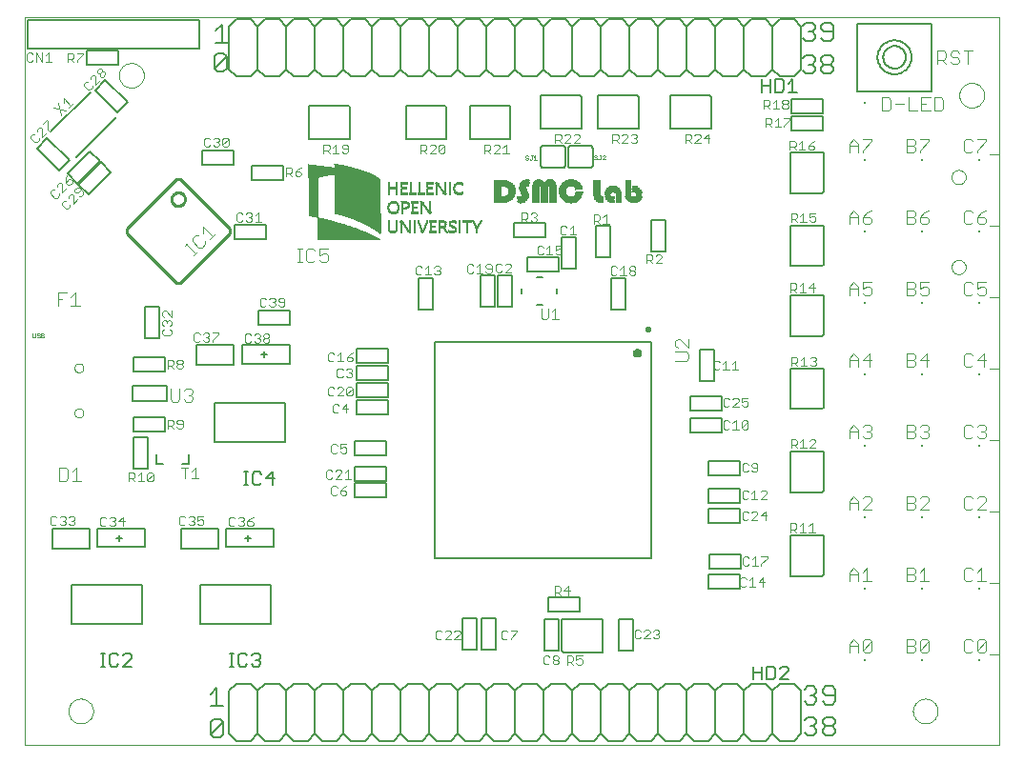
<source format=gto>
G75*
%MOIN*%
%OFA0B0*%
%FSLAX24Y24*%
%IPPOS*%
%LPD*%
%AMOC8*
5,1,8,0,0,1.08239X$1,22.5*
%
%ADD10C,0.0000*%
%ADD11C,0.0060*%
%ADD12R,0.2178X0.0003*%
%ADD13R,0.2172X0.0003*%
%ADD14R,0.2166X0.0003*%
%ADD15R,0.2160X0.0003*%
%ADD16R,0.2157X0.0003*%
%ADD17R,0.2151X0.0003*%
%ADD18R,0.2148X0.0003*%
%ADD19R,0.2142X0.0003*%
%ADD20R,0.2136X0.0003*%
%ADD21R,0.2130X0.0003*%
%ADD22R,0.2124X0.0003*%
%ADD23R,0.2118X0.0003*%
%ADD24R,0.2115X0.0003*%
%ADD25R,0.2109X0.0003*%
%ADD26R,0.2103X0.0003*%
%ADD27R,0.2097X0.0003*%
%ADD28R,0.2091X0.0003*%
%ADD29R,0.2085X0.0003*%
%ADD30R,0.2082X0.0003*%
%ADD31R,0.2079X0.0003*%
%ADD32R,0.2070X0.0003*%
%ADD33R,0.2064X0.0003*%
%ADD34R,0.2058X0.0003*%
%ADD35R,0.2052X0.0003*%
%ADD36R,0.2049X0.0003*%
%ADD37R,0.2043X0.0003*%
%ADD38R,0.2037X0.0003*%
%ADD39R,0.2031X0.0003*%
%ADD40R,0.2025X0.0003*%
%ADD41R,0.2019X0.0003*%
%ADD42R,0.2016X0.0003*%
%ADD43R,0.2010X0.0003*%
%ADD44R,0.2004X0.0003*%
%ADD45R,0.1998X0.0003*%
%ADD46R,0.1989X0.0003*%
%ADD47R,0.1983X0.0003*%
%ADD48R,0.1980X0.0003*%
%ADD49R,0.1974X0.0003*%
%ADD50R,0.1968X0.0003*%
%ADD51R,0.1962X0.0003*%
%ADD52R,0.1953X0.0003*%
%ADD53R,0.1947X0.0003*%
%ADD54R,0.1944X0.0003*%
%ADD55R,0.1938X0.0003*%
%ADD56R,0.1932X0.0003*%
%ADD57R,0.1926X0.0003*%
%ADD58R,0.1917X0.0003*%
%ADD59R,0.1911X0.0003*%
%ADD60R,0.1905X0.0003*%
%ADD61R,0.1902X0.0003*%
%ADD62R,0.1896X0.0003*%
%ADD63R,0.1887X0.0003*%
%ADD64R,0.1881X0.0003*%
%ADD65R,0.1872X0.0003*%
%ADD66R,0.1866X0.0003*%
%ADD67R,0.1863X0.0003*%
%ADD68R,0.1857X0.0003*%
%ADD69R,0.1848X0.0003*%
%ADD70R,0.1842X0.0003*%
%ADD71R,0.1833X0.0003*%
%ADD72R,0.1827X0.0003*%
%ADD73R,0.1824X0.0003*%
%ADD74R,0.1818X0.0003*%
%ADD75R,0.1809X0.0003*%
%ADD76R,0.1803X0.0003*%
%ADD77R,0.1794X0.0003*%
%ADD78R,0.1788X0.0003*%
%ADD79R,0.0006X0.0003*%
%ADD80R,0.1785X0.0003*%
%ADD81R,0.0009X0.0003*%
%ADD82R,0.1776X0.0003*%
%ADD83R,0.0015X0.0003*%
%ADD84R,0.1770X0.0003*%
%ADD85R,0.0018X0.0003*%
%ADD86R,0.1761X0.0003*%
%ADD87R,0.0021X0.0003*%
%ADD88R,0.1755X0.0003*%
%ADD89R,0.0027X0.0003*%
%ADD90R,0.1746X0.0003*%
%ADD91R,0.0030X0.0003*%
%ADD92R,0.1743X0.0003*%
%ADD93R,0.0033X0.0003*%
%ADD94R,0.1737X0.0003*%
%ADD95R,0.0039X0.0003*%
%ADD96R,0.1728X0.0003*%
%ADD97R,0.0042X0.0003*%
%ADD98R,0.0078X0.0003*%
%ADD99R,0.0075X0.0003*%
%ADD100R,0.1722X0.0003*%
%ADD101R,0.0045X0.0003*%
%ADD102R,0.0108X0.0003*%
%ADD103R,0.1713X0.0003*%
%ADD104R,0.0051X0.0003*%
%ADD105R,0.0132X0.0003*%
%ADD106R,0.0072X0.0003*%
%ADD107R,0.0252X0.0003*%
%ADD108R,0.0072X0.0003*%
%ADD109R,0.0087X0.0003*%
%ADD110R,0.0138X0.0003*%
%ADD111R,0.1704X0.0003*%
%ADD112R,0.0054X0.0003*%
%ADD113R,0.0150X0.0003*%
%ADD114R,0.0081X0.0003*%
%ADD115R,0.0084X0.0003*%
%ADD116R,0.0159X0.0003*%
%ADD117R,0.1701X0.0003*%
%ADD118R,0.0060X0.0003*%
%ADD119R,0.0168X0.0003*%
%ADD120R,0.0087X0.0003*%
%ADD121R,0.0183X0.0003*%
%ADD122R,0.1695X0.0003*%
%ADD123R,0.0063X0.0003*%
%ADD124R,0.0180X0.0003*%
%ADD125R,0.0198X0.0003*%
%ADD126R,0.1686X0.0003*%
%ADD127R,0.0069X0.0003*%
%ADD128R,0.0192X0.0003*%
%ADD129R,0.0210X0.0003*%
%ADD130R,0.1677X0.0003*%
%ADD131R,0.0204X0.0003*%
%ADD132R,0.0090X0.0003*%
%ADD133R,0.0222X0.0003*%
%ADD134R,0.1671X0.0003*%
%ADD135R,0.0213X0.0003*%
%ADD136R,0.0231X0.0003*%
%ADD137R,0.1662X0.0003*%
%ADD138R,0.0222X0.0003*%
%ADD139R,0.0093X0.0003*%
%ADD140R,0.0237X0.0003*%
%ADD141R,0.1659X0.0003*%
%ADD142R,0.0096X0.0003*%
%ADD143R,0.0243X0.0003*%
%ADD144R,0.1650X0.0003*%
%ADD145R,0.0246X0.0003*%
%ADD146R,0.1644X0.0003*%
%ADD147R,0.0099X0.0003*%
%ADD148R,0.0249X0.0003*%
%ADD149R,0.1635X0.0003*%
%ADD150R,0.0252X0.0003*%
%ADD151R,0.0102X0.0003*%
%ADD152R,0.1626X0.0003*%
%ADD153R,0.0102X0.0003*%
%ADD154R,0.0258X0.0003*%
%ADD155R,0.0105X0.0003*%
%ADD156R,0.0255X0.0003*%
%ADD157R,0.1617X0.0003*%
%ADD158R,0.0264X0.0003*%
%ADD159R,0.1614X0.0003*%
%ADD160R,0.0111X0.0003*%
%ADD161R,0.0267X0.0003*%
%ADD162R,0.0261X0.0003*%
%ADD163R,0.1608X0.0003*%
%ADD164R,0.0114X0.0003*%
%ADD165R,0.0273X0.0003*%
%ADD166R,0.0084X0.0003*%
%ADD167R,0.1599X0.0003*%
%ADD168R,0.0120X0.0003*%
%ADD169R,0.0279X0.0003*%
%ADD170R,0.1590X0.0003*%
%ADD171R,0.0123X0.0003*%
%ADD172R,0.0285X0.0003*%
%ADD173R,0.1581X0.0003*%
%ADD174R,0.0129X0.0003*%
%ADD175R,0.0117X0.0003*%
%ADD176R,0.0270X0.0003*%
%ADD177R,0.1575X0.0003*%
%ADD178R,0.0132X0.0003*%
%ADD179R,0.0129X0.0003*%
%ADD180R,0.1566X0.0003*%
%ADD181R,0.1563X0.0003*%
%ADD182R,0.0141X0.0003*%
%ADD183R,0.0099X0.0003*%
%ADD184R,0.1554X0.0003*%
%ADD185R,0.0147X0.0003*%
%ADD186R,0.0126X0.0003*%
%ADD187R,0.1545X0.0003*%
%ADD188R,0.1536X0.0003*%
%ADD189R,0.0156X0.0003*%
%ADD190R,0.0048X0.0003*%
%ADD191R,0.1527X0.0003*%
%ADD192R,0.0159X0.0003*%
%ADD193R,0.1521X0.0003*%
%ADD194R,0.0165X0.0003*%
%ADD195R,0.1515X0.0003*%
%ADD196R,0.0135X0.0003*%
%ADD197R,0.1509X0.0003*%
%ADD198R,0.0174X0.0003*%
%ADD199R,0.0024X0.0003*%
%ADD200R,0.1500X0.0003*%
%ADD201R,0.0177X0.0003*%
%ADD202R,0.1491X0.0003*%
%ADD203R,0.0144X0.0003*%
%ADD204R,0.1482X0.0003*%
%ADD205R,0.0186X0.0003*%
%ADD206R,0.0012X0.0003*%
%ADD207R,0.1473X0.0003*%
%ADD208R,0.0192X0.0003*%
%ADD209R,0.0147X0.0003*%
%ADD210R,0.1470X0.0003*%
%ADD211R,0.0195X0.0003*%
%ADD212R,0.1461X0.0003*%
%ADD213R,0.0201X0.0003*%
%ADD214R,0.1452X0.0003*%
%ADD215R,0.0207X0.0003*%
%ADD216R,0.0153X0.0003*%
%ADD217R,0.1443X0.0003*%
%ADD218R,0.1434X0.0003*%
%ADD219R,0.0216X0.0003*%
%ADD220R,0.1425X0.0003*%
%ADD221R,0.0219X0.0003*%
%ADD222R,0.1422X0.0003*%
%ADD223R,0.0225X0.0003*%
%ADD224R,0.1413X0.0003*%
%ADD225R,0.0228X0.0003*%
%ADD226R,0.1404X0.0003*%
%ADD227R,0.0234X0.0003*%
%ADD228R,0.1395X0.0003*%
%ADD229R,0.0240X0.0003*%
%ADD230R,0.1386X0.0003*%
%ADD231R,0.1377X0.0003*%
%ADD232R,0.1371X0.0003*%
%ADD233R,0.1365X0.0003*%
%ADD234R,0.1356X0.0003*%
%ADD235R,0.1344X0.0003*%
%ADD236R,0.1335X0.0003*%
%ADD237R,0.1326X0.0003*%
%ADD238R,0.1323X0.0003*%
%ADD239R,0.0282X0.0003*%
%ADD240R,0.1314X0.0003*%
%ADD241R,0.0288X0.0003*%
%ADD242R,0.1305X0.0003*%
%ADD243R,0.0294X0.0003*%
%ADD244R,0.1296X0.0003*%
%ADD245R,0.0297X0.0003*%
%ADD246R,0.1284X0.0003*%
%ADD247R,0.0303X0.0003*%
%ADD248R,0.1275X0.0003*%
%ADD249R,0.0309X0.0003*%
%ADD250R,0.1272X0.0003*%
%ADD251R,0.0312X0.0003*%
%ADD252R,0.1263X0.0003*%
%ADD253R,0.0318X0.0003*%
%ADD254R,0.1254X0.0003*%
%ADD255R,0.0324X0.0003*%
%ADD256R,0.1245X0.0003*%
%ADD257R,0.0327X0.0003*%
%ADD258R,0.1233X0.0003*%
%ADD259R,0.0333X0.0003*%
%ADD260R,0.1224X0.0003*%
%ADD261R,0.0339X0.0003*%
%ADD262R,0.1218X0.0003*%
%ADD263R,0.0345X0.0003*%
%ADD264R,0.1212X0.0003*%
%ADD265R,0.0348X0.0003*%
%ADD266R,0.1203X0.0003*%
%ADD267R,0.0354X0.0003*%
%ADD268R,0.1191X0.0003*%
%ADD269R,0.0360X0.0003*%
%ADD270R,0.1182X0.0003*%
%ADD271R,0.0363X0.0003*%
%ADD272R,0.1173X0.0003*%
%ADD273R,0.0369X0.0003*%
%ADD274R,0.1164X0.0003*%
%ADD275R,0.0375X0.0003*%
%ADD276R,0.1158X0.0003*%
%ADD277R,0.0381X0.0003*%
%ADD278R,0.1149X0.0003*%
%ADD279R,0.0387X0.0003*%
%ADD280R,0.1140X0.0003*%
%ADD281R,0.0390X0.0003*%
%ADD282R,0.1128X0.0003*%
%ADD283R,0.0396X0.0003*%
%ADD284R,0.1119X0.0003*%
%ADD285R,0.0402X0.0003*%
%ADD286R,0.1110X0.0003*%
%ADD287R,0.0408X0.0003*%
%ADD288R,0.1104X0.0003*%
%ADD289R,0.0414X0.0003*%
%ADD290R,0.1095X0.0003*%
%ADD291R,0.0417X0.0003*%
%ADD292R,0.0144X0.0003*%
%ADD293R,0.1086X0.0003*%
%ADD294R,0.0423X0.0003*%
%ADD295R,0.1074X0.0003*%
%ADD296R,0.0429X0.0003*%
%ADD297R,0.1065X0.0003*%
%ADD298R,0.0435X0.0003*%
%ADD299R,0.1053X0.0003*%
%ADD300R,0.0441X0.0003*%
%ADD301R,0.1050X0.0003*%
%ADD302R,0.0447X0.0003*%
%ADD303R,0.1041X0.0003*%
%ADD304R,0.0453X0.0003*%
%ADD305R,0.1029X0.0003*%
%ADD306R,0.0456X0.0003*%
%ADD307R,0.1020X0.0003*%
%ADD308R,0.0462X0.0003*%
%ADD309R,0.1008X0.0003*%
%ADD310R,0.0468X0.0003*%
%ADD311R,0.0999X0.0003*%
%ADD312R,0.0474X0.0003*%
%ADD313R,0.0993X0.0003*%
%ADD314R,0.0480X0.0003*%
%ADD315R,0.0984X0.0003*%
%ADD316R,0.0486X0.0003*%
%ADD317R,0.0972X0.0003*%
%ADD318R,0.0492X0.0003*%
%ADD319R,0.0963X0.0003*%
%ADD320R,0.0495X0.0003*%
%ADD321R,0.0951X0.0003*%
%ADD322R,0.0501X0.0003*%
%ADD323R,0.0939X0.0003*%
%ADD324R,0.0507X0.0003*%
%ADD325R,0.0936X0.0003*%
%ADD326R,0.0513X0.0003*%
%ADD327R,0.0927X0.0003*%
%ADD328R,0.0519X0.0003*%
%ADD329R,0.0915X0.0003*%
%ADD330R,0.0525X0.0003*%
%ADD331R,0.0903X0.0003*%
%ADD332R,0.0531X0.0003*%
%ADD333R,0.0894X0.0003*%
%ADD334R,0.0537X0.0003*%
%ADD335R,0.0882X0.0003*%
%ADD336R,0.0543X0.0003*%
%ADD337R,0.0876X0.0003*%
%ADD338R,0.0549X0.0003*%
%ADD339R,0.0867X0.0003*%
%ADD340R,0.0555X0.0003*%
%ADD341R,0.0858X0.0003*%
%ADD342R,0.0561X0.0003*%
%ADD343R,0.0846X0.0003*%
%ADD344R,0.0567X0.0003*%
%ADD345R,0.0834X0.0003*%
%ADD346R,0.0573X0.0003*%
%ADD347R,0.0822X0.0003*%
%ADD348R,0.0579X0.0003*%
%ADD349R,0.0819X0.0003*%
%ADD350R,0.0585X0.0003*%
%ADD351R,0.0807X0.0003*%
%ADD352R,0.0591X0.0003*%
%ADD353R,0.0795X0.0003*%
%ADD354R,0.0597X0.0003*%
%ADD355R,0.0786X0.0003*%
%ADD356R,0.0603X0.0003*%
%ADD357R,0.0774X0.0003*%
%ADD358R,0.0609X0.0003*%
%ADD359R,0.0762X0.0003*%
%ADD360R,0.0615X0.0003*%
%ADD361R,0.0753X0.0003*%
%ADD362R,0.0621X0.0003*%
%ADD363R,0.0747X0.0003*%
%ADD364R,0.0627X0.0003*%
%ADD365R,0.0735X0.0003*%
%ADD366R,0.0636X0.0003*%
%ADD367R,0.0723X0.0003*%
%ADD368R,0.0642X0.0003*%
%ADD369R,0.0711X0.0003*%
%ADD370R,0.0645X0.0003*%
%ADD371R,0.0699X0.0003*%
%ADD372R,0.0651X0.0003*%
%ADD373R,0.0690X0.0003*%
%ADD374R,0.0660X0.0003*%
%ADD375R,0.0036X0.0003*%
%ADD376R,0.0684X0.0003*%
%ADD377R,0.0666X0.0003*%
%ADD378R,0.0672X0.0003*%
%ADD379R,0.0057X0.0003*%
%ADD380R,0.0678X0.0003*%
%ADD381R,0.0648X0.0003*%
%ADD382R,0.0684X0.0003*%
%ADD383R,0.0624X0.0003*%
%ADD384R,0.0699X0.0003*%
%ADD385R,0.0705X0.0003*%
%ADD386R,0.0609X0.0003*%
%ADD387R,0.0717X0.0003*%
%ADD388R,0.0582X0.0003*%
%ADD389R,0.0570X0.0003*%
%ADD390R,0.0729X0.0003*%
%ADD391R,0.0738X0.0003*%
%ADD392R,0.0744X0.0003*%
%ADD393R,0.0750X0.0003*%
%ADD394R,0.0759X0.0003*%
%ADD395R,0.0516X0.0003*%
%ADD396R,0.0504X0.0003*%
%ADD397R,0.0771X0.0003*%
%ADD398R,0.0777X0.0003*%
%ADD399R,0.0489X0.0003*%
%ADD400R,0.0477X0.0003*%
%ADD401R,0.0792X0.0003*%
%ADD402R,0.0189X0.0003*%
%ADD403R,0.0798X0.0003*%
%ADD404R,0.0450X0.0003*%
%ADD405R,0.0804X0.0003*%
%ADD406R,0.0405X0.0003*%
%ADD407R,0.0438X0.0003*%
%ADD408R,0.0810X0.0003*%
%ADD409R,0.0162X0.0003*%
%ADD410R,0.0819X0.0003*%
%ADD411R,0.0420X0.0003*%
%ADD412R,0.0825X0.0003*%
%ADD413R,0.0834X0.0003*%
%ADD414R,0.0840X0.0003*%
%ADD415R,0.0366X0.0003*%
%ADD416R,0.0855X0.0003*%
%ADD417R,0.0354X0.0003*%
%ADD418R,0.0861X0.0003*%
%ADD419R,0.0870X0.0003*%
%ADD420R,0.0339X0.0003*%
%ADD421R,0.0324X0.0003*%
%ADD422R,0.0885X0.0003*%
%ADD423R,0.0891X0.0003*%
%ADD424R,0.0897X0.0003*%
%ADD425R,0.0906X0.0003*%
%ADD426R,0.0276X0.0003*%
%ADD427R,0.0912X0.0003*%
%ADD428R,0.0921X0.0003*%
%ADD429R,0.0942X0.0003*%
%ADD430R,0.0204X0.0003*%
%ADD431R,0.0957X0.0003*%
%ADD432R,0.0966X0.0003*%
%ADD433R,0.0975X0.0003*%
%ADD434R,0.0981X0.0003*%
%ADD435R,0.0987X0.0003*%
%ADD436R,0.0996X0.0003*%
%ADD437R,0.1005X0.0003*%
%ADD438R,0.0117X0.0003*%
%ADD439R,0.1014X0.0003*%
%ADD440R,0.1029X0.0003*%
%ADD441R,0.1035X0.0003*%
%ADD442R,0.0054X0.0003*%
%ADD443R,0.1044X0.0003*%
%ADD444R,0.1062X0.0003*%
%ADD445R,0.1071X0.0003*%
%ADD446R,0.0003X0.0003*%
%ADD447R,0.1077X0.0003*%
%ADD448R,0.1104X0.0003*%
%ADD449R,0.0024X0.0003*%
%ADD450R,0.1113X0.0003*%
%ADD451R,0.1122X0.0003*%
%ADD452R,0.1137X0.0003*%
%ADD453R,0.1146X0.0003*%
%ADD454R,0.1155X0.0003*%
%ADD455R,0.1164X0.0003*%
%ADD456R,0.1200X0.0003*%
%ADD457R,0.1209X0.0003*%
%ADD458R,0.1227X0.0003*%
%ADD459R,0.1239X0.0003*%
%ADD460R,0.1248X0.0003*%
%ADD461R,0.1254X0.0003*%
%ADD462R,0.1266X0.0003*%
%ADD463R,0.1287X0.0003*%
%ADD464R,0.0300X0.0003*%
%ADD465R,0.1314X0.0003*%
%ADD466R,0.0315X0.0003*%
%ADD467R,0.0330X0.0003*%
%ADD468R,0.1347X0.0003*%
%ADD469R,0.1398X0.0003*%
%ADD470R,0.1410X0.0003*%
%ADD471R,0.1431X0.0003*%
%ADD472R,0.1440X0.0003*%
%ADD473R,0.1464X0.0003*%
%ADD474R,0.1476X0.0003*%
%ADD475R,0.1488X0.0003*%
%ADD476R,0.1509X0.0003*%
%ADD477R,0.1524X0.0003*%
%ADD478R,0.1548X0.0003*%
%ADD479R,0.1560X0.0003*%
%ADD480R,0.1572X0.0003*%
%ADD481R,0.1584X0.0003*%
%ADD482R,0.0177X0.0003*%
%ADD483R,0.1596X0.0003*%
%ADD484R,0.1605X0.0003*%
%ADD485R,0.0207X0.0003*%
%ADD486R,0.0237X0.0003*%
%ADD487R,0.0267X0.0003*%
%ADD488R,0.0291X0.0003*%
%ADD489R,0.0297X0.0003*%
%ADD490R,0.0321X0.0003*%
%ADD491R,0.0171X0.0003*%
%ADD492R,0.0219X0.0003*%
%ADD493R,0.0234X0.0003*%
%ADD494R,0.0249X0.0003*%
%ADD495R,0.0264X0.0003*%
%ADD496R,0.0114X0.0003*%
%ADD497R,0.0309X0.0003*%
%ADD498R,0.0279X0.0003*%
%ADD499R,0.0189X0.0003*%
%ADD500R,0.0282X0.0003*%
%ADD501R,0.0057X0.0003*%
%ADD502R,0.0027X0.0003*%
%ADD503R,0.0351X0.0003*%
%ADD504R,0.0066X0.0003*%
%ADD505R,0.1602X0.0003*%
%ADD506R,0.1599X0.0003*%
%ADD507R,0.1593X0.0003*%
%ADD508R,0.1587X0.0003*%
%ADD509R,0.1578X0.0003*%
%ADD510R,0.1569X0.0003*%
%ADD511R,0.1557X0.0003*%
%ADD512R,0.1554X0.0003*%
%ADD513R,0.1551X0.0003*%
%ADD514R,0.1542X0.0003*%
%ADD515R,0.1539X0.0003*%
%ADD516R,0.1533X0.0003*%
%ADD517R,0.1530X0.0003*%
%ADD518R,0.1518X0.0003*%
%ADD519R,0.1512X0.0003*%
%ADD520R,0.1362X0.0003*%
%ADD521R,0.0342X0.0003*%
%ADD522R,0.1332X0.0003*%
%ADD523R,0.1317X0.0003*%
%ADD524R,0.1299X0.0003*%
%ADD525R,0.0378X0.0003*%
%ADD526R,0.1284X0.0003*%
%ADD527R,0.0393X0.0003*%
%ADD528R,0.1269X0.0003*%
%ADD529R,0.0399X0.0003*%
%ADD530R,0.1257X0.0003*%
%ADD531R,0.0411X0.0003*%
%ADD532R,0.0426X0.0003*%
%ADD533R,0.1221X0.0003*%
%ADD534R,0.1206X0.0003*%
%ADD535R,0.0471X0.0003*%
%ADD536R,0.1176X0.0003*%
%ADD537R,0.0522X0.0003*%
%ADD538R,0.0552X0.0003*%
%ADD539R,0.1107X0.0003*%
%ADD540R,0.1089X0.0003*%
%ADD541R,0.1092X0.0003*%
%ADD542R,0.1068X0.0003*%
%ADD543R,0.0618X0.0003*%
%ADD544R,0.0357X0.0003*%
%ADD545R,0.0657X0.0003*%
%ADD546R,0.0990X0.0003*%
%ADD547R,0.0675X0.0003*%
%ADD548R,0.0693X0.0003*%
%ADD549R,0.0714X0.0003*%
%ADD550R,0.0918X0.0003*%
%ADD551R,0.0894X0.0003*%
%ADD552R,0.0432X0.0003*%
%ADD553R,0.0783X0.0003*%
%ADD554R,0.0843X0.0003*%
%ADD555R,0.0780X0.0003*%
%ADD556R,0.0534X0.0003*%
%ADD557R,0.0504X0.0003*%
%ADD558R,0.1047X0.0003*%
%ADD559R,0.1116X0.0003*%
%ADD560R,0.1278X0.0003*%
%ADD561R,0.0696X0.0003*%
%ADD562R,0.1965X0.0003*%
%ADD563R,0.1941X0.0003*%
%ADD564R,0.2154X0.0003*%
%ADD565R,0.1923X0.0003*%
%ADD566R,0.1890X0.0003*%
%ADD567R,0.1878X0.0003*%
%ADD568R,0.1797X0.0003*%
%ADD569R,0.1752X0.0003*%
%ADD570R,0.1716X0.0003*%
%ADD571R,0.1674X0.0003*%
%ADD572R,0.1632X0.0003*%
%ADD573R,0.0327X0.0003*%
%ADD574R,0.0336X0.0003*%
%ADD575R,0.1899X0.0003*%
%ADD576R,0.1503X0.0003*%
%ADD577R,0.0372X0.0003*%
%ADD578R,0.1464X0.0003*%
%ADD579R,0.1845X0.0003*%
%ADD580R,0.1407X0.0003*%
%ADD581R,0.1350X0.0003*%
%ADD582R,0.0444X0.0003*%
%ADD583R,0.0465X0.0003*%
%ADD584R,0.1230X0.0003*%
%ADD585R,0.1170X0.0003*%
%ADD586R,0.0528X0.0003*%
%ADD587R,0.0546X0.0003*%
%ADD588R,0.1083X0.0003*%
%ADD589R,0.0600X0.0003*%
%ADD590R,0.0588X0.0003*%
%ADD591R,0.0879X0.0003*%
%ADD592R,0.0612X0.0003*%
%ADD593R,0.0852X0.0003*%
%ADD594R,0.0831X0.0003*%
%ADD595R,0.0576X0.0003*%
%ADD596R,0.0564X0.0003*%
%ADD597R,0.0765X0.0003*%
%ADD598R,0.0741X0.0003*%
%ADD599R,0.0540X0.0003*%
%ADD600R,0.0564X0.0003*%
%ADD601R,0.0534X0.0003*%
%ADD602R,0.0510X0.0003*%
%ADD603R,0.0483X0.0003*%
%ADD604R,0.0459X0.0003*%
%ADD605R,0.0384X0.0003*%
%ADD606R,0.0357X0.0003*%
%ADD607R,0.0369X0.0003*%
%ADD608R,0.0060X0.0010*%
%ADD609R,0.0090X0.0010*%
%ADD610R,0.0160X0.0010*%
%ADD611R,0.0220X0.0010*%
%ADD612R,0.0080X0.0010*%
%ADD613R,0.0240X0.0010*%
%ADD614R,0.0120X0.0010*%
%ADD615R,0.0210X0.0010*%
%ADD616R,0.0290X0.0010*%
%ADD617R,0.0100X0.0010*%
%ADD618R,0.0140X0.0010*%
%ADD619R,0.0170X0.0010*%
%ADD620R,0.0180X0.0010*%
%ADD621R,0.0340X0.0010*%
%ADD622R,0.0230X0.0010*%
%ADD623R,0.0260X0.0010*%
%ADD624R,0.0380X0.0010*%
%ADD625R,0.0190X0.0010*%
%ADD626R,0.0280X0.0010*%
%ADD627R,0.0250X0.0010*%
%ADD628R,0.0420X0.0010*%
%ADD629R,0.0310X0.0010*%
%ADD630R,0.0270X0.0010*%
%ADD631R,0.0460X0.0010*%
%ADD632R,0.0350X0.0010*%
%ADD633R,0.0300X0.0010*%
%ADD634R,0.0480X0.0010*%
%ADD635R,0.0370X0.0010*%
%ADD636R,0.0510X0.0010*%
%ADD637R,0.0400X0.0010*%
%ADD638R,0.0320X0.0010*%
%ADD639R,0.0540X0.0010*%
%ADD640R,0.0330X0.0010*%
%ADD641R,0.0560X0.0010*%
%ADD642R,0.0450X0.0010*%
%ADD643R,0.0580X0.0010*%
%ADD644R,0.0470X0.0010*%
%ADD645R,0.0360X0.0010*%
%ADD646R,0.0600X0.0010*%
%ADD647R,0.0610X0.0010*%
%ADD648R,0.0490X0.0010*%
%ADD649R,0.0630X0.0010*%
%ADD650R,0.0390X0.0010*%
%ADD651R,0.0650X0.0010*%
%ADD652R,0.0520X0.0010*%
%ADD653R,0.0670X0.0010*%
%ADD654R,0.0530X0.0010*%
%ADD655R,0.0410X0.0010*%
%ADD656R,0.0550X0.0010*%
%ADD657R,0.0690X0.0010*%
%ADD658R,0.0710X0.0010*%
%ADD659R,0.0430X0.0010*%
%ADD660R,0.0570X0.0010*%
%ADD661R,0.0440X0.0010*%
%ADD662R,0.0730X0.0010*%
%ADD663R,0.0740X0.0010*%
%ADD664R,0.0030X0.0010*%
%ADD665R,0.0010X0.0010*%
%ADD666R,0.0020X0.0010*%
%ADD667R,0.0200X0.0010*%
%ADD668R,0.0720X0.0010*%
%ADD669R,0.0150X0.0010*%
%ADD670R,0.0840X0.0010*%
%ADD671R,0.0070X0.0010*%
%ADD672R,0.0700X0.0010*%
%ADD673R,0.0830X0.0010*%
%ADD674R,0.0820X0.0010*%
%ADD675R,0.0680X0.0010*%
%ADD676R,0.0660X0.0010*%
%ADD677R,0.0800X0.0010*%
%ADD678R,0.0640X0.0010*%
%ADD679R,0.0620X0.0010*%
%ADD680R,0.0790X0.0010*%
%ADD681R,0.0780X0.0010*%
%ADD682C,0.0050*%
%ADD683C,0.0120*%
%ADD684C,0.0040*%
%ADD685C,0.0030*%
%ADD686C,0.0100*%
%ADD687C,0.0010*%
%ADD688R,0.0098X0.0098*%
D10*
X004935Y000100D02*
X004935Y025550D01*
X039007Y025550D01*
X039007Y000100D01*
X004935Y000100D01*
X006471Y001281D02*
X006473Y001322D01*
X006479Y001363D01*
X006489Y001403D01*
X006502Y001442D01*
X006519Y001479D01*
X006540Y001515D01*
X006564Y001549D01*
X006591Y001580D01*
X006620Y001608D01*
X006653Y001634D01*
X006687Y001656D01*
X006724Y001675D01*
X006762Y001690D01*
X006802Y001702D01*
X006842Y001710D01*
X006883Y001714D01*
X006925Y001714D01*
X006966Y001710D01*
X007006Y001702D01*
X007046Y001690D01*
X007084Y001675D01*
X007120Y001656D01*
X007155Y001634D01*
X007188Y001608D01*
X007217Y001580D01*
X007244Y001549D01*
X007268Y001515D01*
X007289Y001479D01*
X007306Y001442D01*
X007319Y001403D01*
X007329Y001363D01*
X007335Y001322D01*
X007337Y001281D01*
X007335Y001240D01*
X007329Y001199D01*
X007319Y001159D01*
X007306Y001120D01*
X007289Y001083D01*
X007268Y001047D01*
X007244Y001013D01*
X007217Y000982D01*
X007188Y000954D01*
X007155Y000928D01*
X007121Y000906D01*
X007084Y000887D01*
X007046Y000872D01*
X007006Y000860D01*
X006966Y000852D01*
X006925Y000848D01*
X006883Y000848D01*
X006842Y000852D01*
X006802Y000860D01*
X006762Y000872D01*
X006724Y000887D01*
X006688Y000906D01*
X006653Y000928D01*
X006620Y000954D01*
X006591Y000982D01*
X006564Y001013D01*
X006540Y001047D01*
X006519Y001083D01*
X006502Y001120D01*
X006489Y001159D01*
X006479Y001199D01*
X006473Y001240D01*
X006471Y001281D01*
X006685Y011713D02*
X006687Y011738D01*
X006693Y011762D01*
X006702Y011784D01*
X006715Y011805D01*
X006731Y011824D01*
X006750Y011840D01*
X006771Y011853D01*
X006793Y011862D01*
X006817Y011868D01*
X006842Y011870D01*
X006867Y011868D01*
X006891Y011862D01*
X006913Y011853D01*
X006934Y011840D01*
X006953Y011824D01*
X006969Y011805D01*
X006982Y011784D01*
X006991Y011762D01*
X006997Y011738D01*
X006999Y011713D01*
X006997Y011688D01*
X006991Y011664D01*
X006982Y011642D01*
X006969Y011621D01*
X006953Y011602D01*
X006934Y011586D01*
X006913Y011573D01*
X006891Y011564D01*
X006867Y011558D01*
X006842Y011556D01*
X006817Y011558D01*
X006793Y011564D01*
X006771Y011573D01*
X006750Y011586D01*
X006731Y011602D01*
X006715Y011621D01*
X006702Y011642D01*
X006693Y011664D01*
X006687Y011688D01*
X006685Y011713D01*
X006685Y013287D02*
X006687Y013312D01*
X006693Y013336D01*
X006702Y013358D01*
X006715Y013379D01*
X006731Y013398D01*
X006750Y013414D01*
X006771Y013427D01*
X006793Y013436D01*
X006817Y013442D01*
X006842Y013444D01*
X006867Y013442D01*
X006891Y013436D01*
X006913Y013427D01*
X006934Y013414D01*
X006953Y013398D01*
X006969Y013379D01*
X006982Y013358D01*
X006991Y013336D01*
X006997Y013312D01*
X006999Y013287D01*
X006997Y013262D01*
X006991Y013238D01*
X006982Y013216D01*
X006969Y013195D01*
X006953Y013176D01*
X006934Y013160D01*
X006913Y013147D01*
X006891Y013138D01*
X006867Y013132D01*
X006842Y013130D01*
X006817Y013132D01*
X006793Y013138D01*
X006771Y013147D01*
X006750Y013160D01*
X006731Y013176D01*
X006715Y013195D01*
X006702Y013216D01*
X006693Y013238D01*
X006687Y013262D01*
X006685Y013287D01*
X008242Y023525D02*
X008244Y023566D01*
X008250Y023607D01*
X008260Y023647D01*
X008273Y023686D01*
X008290Y023723D01*
X008311Y023759D01*
X008335Y023793D01*
X008362Y023824D01*
X008391Y023852D01*
X008424Y023878D01*
X008458Y023900D01*
X008495Y023919D01*
X008533Y023934D01*
X008573Y023946D01*
X008613Y023954D01*
X008654Y023958D01*
X008696Y023958D01*
X008737Y023954D01*
X008777Y023946D01*
X008817Y023934D01*
X008855Y023919D01*
X008891Y023900D01*
X008926Y023878D01*
X008959Y023852D01*
X008988Y023824D01*
X009015Y023793D01*
X009039Y023759D01*
X009060Y023723D01*
X009077Y023686D01*
X009090Y023647D01*
X009100Y023607D01*
X009106Y023566D01*
X009108Y023525D01*
X009106Y023484D01*
X009100Y023443D01*
X009090Y023403D01*
X009077Y023364D01*
X009060Y023327D01*
X009039Y023291D01*
X009015Y023257D01*
X008988Y023226D01*
X008959Y023198D01*
X008926Y023172D01*
X008892Y023150D01*
X008855Y023131D01*
X008817Y023116D01*
X008777Y023104D01*
X008737Y023096D01*
X008696Y023092D01*
X008654Y023092D01*
X008613Y023096D01*
X008573Y023104D01*
X008533Y023116D01*
X008495Y023131D01*
X008459Y023150D01*
X008424Y023172D01*
X008391Y023198D01*
X008362Y023226D01*
X008335Y023257D01*
X008311Y023291D01*
X008290Y023327D01*
X008273Y023364D01*
X008260Y023403D01*
X008250Y023443D01*
X008244Y023484D01*
X008242Y023525D01*
X037349Y019969D02*
X037351Y020000D01*
X037357Y020030D01*
X037366Y020060D01*
X037379Y020088D01*
X037396Y020114D01*
X037416Y020137D01*
X037438Y020159D01*
X037463Y020177D01*
X037490Y020192D01*
X037519Y020203D01*
X037549Y020211D01*
X037580Y020215D01*
X037610Y020215D01*
X037641Y020211D01*
X037671Y020203D01*
X037700Y020192D01*
X037727Y020177D01*
X037752Y020159D01*
X037774Y020137D01*
X037794Y020114D01*
X037811Y020088D01*
X037824Y020060D01*
X037833Y020030D01*
X037839Y020000D01*
X037841Y019969D01*
X037839Y019938D01*
X037833Y019908D01*
X037824Y019878D01*
X037811Y019850D01*
X037794Y019824D01*
X037774Y019801D01*
X037752Y019779D01*
X037727Y019761D01*
X037700Y019746D01*
X037671Y019735D01*
X037641Y019727D01*
X037610Y019723D01*
X037580Y019723D01*
X037549Y019727D01*
X037519Y019735D01*
X037490Y019746D01*
X037463Y019761D01*
X037438Y019779D01*
X037416Y019801D01*
X037396Y019824D01*
X037379Y019850D01*
X037366Y019878D01*
X037357Y019908D01*
X037351Y019938D01*
X037349Y019969D01*
X037618Y022829D02*
X037620Y022870D01*
X037626Y022911D01*
X037636Y022951D01*
X037649Y022990D01*
X037666Y023027D01*
X037687Y023063D01*
X037711Y023097D01*
X037738Y023128D01*
X037767Y023156D01*
X037800Y023182D01*
X037834Y023204D01*
X037871Y023223D01*
X037909Y023238D01*
X037949Y023250D01*
X037989Y023258D01*
X038030Y023262D01*
X038072Y023262D01*
X038113Y023258D01*
X038153Y023250D01*
X038193Y023238D01*
X038231Y023223D01*
X038267Y023204D01*
X038302Y023182D01*
X038335Y023156D01*
X038364Y023128D01*
X038391Y023097D01*
X038415Y023063D01*
X038436Y023027D01*
X038453Y022990D01*
X038466Y022951D01*
X038476Y022911D01*
X038482Y022870D01*
X038484Y022829D01*
X038482Y022788D01*
X038476Y022747D01*
X038466Y022707D01*
X038453Y022668D01*
X038436Y022631D01*
X038415Y022595D01*
X038391Y022561D01*
X038364Y022530D01*
X038335Y022502D01*
X038302Y022476D01*
X038268Y022454D01*
X038231Y022435D01*
X038193Y022420D01*
X038153Y022408D01*
X038113Y022400D01*
X038072Y022396D01*
X038030Y022396D01*
X037989Y022400D01*
X037949Y022408D01*
X037909Y022420D01*
X037871Y022435D01*
X037835Y022454D01*
X037800Y022476D01*
X037767Y022502D01*
X037738Y022530D01*
X037711Y022561D01*
X037687Y022595D01*
X037666Y022631D01*
X037649Y022668D01*
X037636Y022707D01*
X037626Y022747D01*
X037620Y022788D01*
X037618Y022829D01*
X037349Y016820D02*
X037351Y016851D01*
X037357Y016881D01*
X037366Y016911D01*
X037379Y016939D01*
X037396Y016965D01*
X037416Y016988D01*
X037438Y017010D01*
X037463Y017028D01*
X037490Y017043D01*
X037519Y017054D01*
X037549Y017062D01*
X037580Y017066D01*
X037610Y017066D01*
X037641Y017062D01*
X037671Y017054D01*
X037700Y017043D01*
X037727Y017028D01*
X037752Y017010D01*
X037774Y016988D01*
X037794Y016965D01*
X037811Y016939D01*
X037824Y016911D01*
X037833Y016881D01*
X037839Y016851D01*
X037841Y016820D01*
X037839Y016789D01*
X037833Y016759D01*
X037824Y016729D01*
X037811Y016701D01*
X037794Y016675D01*
X037774Y016652D01*
X037752Y016630D01*
X037727Y016612D01*
X037700Y016597D01*
X037671Y016586D01*
X037641Y016578D01*
X037610Y016574D01*
X037580Y016574D01*
X037549Y016578D01*
X037519Y016586D01*
X037490Y016597D01*
X037463Y016612D01*
X037438Y016630D01*
X037416Y016652D01*
X037396Y016675D01*
X037379Y016701D01*
X037366Y016729D01*
X037357Y016759D01*
X037351Y016789D01*
X037349Y016820D01*
X035998Y001281D02*
X036000Y001322D01*
X036006Y001363D01*
X036016Y001403D01*
X036029Y001442D01*
X036046Y001479D01*
X036067Y001515D01*
X036091Y001549D01*
X036118Y001580D01*
X036147Y001608D01*
X036180Y001634D01*
X036214Y001656D01*
X036251Y001675D01*
X036289Y001690D01*
X036329Y001702D01*
X036369Y001710D01*
X036410Y001714D01*
X036452Y001714D01*
X036493Y001710D01*
X036533Y001702D01*
X036573Y001690D01*
X036611Y001675D01*
X036647Y001656D01*
X036682Y001634D01*
X036715Y001608D01*
X036744Y001580D01*
X036771Y001549D01*
X036795Y001515D01*
X036816Y001479D01*
X036833Y001442D01*
X036846Y001403D01*
X036856Y001363D01*
X036862Y001322D01*
X036864Y001281D01*
X036862Y001240D01*
X036856Y001199D01*
X036846Y001159D01*
X036833Y001120D01*
X036816Y001083D01*
X036795Y001047D01*
X036771Y001013D01*
X036744Y000982D01*
X036715Y000954D01*
X036682Y000928D01*
X036648Y000906D01*
X036611Y000887D01*
X036573Y000872D01*
X036533Y000860D01*
X036493Y000852D01*
X036452Y000848D01*
X036410Y000848D01*
X036369Y000852D01*
X036329Y000860D01*
X036289Y000872D01*
X036251Y000887D01*
X036215Y000906D01*
X036180Y000928D01*
X036147Y000954D01*
X036118Y000982D01*
X036091Y001013D01*
X036067Y001047D01*
X036046Y001083D01*
X036029Y001120D01*
X036016Y001159D01*
X036006Y001199D01*
X036000Y001240D01*
X035998Y001281D01*
D11*
X033277Y000964D02*
X033277Y000857D01*
X033170Y000750D01*
X032957Y000750D01*
X032850Y000857D01*
X032850Y000964D01*
X032957Y001071D01*
X033170Y001071D01*
X033277Y000964D01*
X033170Y000750D02*
X033277Y000644D01*
X033277Y000537D01*
X033170Y000430D01*
X032957Y000430D01*
X032850Y000537D01*
X032850Y000644D01*
X032957Y000750D01*
X032632Y000644D02*
X032632Y000537D01*
X032526Y000430D01*
X032312Y000430D01*
X032205Y000537D01*
X032095Y000490D02*
X032095Y001990D01*
X031845Y002240D01*
X031345Y002240D01*
X031095Y001990D01*
X031095Y000490D01*
X031345Y000240D01*
X031845Y000240D01*
X032095Y000490D01*
X032419Y000750D02*
X032526Y000750D01*
X032632Y000644D01*
X032526Y000750D02*
X032632Y000857D01*
X032632Y000964D01*
X032526Y001071D01*
X032312Y001071D01*
X032205Y000964D01*
X032312Y001510D02*
X032205Y001617D01*
X032312Y001510D02*
X032526Y001510D01*
X032632Y001617D01*
X032632Y001724D01*
X032526Y001830D01*
X032419Y001830D01*
X032526Y001830D02*
X032632Y001937D01*
X032632Y002044D01*
X032526Y002151D01*
X032312Y002151D01*
X032205Y002044D01*
X032850Y002044D02*
X032850Y001937D01*
X032957Y001830D01*
X033277Y001830D01*
X033277Y001617D02*
X033277Y002044D01*
X033170Y002151D01*
X032957Y002151D01*
X032850Y002044D01*
X032850Y001617D02*
X032957Y001510D01*
X033170Y001510D01*
X033277Y001617D01*
X031095Y001990D02*
X030845Y002240D01*
X030345Y002240D01*
X030095Y001990D01*
X030095Y000490D01*
X029845Y000240D01*
X029345Y000240D01*
X029095Y000490D01*
X029095Y001990D01*
X029345Y002240D01*
X029845Y002240D01*
X030095Y001990D01*
X029095Y001990D02*
X028845Y002240D01*
X028345Y002240D01*
X028095Y001990D01*
X028095Y000490D01*
X027845Y000240D01*
X027345Y000240D01*
X027095Y000490D01*
X027095Y001990D01*
X027345Y002240D01*
X027845Y002240D01*
X028095Y001990D01*
X027095Y001990D02*
X026845Y002240D01*
X026345Y002240D01*
X026095Y001990D01*
X026095Y000490D01*
X025845Y000240D01*
X025345Y000240D01*
X025095Y000490D01*
X025095Y001990D01*
X025345Y002240D01*
X025845Y002240D01*
X026095Y001990D01*
X025095Y001990D02*
X024845Y002240D01*
X024345Y002240D01*
X024095Y001990D01*
X024095Y000490D01*
X023845Y000240D01*
X023345Y000240D01*
X023095Y000490D01*
X023095Y001990D01*
X023345Y002240D01*
X023845Y002240D01*
X024095Y001990D01*
X023095Y001990D02*
X022845Y002240D01*
X022345Y002240D01*
X022095Y001990D01*
X022095Y000490D01*
X021845Y000240D01*
X021345Y000240D01*
X021095Y000490D01*
X021095Y001990D01*
X021345Y002240D01*
X021845Y002240D01*
X022095Y001990D01*
X021095Y001990D02*
X020845Y002240D01*
X020345Y002240D01*
X020095Y001990D01*
X020095Y000490D01*
X019845Y000240D01*
X019345Y000240D01*
X019095Y000490D01*
X019095Y001990D01*
X019345Y002240D01*
X019845Y002240D01*
X020095Y001990D01*
X019095Y001990D02*
X018845Y002240D01*
X018345Y002240D01*
X018095Y001990D01*
X018095Y000490D01*
X018345Y000240D01*
X018845Y000240D01*
X019095Y000490D01*
X020095Y000490D02*
X020345Y000240D01*
X020845Y000240D01*
X021095Y000490D01*
X022095Y000490D02*
X022345Y000240D01*
X022845Y000240D01*
X023095Y000490D01*
X024095Y000490D02*
X024345Y000240D01*
X024845Y000240D01*
X025095Y000490D01*
X026095Y000490D02*
X026345Y000240D01*
X026845Y000240D01*
X027095Y000490D01*
X028095Y000490D02*
X028345Y000240D01*
X028845Y000240D01*
X029095Y000490D01*
X030095Y000490D02*
X030345Y000240D01*
X030845Y000240D01*
X031095Y000490D01*
X018095Y000490D02*
X017845Y000240D01*
X017345Y000240D01*
X017095Y000490D01*
X017095Y001990D01*
X017345Y002240D01*
X017845Y002240D01*
X018095Y001990D01*
X017095Y001990D02*
X016845Y002240D01*
X016345Y002240D01*
X016095Y001990D01*
X016095Y000490D01*
X016345Y000240D01*
X016845Y000240D01*
X017095Y000490D01*
X016095Y000490D02*
X015845Y000240D01*
X015345Y000240D01*
X015095Y000490D01*
X015095Y001990D01*
X015345Y002240D01*
X015845Y002240D01*
X016095Y001990D01*
X015095Y001990D02*
X014845Y002240D01*
X014345Y002240D01*
X014095Y001990D01*
X014095Y000490D01*
X014345Y000240D01*
X014845Y000240D01*
X015095Y000490D01*
X014095Y000490D02*
X013845Y000240D01*
X013345Y000240D01*
X013095Y000490D01*
X013095Y001990D01*
X013345Y002240D01*
X013845Y002240D01*
X014095Y001990D01*
X013095Y001990D02*
X012845Y002240D01*
X012345Y002240D01*
X012095Y001990D01*
X012095Y000490D01*
X012345Y000240D01*
X012845Y000240D01*
X013095Y000490D01*
X011872Y000477D02*
X011766Y000370D01*
X011552Y000370D01*
X011445Y000477D01*
X011872Y000904D01*
X011872Y000477D01*
X011445Y000477D02*
X011445Y000904D01*
X011552Y001011D01*
X011766Y001011D01*
X011872Y000904D01*
X011872Y001450D02*
X011445Y001450D01*
X011659Y001450D02*
X011659Y002091D01*
X011445Y001877D01*
X011085Y004339D02*
X013545Y004339D01*
X013545Y005701D01*
X011085Y005701D01*
X011085Y004339D01*
X009045Y004339D02*
X006585Y004339D01*
X006585Y005701D01*
X009045Y005701D01*
X009045Y004339D01*
X009555Y009940D02*
X009775Y009940D01*
X009555Y009940D02*
X009555Y010260D01*
X010455Y009940D02*
X010675Y009940D01*
X010675Y010260D01*
X011585Y010699D02*
X014045Y010699D01*
X014045Y012061D01*
X011585Y012061D01*
X011585Y010699D01*
X023100Y020286D02*
X023730Y020286D01*
X023749Y020286D01*
X023768Y020290D01*
X023786Y020296D01*
X023802Y020306D01*
X023817Y020318D01*
X023829Y020332D01*
X023839Y020349D01*
X023845Y020366D01*
X023849Y020385D01*
X023848Y020385D02*
X023848Y020975D01*
X023942Y020975D02*
X023942Y020385D01*
X023941Y020384D02*
X023945Y020366D01*
X023951Y020348D01*
X023961Y020331D01*
X023973Y020317D01*
X023988Y020304D01*
X024004Y020295D01*
X024022Y020289D01*
X024041Y020285D01*
X024060Y020285D01*
X024060Y020286D02*
X024690Y020286D01*
X024709Y020286D01*
X024728Y020290D01*
X024746Y020296D01*
X024762Y020306D01*
X024777Y020318D01*
X024789Y020332D01*
X024799Y020349D01*
X024805Y020366D01*
X024809Y020385D01*
X024808Y020385D02*
X024808Y020975D01*
X024809Y020975D02*
X024805Y020994D01*
X024799Y021011D01*
X024789Y021028D01*
X024777Y021042D01*
X024762Y021054D01*
X024746Y021064D01*
X024728Y021070D01*
X024709Y021074D01*
X024690Y021074D01*
X024060Y021074D01*
X024041Y021074D01*
X024022Y021070D01*
X024004Y021064D01*
X023988Y021054D01*
X023973Y021042D01*
X023961Y021028D01*
X023951Y021011D01*
X023945Y020994D01*
X023941Y020975D01*
X023849Y020976D02*
X023845Y020994D01*
X023839Y021012D01*
X023829Y021029D01*
X023817Y021043D01*
X023802Y021056D01*
X023786Y021065D01*
X023768Y021071D01*
X023749Y021075D01*
X023730Y021075D01*
X023730Y021074D02*
X023100Y021074D01*
X023081Y021074D01*
X023062Y021070D01*
X023044Y021064D01*
X023028Y021054D01*
X023013Y021042D01*
X023001Y021028D01*
X022991Y021011D01*
X022985Y020994D01*
X022981Y020975D01*
X022982Y020975D02*
X022982Y020385D01*
X022981Y020385D02*
X022985Y020366D01*
X022991Y020349D01*
X023001Y020332D01*
X023013Y020318D01*
X023028Y020306D01*
X023044Y020296D01*
X023062Y020290D01*
X023081Y020286D01*
X023100Y020286D01*
X023345Y023490D02*
X023095Y023740D01*
X023095Y025240D01*
X023345Y025490D01*
X023845Y025490D01*
X024095Y025240D01*
X024095Y023740D01*
X023845Y023490D01*
X023345Y023490D01*
X023095Y023740D02*
X022845Y023490D01*
X022345Y023490D01*
X022095Y023740D01*
X022095Y025240D01*
X022345Y025490D01*
X022845Y025490D01*
X023095Y025240D01*
X022095Y025240D02*
X021845Y025490D01*
X021345Y025490D01*
X021095Y025240D01*
X021095Y023740D01*
X020845Y023490D01*
X020345Y023490D01*
X020095Y023740D01*
X020095Y025240D01*
X020345Y025490D01*
X020845Y025490D01*
X021095Y025240D01*
X020095Y025240D02*
X019845Y025490D01*
X019345Y025490D01*
X019095Y025240D01*
X019095Y023740D01*
X018845Y023490D01*
X018345Y023490D01*
X018095Y023740D01*
X018095Y025240D01*
X018345Y025490D01*
X018845Y025490D01*
X019095Y025240D01*
X018095Y025240D02*
X017845Y025490D01*
X017345Y025490D01*
X017095Y025240D01*
X017095Y023740D01*
X017345Y023490D01*
X017845Y023490D01*
X018095Y023740D01*
X017095Y023740D02*
X016845Y023490D01*
X016345Y023490D01*
X016095Y023740D01*
X016095Y025240D01*
X016345Y025490D01*
X016845Y025490D01*
X017095Y025240D01*
X016095Y025240D02*
X015845Y025490D01*
X015345Y025490D01*
X015095Y025240D01*
X015095Y023740D01*
X015345Y023490D01*
X015845Y023490D01*
X016095Y023740D01*
X015095Y023740D02*
X014845Y023490D01*
X014345Y023490D01*
X014095Y023740D01*
X014095Y025240D01*
X014345Y025490D01*
X014845Y025490D01*
X015095Y025240D01*
X014095Y025240D02*
X013845Y025490D01*
X013345Y025490D01*
X013095Y025240D01*
X013095Y023740D01*
X013345Y023490D01*
X013845Y023490D01*
X014095Y023740D01*
X013095Y023740D02*
X012845Y023490D01*
X012345Y023490D01*
X012095Y023740D01*
X012095Y025240D01*
X012345Y025490D01*
X012845Y025490D01*
X013095Y025240D01*
X012052Y024670D02*
X011625Y024670D01*
X011839Y024670D02*
X011839Y025311D01*
X011625Y025097D01*
X011682Y024301D02*
X011896Y024301D01*
X012002Y024194D01*
X011575Y023767D01*
X011682Y023660D01*
X011896Y023660D01*
X012002Y023767D01*
X012002Y024194D01*
X011682Y024301D02*
X011575Y024194D01*
X011575Y023767D01*
X019095Y023740D02*
X019345Y023490D01*
X019845Y023490D01*
X020095Y023740D01*
X021095Y023740D02*
X021345Y023490D01*
X021845Y023490D01*
X022095Y023740D01*
X024095Y023740D02*
X024345Y023490D01*
X024845Y023490D01*
X025095Y023740D01*
X025095Y025240D01*
X025345Y025490D01*
X025845Y025490D01*
X026095Y025240D01*
X026095Y023740D01*
X025845Y023490D01*
X025345Y023490D01*
X025095Y023740D01*
X026095Y023740D02*
X026345Y023490D01*
X026845Y023490D01*
X027095Y023740D01*
X027095Y025240D01*
X027345Y025490D01*
X027845Y025490D01*
X028095Y025240D01*
X028095Y023740D01*
X027845Y023490D01*
X027345Y023490D01*
X027095Y023740D01*
X028095Y023740D02*
X028345Y023490D01*
X028845Y023490D01*
X029095Y023740D01*
X029095Y025240D01*
X029345Y025490D01*
X029845Y025490D01*
X030095Y025240D01*
X030095Y023740D01*
X029845Y023490D01*
X029345Y023490D01*
X029095Y023740D01*
X030095Y023740D02*
X030345Y023490D01*
X030845Y023490D01*
X031095Y023740D01*
X031345Y023490D01*
X031845Y023490D01*
X032095Y023740D01*
X032095Y025240D01*
X031845Y025490D01*
X031345Y025490D01*
X031095Y025240D01*
X031095Y023740D01*
X032145Y023697D02*
X032252Y023590D01*
X032466Y023590D01*
X032572Y023697D01*
X032572Y023804D01*
X032466Y023910D01*
X032359Y023910D01*
X032466Y023910D02*
X032572Y024017D01*
X032572Y024124D01*
X032466Y024231D01*
X032252Y024231D01*
X032145Y024124D01*
X032252Y024730D02*
X032145Y024837D01*
X032252Y024730D02*
X032466Y024730D01*
X032572Y024837D01*
X032572Y024944D01*
X032466Y025050D01*
X032359Y025050D01*
X032466Y025050D02*
X032572Y025157D01*
X032572Y025264D01*
X032466Y025371D01*
X032252Y025371D01*
X032145Y025264D01*
X032790Y025264D02*
X032790Y025157D01*
X032897Y025050D01*
X033217Y025050D01*
X033217Y024837D02*
X033217Y025264D01*
X033110Y025371D01*
X032897Y025371D01*
X032790Y025264D01*
X032790Y024837D02*
X032897Y024730D01*
X033110Y024730D01*
X033217Y024837D01*
X033110Y024231D02*
X032897Y024231D01*
X032790Y024124D01*
X032790Y024017D01*
X032897Y023910D01*
X033110Y023910D01*
X033217Y023804D01*
X033217Y023697D01*
X033110Y023590D01*
X032897Y023590D01*
X032790Y023697D01*
X032790Y023804D01*
X032897Y023910D01*
X033110Y023910D02*
X033217Y024017D01*
X033217Y024124D01*
X033110Y024231D01*
X031095Y025240D02*
X030845Y025490D01*
X030345Y025490D01*
X030095Y025240D01*
X029095Y025240D02*
X028845Y025490D01*
X028345Y025490D01*
X028095Y025240D01*
X027095Y025240D02*
X026845Y025490D01*
X026345Y025490D01*
X026095Y025240D01*
X025095Y025240D02*
X024845Y025490D01*
X024345Y025490D01*
X024095Y025240D01*
D12*
X016298Y017764D03*
D13*
X016295Y017767D03*
D14*
X016292Y017770D03*
D15*
X016289Y017773D03*
D16*
X016287Y017776D03*
D17*
X016284Y017779D03*
D18*
X016283Y017782D03*
D19*
X016280Y017785D03*
D20*
X016277Y017788D03*
D21*
X016274Y017791D03*
D22*
X016271Y017794D03*
D23*
X016268Y017797D03*
D24*
X016266Y017800D03*
D25*
X016263Y017803D03*
D26*
X016260Y017806D03*
D27*
X016257Y017809D03*
D28*
X016254Y017812D03*
D29*
X016251Y017815D03*
D30*
X016250Y017818D03*
D31*
X016248Y017821D03*
D32*
X016244Y017824D03*
D33*
X016241Y017827D03*
D34*
X016238Y017830D03*
D35*
X016235Y017833D03*
D36*
X016233Y017836D03*
D37*
X016230Y017839D03*
D38*
X016227Y017842D03*
D39*
X016224Y017845D03*
D40*
X016221Y017848D03*
D41*
X016218Y017851D03*
D42*
X016217Y017854D03*
D43*
X016214Y017857D03*
D44*
X016211Y017860D03*
D45*
X016208Y017863D03*
D46*
X016203Y017866D03*
D47*
X016200Y017869D03*
D48*
X016199Y017872D03*
D49*
X016196Y017875D03*
D50*
X016193Y017878D03*
D51*
X016190Y017881D03*
D52*
X016185Y017884D03*
X015840Y020065D03*
D53*
X016182Y017887D03*
D54*
X016181Y017890D03*
D55*
X016178Y017893D03*
D56*
X016175Y017896D03*
X015830Y020071D03*
D57*
X016172Y017899D03*
D58*
X016167Y017902D03*
D59*
X016164Y017905D03*
D60*
X016161Y017908D03*
X015816Y020080D03*
D61*
X016160Y017911D03*
D62*
X016157Y017914D03*
D63*
X016152Y017917D03*
D64*
X016149Y017920D03*
D65*
X016145Y017923D03*
D66*
X016142Y017926D03*
X015797Y020089D03*
D67*
X016140Y017929D03*
D68*
X016137Y017932D03*
X015792Y020092D03*
X015792Y020095D03*
D69*
X016133Y017935D03*
D70*
X016130Y017938D03*
X015785Y020098D03*
D71*
X016125Y017941D03*
D72*
X016122Y017944D03*
D73*
X016121Y017947D03*
X015776Y020101D03*
D74*
X016118Y017950D03*
D75*
X016113Y017953D03*
X015768Y020104D03*
D76*
X016110Y017956D03*
D77*
X016106Y017959D03*
D78*
X016103Y017962D03*
X015758Y020110D03*
X015758Y020113D03*
X015758Y020203D03*
D79*
X017393Y017962D03*
X019775Y018094D03*
X020039Y018331D03*
D80*
X016101Y017965D03*
D81*
X017391Y017965D03*
X019779Y018091D03*
X020037Y018334D03*
X020265Y019423D03*
X020265Y019678D03*
X015795Y020407D03*
D82*
X016097Y017968D03*
D83*
X017388Y017968D03*
X019782Y018085D03*
X020034Y018337D03*
X020262Y019420D03*
X020262Y019681D03*
D84*
X016094Y017971D03*
X015749Y020116D03*
D85*
X017141Y019936D03*
X017156Y019930D03*
X015218Y018520D03*
X017387Y017971D03*
X019784Y018082D03*
D86*
X016089Y017974D03*
D87*
X017385Y017974D03*
X020031Y018340D03*
X020259Y019417D03*
X020259Y019684D03*
X017130Y019939D03*
X014874Y020383D03*
D88*
X016086Y017977D03*
D89*
X017382Y017977D03*
X019788Y018076D03*
X015804Y020404D03*
D90*
X016082Y017980D03*
D91*
X015188Y018538D03*
X017120Y019942D03*
X017381Y017980D03*
X020027Y018346D03*
D92*
X016080Y017983D03*
D93*
X017379Y017983D03*
X019791Y018073D03*
X020253Y019411D03*
D94*
X016077Y017986D03*
X015732Y020122D03*
D95*
X017109Y019945D03*
X017376Y017986D03*
X020250Y019408D03*
D96*
X016073Y017989D03*
D97*
X015230Y018514D03*
X017375Y017989D03*
X019796Y018070D03*
D98*
X020015Y018073D03*
X020018Y018079D03*
X020021Y018088D03*
X020021Y018118D03*
X020021Y018121D03*
X020018Y018124D03*
X020018Y018127D03*
X020165Y018127D03*
X020165Y018130D03*
X020165Y018133D03*
X020165Y018136D03*
X020165Y018139D03*
X020165Y018142D03*
X020165Y018145D03*
X020165Y018148D03*
X020165Y018151D03*
X020165Y018154D03*
X020165Y018157D03*
X020165Y018160D03*
X020165Y018163D03*
X020165Y018166D03*
X020165Y018169D03*
X020165Y018172D03*
X020165Y018175D03*
X020165Y018178D03*
X020165Y018181D03*
X020165Y018184D03*
X020165Y018187D03*
X020165Y018190D03*
X020165Y018193D03*
X020165Y018196D03*
X020165Y018199D03*
X020165Y018202D03*
X020165Y018205D03*
X020165Y018208D03*
X020165Y018211D03*
X020165Y018214D03*
X020165Y018217D03*
X020165Y018220D03*
X020165Y018223D03*
X020165Y018226D03*
X020165Y018229D03*
X020165Y018232D03*
X020165Y018235D03*
X020165Y018238D03*
X020165Y018241D03*
X020165Y018244D03*
X020165Y018247D03*
X020165Y018250D03*
X020165Y018253D03*
X020165Y018256D03*
X020165Y018259D03*
X020165Y018262D03*
X020165Y018265D03*
X020165Y018268D03*
X020165Y018271D03*
X020165Y018274D03*
X020165Y018277D03*
X020165Y018280D03*
X020165Y018283D03*
X020165Y018286D03*
X020165Y018289D03*
X020165Y018292D03*
X020165Y018295D03*
X020165Y018298D03*
X020165Y018301D03*
X020165Y018304D03*
X020165Y018307D03*
X020165Y018310D03*
X020165Y018313D03*
X020165Y018316D03*
X020165Y018319D03*
X020165Y018322D03*
X020165Y018325D03*
X020165Y018328D03*
X020165Y018331D03*
X020165Y018334D03*
X020165Y018337D03*
X020165Y018340D03*
X020165Y018343D03*
X020165Y018346D03*
X020165Y018349D03*
X020165Y018352D03*
X020165Y018355D03*
X020165Y018358D03*
X020165Y018361D03*
X020165Y018364D03*
X020165Y018367D03*
X020165Y018370D03*
X020165Y018373D03*
X020165Y018376D03*
X020165Y018379D03*
X020165Y018382D03*
X020165Y018385D03*
X020165Y018388D03*
X020165Y018391D03*
X020165Y018394D03*
X020165Y018397D03*
X020165Y018400D03*
X020165Y018403D03*
X020165Y018406D03*
X020165Y018409D03*
X020165Y018412D03*
X020165Y018415D03*
X020165Y018418D03*
X020165Y018124D03*
X020165Y018121D03*
X020165Y018118D03*
X020165Y018115D03*
X020165Y018112D03*
X020165Y018109D03*
X020165Y018106D03*
X020165Y018103D03*
X020165Y018100D03*
X020165Y018097D03*
X020165Y018094D03*
X020165Y018091D03*
X020165Y018088D03*
X020165Y018085D03*
X020165Y018082D03*
X020165Y018079D03*
X020165Y018076D03*
X020165Y018073D03*
X020165Y018070D03*
X020165Y018067D03*
X020165Y018064D03*
X020165Y018061D03*
X020165Y018058D03*
X020165Y018055D03*
X020165Y018052D03*
X020165Y018049D03*
X020165Y018046D03*
X020165Y018043D03*
X020165Y018040D03*
X020165Y018037D03*
X020165Y018034D03*
X020165Y018031D03*
X020165Y018028D03*
X020165Y018025D03*
X020165Y018022D03*
X020165Y018019D03*
X020165Y018016D03*
X020165Y018013D03*
X020165Y018010D03*
X020165Y018007D03*
X020165Y018004D03*
X020165Y018001D03*
X020165Y017998D03*
X020165Y017995D03*
X019814Y018289D03*
X019814Y018292D03*
X019814Y018328D03*
X019817Y018334D03*
X019667Y018310D03*
X019667Y018307D03*
X019664Y018319D03*
X019664Y018322D03*
X019664Y018325D03*
X019664Y018271D03*
X019661Y018265D03*
X019661Y018262D03*
X019658Y018259D03*
X019028Y018415D03*
X019025Y018409D03*
X019025Y018406D03*
X019022Y018403D03*
X019022Y018400D03*
X019019Y018394D03*
X019019Y018391D03*
X019016Y018388D03*
X019016Y018385D03*
X019016Y018382D03*
X019013Y018379D03*
X019013Y018376D03*
X019010Y018370D03*
X019010Y018367D03*
X019007Y018364D03*
X019007Y018361D03*
X019004Y018358D03*
X019004Y018355D03*
X019001Y018349D03*
X019001Y018346D03*
X018998Y018340D03*
X018998Y018337D03*
X018995Y018331D03*
X018992Y018325D03*
X018992Y018322D03*
X018989Y018316D03*
X018986Y018310D03*
X018983Y018301D03*
X018980Y018292D03*
X018977Y018286D03*
X018974Y018277D03*
X018971Y018271D03*
X018965Y018256D03*
X018962Y018247D03*
X018956Y018232D03*
X018797Y018169D03*
X018794Y018175D03*
X018791Y018184D03*
X018788Y018190D03*
X018788Y018193D03*
X018785Y018199D03*
X018782Y018205D03*
X018782Y018208D03*
X018779Y018214D03*
X018779Y018217D03*
X018776Y018223D03*
X018773Y018229D03*
X018773Y018232D03*
X018770Y018238D03*
X018770Y018241D03*
X018767Y018244D03*
X018767Y018247D03*
X018764Y018250D03*
X018764Y018253D03*
X018764Y018256D03*
X018761Y018259D03*
X018761Y018262D03*
X018758Y018268D03*
X018758Y018271D03*
X018755Y018274D03*
X018755Y018277D03*
X018755Y018280D03*
X018752Y018283D03*
X018752Y018286D03*
X018749Y018289D03*
X018749Y018292D03*
X018749Y018295D03*
X018746Y018298D03*
X018746Y018301D03*
X018743Y018307D03*
X018743Y018310D03*
X018740Y018313D03*
X018740Y018316D03*
X018740Y018319D03*
X018737Y018322D03*
X018737Y018325D03*
X018734Y018331D03*
X018734Y018334D03*
X018731Y018337D03*
X018731Y018340D03*
X018728Y018346D03*
X018728Y018349D03*
X018725Y018352D03*
X018725Y018355D03*
X018722Y018361D03*
X018722Y018364D03*
X018719Y018370D03*
X018719Y018373D03*
X018716Y018379D03*
X018713Y018385D03*
X018710Y018394D03*
X018707Y018400D03*
X018707Y018403D03*
X018704Y018409D03*
X018701Y018418D03*
X018584Y018418D03*
X018584Y018412D03*
X018584Y018409D03*
X018584Y018406D03*
X018584Y018403D03*
X018584Y018400D03*
X018584Y018397D03*
X018584Y018394D03*
X018584Y018391D03*
X018584Y018388D03*
X018584Y018385D03*
X018584Y018382D03*
X018584Y018379D03*
X018584Y018376D03*
X018584Y018373D03*
X018584Y018370D03*
X018584Y018367D03*
X018584Y018364D03*
X018584Y018361D03*
X018584Y018358D03*
X018584Y018355D03*
X018584Y018352D03*
X018584Y018349D03*
X018584Y018346D03*
X018584Y018343D03*
X018584Y018340D03*
X018584Y018337D03*
X018584Y018334D03*
X018584Y018331D03*
X018584Y018328D03*
X018584Y018325D03*
X018584Y018322D03*
X018584Y018319D03*
X018584Y018316D03*
X018584Y018313D03*
X018584Y018310D03*
X018584Y018307D03*
X018584Y018304D03*
X018584Y018301D03*
X018584Y018298D03*
X018584Y018295D03*
X018584Y018292D03*
X018584Y018289D03*
X018584Y018286D03*
X018584Y018283D03*
X018584Y018280D03*
X018584Y018277D03*
X018584Y018274D03*
X018584Y018271D03*
X018584Y018268D03*
X018584Y018265D03*
X018584Y018262D03*
X018584Y018259D03*
X018584Y018256D03*
X018584Y018253D03*
X018584Y018250D03*
X018584Y018247D03*
X018584Y018244D03*
X018584Y018241D03*
X018584Y018238D03*
X018584Y018235D03*
X018584Y018232D03*
X018584Y018229D03*
X018584Y018226D03*
X018584Y018223D03*
X018584Y018220D03*
X018584Y018217D03*
X018584Y018214D03*
X018584Y018211D03*
X018584Y018208D03*
X018584Y018205D03*
X018584Y018202D03*
X018584Y018199D03*
X018584Y018196D03*
X018584Y018193D03*
X018584Y018190D03*
X018584Y018187D03*
X018584Y018184D03*
X018584Y018181D03*
X018584Y018178D03*
X018584Y018175D03*
X018584Y018172D03*
X018584Y018169D03*
X018584Y018166D03*
X018584Y018163D03*
X018584Y018160D03*
X018584Y018157D03*
X018584Y018154D03*
X018584Y018151D03*
X018584Y018148D03*
X018584Y018145D03*
X018584Y018142D03*
X018584Y018139D03*
X018584Y018136D03*
X018584Y018133D03*
X018584Y018130D03*
X018584Y018127D03*
X018584Y018124D03*
X018584Y018121D03*
X018584Y018118D03*
X018584Y018115D03*
X018584Y018112D03*
X018584Y018109D03*
X018584Y018106D03*
X018584Y018103D03*
X018584Y018100D03*
X018584Y018097D03*
X018584Y018094D03*
X018584Y018091D03*
X018584Y018088D03*
X018584Y018085D03*
X018584Y018082D03*
X018584Y018079D03*
X018584Y018076D03*
X018584Y018073D03*
X018584Y018070D03*
X018584Y018067D03*
X018584Y018064D03*
X018584Y018061D03*
X018584Y018058D03*
X018584Y018055D03*
X018584Y018052D03*
X018584Y018049D03*
X018584Y018046D03*
X018584Y018043D03*
X018584Y018040D03*
X018584Y018037D03*
X018584Y018034D03*
X018584Y018031D03*
X018584Y018028D03*
X018584Y018025D03*
X018584Y018022D03*
X018584Y018019D03*
X018584Y018016D03*
X018584Y018013D03*
X018584Y018010D03*
X018584Y018007D03*
X018584Y018004D03*
X018584Y018001D03*
X018584Y017995D03*
X018410Y017995D03*
X018803Y018151D03*
X018806Y018145D03*
X018812Y018130D03*
X018815Y018121D03*
X018800Y018160D03*
X018863Y018004D03*
X018863Y018001D03*
X017939Y018088D03*
X017936Y018085D03*
X017936Y018082D03*
X017813Y017989D03*
X017693Y018088D03*
X017690Y018094D03*
X017690Y018097D03*
X017687Y018100D03*
X017687Y018103D03*
X017684Y018112D03*
X017669Y018802D03*
X017666Y018808D03*
X017666Y018811D03*
X017666Y018814D03*
X017663Y018817D03*
X017663Y018820D03*
X017663Y018823D03*
X017660Y018832D03*
X017660Y018835D03*
X017660Y018916D03*
X017663Y018931D03*
X017663Y018934D03*
X017666Y018940D03*
X017666Y018943D03*
X017669Y018949D03*
X017669Y018952D03*
X017672Y018958D03*
X017675Y018964D03*
X018002Y018961D03*
X018005Y018955D03*
X018005Y018952D03*
X018008Y018949D03*
X018008Y018946D03*
X018008Y018943D03*
X018011Y018934D03*
X018011Y018931D03*
X018014Y018916D03*
X018014Y018913D03*
X018008Y018814D03*
X018005Y018802D03*
X018002Y018796D03*
X018002Y018793D03*
X017999Y018790D03*
X017999Y018787D03*
X018362Y018919D03*
X018365Y018925D03*
X018365Y018928D03*
X018368Y018937D03*
X018368Y018979D03*
X018368Y018982D03*
X018365Y018988D03*
X018365Y018991D03*
X019817Y019339D03*
X019817Y019342D03*
X019817Y019345D03*
X019817Y019348D03*
X019817Y019351D03*
X019817Y019354D03*
X019817Y019357D03*
X019817Y019360D03*
X019817Y019363D03*
X019817Y019366D03*
X019817Y019369D03*
X019817Y019372D03*
X019817Y019375D03*
X019817Y019378D03*
X019817Y019381D03*
X019817Y019384D03*
X019817Y019387D03*
X019817Y019390D03*
X019817Y019393D03*
X019817Y019396D03*
X019817Y019399D03*
X019817Y019402D03*
X019817Y019405D03*
X019817Y019408D03*
X019817Y019411D03*
X019817Y019414D03*
X019817Y019417D03*
X019817Y019420D03*
X019817Y019423D03*
X019817Y019426D03*
X019817Y019429D03*
X019817Y019432D03*
X019817Y019435D03*
X019817Y019438D03*
X019817Y019441D03*
X019817Y019444D03*
X019817Y019447D03*
X019817Y019450D03*
X019817Y019453D03*
X019817Y019456D03*
X019817Y019459D03*
X019817Y019462D03*
X019817Y019465D03*
X019817Y019468D03*
X019817Y019471D03*
X019817Y019474D03*
X019817Y019477D03*
X019817Y019480D03*
X019817Y019483D03*
X019817Y019486D03*
X019817Y019489D03*
X019817Y019492D03*
X019817Y019495D03*
X019817Y019498D03*
X019817Y019501D03*
X019817Y019504D03*
X019817Y019507D03*
X019817Y019510D03*
X019817Y019513D03*
X019817Y019516D03*
X019817Y019519D03*
X019817Y019522D03*
X019817Y019525D03*
X019817Y019528D03*
X019817Y019531D03*
X019817Y019534D03*
X019817Y019537D03*
X019817Y019540D03*
X019817Y019543D03*
X019817Y019546D03*
X019817Y019549D03*
X019817Y019552D03*
X019817Y019555D03*
X019817Y019558D03*
X019817Y019561D03*
X019817Y019564D03*
X019817Y019567D03*
X019817Y019570D03*
X019817Y019573D03*
X019817Y019576D03*
X019817Y019579D03*
X019817Y019582D03*
X019817Y019585D03*
X019817Y019588D03*
X019817Y019591D03*
X019817Y019594D03*
X019817Y019597D03*
X019817Y019600D03*
X019817Y019603D03*
X019817Y019606D03*
X019817Y019609D03*
X019817Y019612D03*
X019817Y019615D03*
X019817Y019618D03*
X019817Y019621D03*
X019817Y019624D03*
X019817Y019627D03*
X019817Y019630D03*
X019817Y019633D03*
X019817Y019636D03*
X019817Y019639D03*
X019817Y019642D03*
X019817Y019645D03*
X019817Y019648D03*
X019817Y019651D03*
X019817Y019654D03*
X019817Y019657D03*
X019817Y019660D03*
X019817Y019663D03*
X019817Y019666D03*
X019817Y019669D03*
X019817Y019672D03*
X019817Y019675D03*
X019817Y019678D03*
X019817Y019681D03*
X019817Y019684D03*
X019817Y019687D03*
X019817Y019690D03*
X019817Y019693D03*
X019817Y019696D03*
X019817Y019699D03*
X019817Y019702D03*
X019817Y019705D03*
X019817Y019708D03*
X019817Y019711D03*
X019817Y019714D03*
X019817Y019717D03*
X019817Y019720D03*
X019817Y019723D03*
X019817Y019726D03*
X019817Y019729D03*
X019817Y019732D03*
X019817Y019735D03*
X019817Y019738D03*
X019817Y019741D03*
X019817Y019744D03*
X019817Y019747D03*
X019817Y019750D03*
X019817Y019753D03*
X019817Y019756D03*
X019817Y019759D03*
X019817Y019762D03*
X019979Y019633D03*
X019976Y019627D03*
X019973Y019621D03*
X019973Y019618D03*
X019970Y019612D03*
X019970Y019609D03*
X019967Y019603D03*
X019967Y019600D03*
X019961Y019516D03*
X019961Y019513D03*
X019964Y019498D03*
X019964Y019495D03*
X019967Y019489D03*
X019967Y019486D03*
X019967Y019483D03*
X019970Y019480D03*
X019970Y019477D03*
X019970Y019474D03*
X019973Y019468D03*
X020909Y018418D03*
X020906Y018415D03*
X020903Y018409D03*
X020900Y018403D03*
X020897Y018400D03*
X020897Y018397D03*
X020894Y018394D03*
X020894Y018391D03*
X020891Y018388D03*
X020888Y018382D03*
X020885Y018379D03*
X020885Y018376D03*
X020882Y018373D03*
X020879Y018367D03*
X020876Y018361D03*
X020873Y018358D03*
X020873Y018355D03*
X020870Y018352D03*
X020870Y018349D03*
X020867Y018346D03*
X020867Y018343D03*
X020864Y018340D03*
X020861Y018337D03*
X020861Y018334D03*
X020858Y018331D03*
X020858Y018328D03*
X020855Y018325D03*
X020855Y018322D03*
X020852Y018319D03*
X020852Y018316D03*
X020849Y018313D03*
X020846Y018310D03*
X020846Y018307D03*
X020843Y018304D03*
X020843Y018301D03*
X020840Y018298D03*
X020840Y018295D03*
X020837Y018292D03*
X020834Y018289D03*
X020834Y018286D03*
X020831Y018283D03*
X020831Y018280D03*
X020828Y018277D03*
X020828Y018274D03*
X020825Y018271D03*
X020822Y018268D03*
X020822Y018265D03*
X020819Y018262D03*
X020819Y018259D03*
X020816Y018256D03*
X020816Y018253D03*
X020813Y018250D03*
X020813Y018247D03*
X020810Y018244D03*
X020807Y018241D03*
X020807Y018238D03*
X020804Y018235D03*
X020804Y018232D03*
X020717Y018235D03*
X020759Y018154D03*
D99*
X020760Y018151D03*
X020022Y018115D03*
X020022Y018112D03*
X020022Y018109D03*
X020022Y018106D03*
X020022Y018103D03*
X020022Y018100D03*
X020022Y018097D03*
X020022Y018094D03*
X020022Y018091D03*
X020019Y018085D03*
X020019Y018082D03*
X019896Y017989D03*
X019812Y018058D03*
X019812Y018295D03*
X019812Y018298D03*
X019812Y018301D03*
X019812Y018304D03*
X019812Y018307D03*
X019812Y018310D03*
X019812Y018313D03*
X019812Y018316D03*
X019812Y018319D03*
X019812Y018322D03*
X019812Y018325D03*
X019815Y018331D03*
X019668Y018304D03*
X019668Y018301D03*
X019668Y018298D03*
X019668Y018295D03*
X019668Y018292D03*
X019665Y018286D03*
X019665Y018283D03*
X019665Y018280D03*
X019665Y018277D03*
X019665Y018274D03*
X019662Y018268D03*
X019665Y018313D03*
X019665Y018316D03*
X019029Y018418D03*
X019020Y018397D03*
X019011Y018373D03*
X019002Y018352D03*
X018999Y018343D03*
X018996Y018334D03*
X018993Y018328D03*
X018990Y018319D03*
X018987Y018313D03*
X018984Y018307D03*
X018984Y018304D03*
X018981Y018298D03*
X018981Y018295D03*
X018978Y018289D03*
X018975Y018283D03*
X018975Y018280D03*
X018972Y018274D03*
X018969Y018268D03*
X018969Y018265D03*
X018966Y018262D03*
X018966Y018259D03*
X018963Y018253D03*
X018963Y018250D03*
X018960Y018244D03*
X018960Y018241D03*
X018957Y018238D03*
X018957Y018235D03*
X018954Y018229D03*
X018954Y018226D03*
X018951Y018223D03*
X018951Y018220D03*
X018948Y018217D03*
X018948Y018214D03*
X018948Y018211D03*
X018945Y018208D03*
X018945Y018205D03*
X018945Y018202D03*
X018942Y018199D03*
X018942Y018196D03*
X018939Y018193D03*
X018939Y018190D03*
X018939Y018187D03*
X018936Y018184D03*
X018936Y018181D03*
X018933Y018178D03*
X018933Y018175D03*
X018930Y018169D03*
X018930Y018166D03*
X018927Y018163D03*
X018927Y018160D03*
X018927Y018157D03*
X018924Y018154D03*
X018924Y018151D03*
X018921Y018145D03*
X018921Y018142D03*
X018918Y018136D03*
X018915Y018130D03*
X018912Y018124D03*
X018912Y018121D03*
X018909Y018115D03*
X018906Y018106D03*
X018903Y018100D03*
X018903Y018097D03*
X018822Y018100D03*
X018822Y018103D03*
X018819Y018106D03*
X018819Y018109D03*
X018819Y018112D03*
X018816Y018115D03*
X018816Y018118D03*
X018813Y018124D03*
X018813Y018127D03*
X018810Y018133D03*
X018810Y018136D03*
X018807Y018139D03*
X018807Y018142D03*
X018804Y018148D03*
X018801Y018154D03*
X018801Y018157D03*
X018798Y018163D03*
X018798Y018166D03*
X018795Y018172D03*
X018792Y018178D03*
X018792Y018181D03*
X018789Y018187D03*
X018786Y018196D03*
X018783Y018202D03*
X018780Y018211D03*
X018777Y018220D03*
X018774Y018226D03*
X018771Y018235D03*
X018759Y018265D03*
X018414Y018415D03*
X017952Y018415D03*
X017952Y018412D03*
X017952Y018409D03*
X017952Y018406D03*
X017952Y018403D03*
X017952Y018400D03*
X017952Y018397D03*
X017952Y018394D03*
X017952Y018391D03*
X017952Y018388D03*
X017952Y018385D03*
X017952Y018382D03*
X017952Y018379D03*
X017952Y018376D03*
X017952Y018373D03*
X017952Y018370D03*
X017952Y018367D03*
X017952Y018364D03*
X017952Y018361D03*
X017952Y018358D03*
X017952Y018355D03*
X017952Y018352D03*
X017952Y018349D03*
X017952Y018346D03*
X017952Y018343D03*
X017952Y018340D03*
X017952Y018337D03*
X017952Y018334D03*
X017952Y018331D03*
X017952Y018328D03*
X017952Y018325D03*
X017952Y018322D03*
X017952Y018319D03*
X017952Y018316D03*
X017952Y018313D03*
X017952Y018310D03*
X017952Y018307D03*
X017952Y018304D03*
X017952Y018301D03*
X017952Y018298D03*
X017952Y018295D03*
X017952Y018292D03*
X017952Y018289D03*
X017952Y018286D03*
X017952Y018283D03*
X017952Y018280D03*
X017952Y018277D03*
X017952Y018274D03*
X017952Y018271D03*
X017952Y018268D03*
X017952Y018265D03*
X017952Y018262D03*
X017952Y018259D03*
X017952Y018256D03*
X017952Y018253D03*
X017952Y018250D03*
X017952Y018247D03*
X017952Y018244D03*
X017952Y018241D03*
X017952Y018238D03*
X017952Y018235D03*
X017952Y018232D03*
X017952Y018229D03*
X017952Y018226D03*
X017952Y018223D03*
X017952Y018220D03*
X017952Y018217D03*
X017952Y018214D03*
X017952Y018211D03*
X017952Y018208D03*
X017952Y018205D03*
X017952Y018202D03*
X017952Y018199D03*
X017952Y018196D03*
X017952Y018193D03*
X017952Y018190D03*
X017952Y018187D03*
X017952Y018184D03*
X017952Y018181D03*
X017952Y018178D03*
X017952Y018175D03*
X017952Y018172D03*
X017952Y018169D03*
X017952Y018166D03*
X017952Y018163D03*
X017952Y018160D03*
X017952Y018157D03*
X017952Y018154D03*
X017952Y018151D03*
X017949Y018124D03*
X017949Y018121D03*
X017946Y018109D03*
X017946Y018106D03*
X017943Y018100D03*
X017943Y018097D03*
X017940Y018094D03*
X017940Y018091D03*
X017685Y018106D03*
X017685Y018109D03*
X017682Y018115D03*
X017682Y018118D03*
X017682Y018121D03*
X017679Y018136D03*
X017679Y018139D03*
X017679Y018142D03*
X017679Y018145D03*
X017358Y018013D03*
X017661Y018826D03*
X017661Y018829D03*
X017658Y018838D03*
X017658Y018841D03*
X017658Y018844D03*
X017658Y018847D03*
X017658Y018850D03*
X017658Y018853D03*
X017658Y018856D03*
X017658Y018859D03*
X017658Y018862D03*
X017658Y018865D03*
X017658Y018868D03*
X017655Y018871D03*
X017655Y018874D03*
X017658Y018886D03*
X017658Y018889D03*
X017658Y018892D03*
X017658Y018895D03*
X017658Y018898D03*
X017658Y018901D03*
X017658Y018904D03*
X017658Y018907D03*
X017658Y018910D03*
X017658Y018913D03*
X017661Y018919D03*
X017661Y018922D03*
X017661Y018925D03*
X017661Y018928D03*
X017664Y018937D03*
X018009Y018937D03*
X018009Y018940D03*
X018012Y018928D03*
X018012Y018925D03*
X018012Y018922D03*
X018012Y018919D03*
X018015Y018910D03*
X018015Y018907D03*
X018015Y018904D03*
X018015Y018901D03*
X018015Y018898D03*
X018015Y018895D03*
X018015Y018892D03*
X018015Y018889D03*
X018015Y018886D03*
X018015Y018883D03*
X018015Y018880D03*
X018015Y018877D03*
X018015Y018874D03*
X018015Y018871D03*
X018015Y018868D03*
X018015Y018865D03*
X018015Y018862D03*
X018015Y018859D03*
X018015Y018856D03*
X018015Y018853D03*
X018015Y018850D03*
X018015Y018847D03*
X018012Y018841D03*
X018012Y018838D03*
X018012Y018835D03*
X018012Y018832D03*
X018012Y018829D03*
X018012Y018826D03*
X018009Y018823D03*
X018009Y018820D03*
X018009Y018817D03*
X018006Y018811D03*
X018006Y018808D03*
X018006Y018805D03*
X018003Y018799D03*
X018363Y018922D03*
X018366Y018931D03*
X018366Y018934D03*
X018369Y018940D03*
X018369Y018943D03*
X018369Y018946D03*
X018369Y018949D03*
X018369Y018952D03*
X018369Y018955D03*
X018369Y018958D03*
X018369Y018961D03*
X018369Y018964D03*
X018369Y018967D03*
X018369Y018970D03*
X018369Y018973D03*
X018369Y018976D03*
X018366Y018985D03*
X018504Y018985D03*
X018504Y018988D03*
X018504Y018991D03*
X018504Y018994D03*
X018504Y018997D03*
X018504Y019000D03*
X018504Y019003D03*
X018504Y019006D03*
X018504Y019009D03*
X018504Y019012D03*
X018504Y019015D03*
X018504Y019018D03*
X018504Y019021D03*
X018504Y019024D03*
X018504Y018982D03*
X018504Y018979D03*
X018504Y018976D03*
X018504Y018973D03*
X018504Y018970D03*
X018504Y018967D03*
X018504Y018964D03*
X018504Y018961D03*
X018504Y018958D03*
X018504Y018955D03*
X018504Y018952D03*
X018504Y018949D03*
X018504Y018946D03*
X018504Y018943D03*
X018504Y018940D03*
X018504Y018937D03*
X018504Y018934D03*
X018504Y018931D03*
X018504Y018928D03*
X018504Y018925D03*
X018504Y018922D03*
X018504Y018919D03*
X018504Y018916D03*
X018504Y018847D03*
X018504Y018844D03*
X018504Y018841D03*
X018504Y018838D03*
X018504Y018835D03*
X018504Y018832D03*
X018504Y018829D03*
X018504Y018826D03*
X018504Y018823D03*
X018504Y018820D03*
X018504Y018817D03*
X018504Y018814D03*
X018504Y018811D03*
X018504Y018808D03*
X018504Y018805D03*
X018504Y018802D03*
X018504Y018799D03*
X018504Y018796D03*
X018504Y018793D03*
X018504Y018790D03*
X018504Y018787D03*
X018504Y018784D03*
X018504Y018781D03*
X018504Y018778D03*
X018504Y018775D03*
X018504Y018772D03*
X018504Y018769D03*
X018504Y018766D03*
X018504Y018763D03*
X018504Y018760D03*
X018504Y018757D03*
X018504Y018754D03*
X018504Y018751D03*
X018504Y018748D03*
X018504Y018745D03*
X018504Y018742D03*
X018504Y018739D03*
X018504Y018736D03*
X018504Y018733D03*
X018504Y018730D03*
X017961Y019519D03*
X017961Y019585D03*
X019647Y019585D03*
X019647Y019588D03*
X019647Y019591D03*
X019647Y019594D03*
X019647Y019597D03*
X019647Y019600D03*
X019647Y019603D03*
X019647Y019606D03*
X019647Y019609D03*
X019647Y019612D03*
X019647Y019615D03*
X019647Y019618D03*
X019647Y019621D03*
X019647Y019624D03*
X019647Y019627D03*
X019647Y019630D03*
X019647Y019633D03*
X019647Y019636D03*
X019647Y019639D03*
X019647Y019642D03*
X019647Y019645D03*
X019647Y019648D03*
X019647Y019651D03*
X019647Y019654D03*
X019647Y019657D03*
X019647Y019660D03*
X019647Y019663D03*
X019647Y019666D03*
X019647Y019669D03*
X019647Y019672D03*
X019647Y019675D03*
X019647Y019678D03*
X019647Y019681D03*
X019647Y019684D03*
X019647Y019687D03*
X019647Y019690D03*
X019647Y019693D03*
X019647Y019696D03*
X019647Y019699D03*
X019647Y019702D03*
X019647Y019705D03*
X019647Y019708D03*
X019647Y019711D03*
X019647Y019714D03*
X019647Y019717D03*
X019647Y019720D03*
X019647Y019723D03*
X019647Y019726D03*
X019647Y019729D03*
X019647Y019732D03*
X019647Y019735D03*
X019647Y019738D03*
X019647Y019741D03*
X019647Y019744D03*
X019647Y019747D03*
X019647Y019750D03*
X019647Y019753D03*
X019647Y019756D03*
X019647Y019582D03*
X019647Y019579D03*
X019647Y019576D03*
X019647Y019573D03*
X019647Y019570D03*
X019647Y019567D03*
X019647Y019564D03*
X019647Y019561D03*
X019647Y019558D03*
X019647Y019555D03*
X019647Y019552D03*
X019647Y019549D03*
X019647Y019546D03*
X019647Y019543D03*
X019647Y019540D03*
X019647Y019537D03*
X019647Y019534D03*
X019647Y019531D03*
X019647Y019528D03*
X019647Y019525D03*
X019647Y019522D03*
X019647Y019519D03*
X019647Y019516D03*
X019647Y019513D03*
X019647Y019510D03*
X019647Y019507D03*
X019647Y019504D03*
X019647Y019501D03*
X019647Y019498D03*
X019647Y019495D03*
X019647Y019492D03*
X019647Y019489D03*
X019647Y019486D03*
X019647Y019483D03*
X019647Y019480D03*
X019647Y019477D03*
X019647Y019474D03*
X019647Y019471D03*
X019647Y019468D03*
X019647Y019465D03*
X019647Y019462D03*
X019647Y019459D03*
X019647Y019450D03*
X019962Y019501D03*
X019962Y019504D03*
X019962Y019507D03*
X019962Y019510D03*
X019959Y019519D03*
X019959Y019522D03*
X019959Y019525D03*
X019959Y019528D03*
X019959Y019531D03*
X019959Y019534D03*
X019959Y019537D03*
X019959Y019540D03*
X019959Y019543D03*
X019959Y019546D03*
X019959Y019549D03*
X019959Y019552D03*
X019959Y019555D03*
X019959Y019558D03*
X019959Y019561D03*
X019959Y019564D03*
X019959Y019567D03*
X019959Y019570D03*
X019962Y019573D03*
X019962Y019576D03*
X019962Y019579D03*
X019962Y019582D03*
X019962Y019585D03*
X019962Y019588D03*
X019965Y019591D03*
X019965Y019594D03*
X019965Y019597D03*
X019968Y019606D03*
X019971Y019615D03*
X019965Y019492D03*
X015828Y020395D03*
D100*
X015725Y020125D03*
X016070Y017992D03*
D101*
X015180Y018541D03*
X017373Y017992D03*
X020019Y018352D03*
X020247Y019693D03*
X015813Y020401D03*
D102*
X015845Y020389D03*
X014918Y020374D03*
X017003Y019978D03*
X017717Y019018D03*
X017957Y019021D03*
X017717Y018736D03*
X018131Y018382D03*
X017909Y018055D03*
X017813Y017992D03*
X018395Y018037D03*
X018863Y018040D03*
X018863Y018043D03*
X019103Y018706D03*
X019103Y018709D03*
X018839Y019051D03*
X018839Y019054D03*
X018338Y019021D03*
X019364Y019726D03*
X019631Y019378D03*
X019631Y019375D03*
X020015Y019411D03*
X019829Y018052D03*
X019895Y017992D03*
X020759Y018181D03*
D103*
X016065Y017995D03*
X015720Y020128D03*
D104*
X014889Y020380D03*
X017841Y019096D03*
X017370Y017995D03*
X020139Y019330D03*
D105*
X019619Y019411D03*
X019868Y018238D03*
X019964Y018178D03*
X018863Y018073D03*
X018863Y018070D03*
X018863Y018067D03*
X018383Y018070D03*
X018383Y018073D03*
X018143Y018346D03*
X018143Y018349D03*
X017813Y017995D03*
X017933Y018724D03*
X017198Y019948D03*
D106*
X017063Y019960D03*
X017684Y019759D03*
X017684Y019756D03*
X017684Y019753D03*
X017684Y019750D03*
X017684Y019747D03*
X017684Y019744D03*
X017684Y019741D03*
X017684Y019738D03*
X017684Y019735D03*
X017684Y019732D03*
X017684Y019729D03*
X017684Y019726D03*
X017684Y019723D03*
X017684Y019720D03*
X017684Y019717D03*
X017684Y019714D03*
X017684Y019711D03*
X017684Y019708D03*
X017684Y019705D03*
X017684Y019702D03*
X017684Y019699D03*
X017684Y019696D03*
X017684Y019693D03*
X017684Y019690D03*
X017684Y019687D03*
X017684Y019684D03*
X017684Y019681D03*
X017684Y019678D03*
X017684Y019675D03*
X017684Y019672D03*
X017684Y019669D03*
X017684Y019666D03*
X017684Y019663D03*
X017684Y019660D03*
X017684Y019657D03*
X017684Y019654D03*
X017684Y019651D03*
X017684Y019648D03*
X017684Y019645D03*
X017684Y019642D03*
X017684Y019639D03*
X017684Y019636D03*
X017684Y019633D03*
X017684Y019630D03*
X017684Y019627D03*
X017684Y019624D03*
X017684Y019621D03*
X017684Y019618D03*
X017684Y019615D03*
X017684Y019612D03*
X017684Y019609D03*
X017684Y019606D03*
X017684Y019603D03*
X017684Y019600D03*
X017684Y019597D03*
X017684Y019594D03*
X017684Y019591D03*
X017684Y019588D03*
X017684Y019585D03*
X017684Y019519D03*
X017684Y019516D03*
X017684Y019513D03*
X017684Y019510D03*
X017684Y019507D03*
X017684Y019504D03*
X017684Y019501D03*
X017684Y019498D03*
X017684Y019495D03*
X017684Y019492D03*
X017684Y019489D03*
X017684Y019486D03*
X017684Y019483D03*
X017684Y019480D03*
X017684Y019477D03*
X017684Y019474D03*
X017684Y019471D03*
X017684Y019468D03*
X017684Y019465D03*
X017684Y019462D03*
X017684Y019459D03*
X017684Y019456D03*
X017684Y019453D03*
X017684Y019450D03*
X017684Y019447D03*
X017684Y019444D03*
X017684Y019441D03*
X017684Y019438D03*
X017684Y019435D03*
X017684Y019432D03*
X017684Y019429D03*
X017684Y019426D03*
X017684Y019423D03*
X017684Y019420D03*
X017684Y019417D03*
X017684Y019414D03*
X017684Y019411D03*
X017684Y019408D03*
X017684Y019405D03*
X017684Y019402D03*
X017684Y019399D03*
X017684Y019396D03*
X017684Y019393D03*
X017684Y019390D03*
X017684Y019387D03*
X017684Y019384D03*
X017684Y019381D03*
X017684Y019378D03*
X017684Y019375D03*
X017684Y019372D03*
X017684Y019369D03*
X017684Y019366D03*
X017684Y019363D03*
X017684Y019360D03*
X017684Y019357D03*
X017684Y019354D03*
X017684Y019351D03*
X017684Y019348D03*
X017684Y019345D03*
X017684Y019342D03*
X017684Y019339D03*
X017963Y019339D03*
X017963Y019342D03*
X017963Y019345D03*
X017963Y019348D03*
X017963Y019351D03*
X017963Y019354D03*
X017963Y019357D03*
X017963Y019360D03*
X017963Y019363D03*
X017963Y019366D03*
X017963Y019369D03*
X017963Y019372D03*
X017963Y019375D03*
X017963Y019378D03*
X017963Y019381D03*
X017963Y019384D03*
X017963Y019387D03*
X017963Y019390D03*
X017963Y019393D03*
X017963Y019396D03*
X017963Y019399D03*
X017963Y019402D03*
X017963Y019405D03*
X017963Y019408D03*
X017963Y019411D03*
X017963Y019414D03*
X017963Y019417D03*
X017963Y019420D03*
X017963Y019423D03*
X017963Y019426D03*
X017963Y019429D03*
X017963Y019432D03*
X017963Y019435D03*
X017963Y019438D03*
X017963Y019441D03*
X017963Y019444D03*
X017963Y019447D03*
X017963Y019450D03*
X017963Y019453D03*
X017963Y019456D03*
X017963Y019459D03*
X017963Y019462D03*
X017963Y019465D03*
X017963Y019468D03*
X017963Y019471D03*
X017963Y019474D03*
X017963Y019477D03*
X017963Y019480D03*
X017963Y019483D03*
X017963Y019486D03*
X017963Y019489D03*
X017963Y019492D03*
X017963Y019495D03*
X017963Y019498D03*
X017963Y019501D03*
X017963Y019504D03*
X017963Y019507D03*
X017963Y019510D03*
X017963Y019513D03*
X017963Y019516D03*
X017963Y019588D03*
X017963Y019591D03*
X017963Y019594D03*
X017963Y019597D03*
X017963Y019600D03*
X017963Y019603D03*
X017963Y019606D03*
X017963Y019609D03*
X017963Y019612D03*
X017963Y019615D03*
X017963Y019618D03*
X017963Y019621D03*
X017963Y019624D03*
X017963Y019627D03*
X017963Y019630D03*
X017963Y019633D03*
X017963Y019636D03*
X017963Y019639D03*
X017963Y019642D03*
X017963Y019645D03*
X017963Y019648D03*
X017963Y019651D03*
X017963Y019654D03*
X017963Y019657D03*
X017963Y019660D03*
X017963Y019663D03*
X017963Y019666D03*
X017963Y019669D03*
X017963Y019672D03*
X017963Y019675D03*
X017963Y019678D03*
X017963Y019681D03*
X017963Y019684D03*
X017963Y019687D03*
X017963Y019690D03*
X017963Y019693D03*
X017963Y019696D03*
X017963Y019699D03*
X017963Y019702D03*
X017963Y019705D03*
X017963Y019708D03*
X017963Y019711D03*
X017963Y019714D03*
X017963Y019717D03*
X017963Y019720D03*
X017963Y019723D03*
X017963Y019726D03*
X017963Y019729D03*
X017963Y019732D03*
X017963Y019735D03*
X017963Y019738D03*
X017963Y019741D03*
X017963Y019744D03*
X017963Y019747D03*
X017963Y019750D03*
X017963Y019753D03*
X017963Y019756D03*
X018128Y019696D03*
X018128Y019693D03*
X018128Y019690D03*
X018128Y019687D03*
X018128Y019684D03*
X018128Y019681D03*
X018128Y019678D03*
X018128Y019675D03*
X018128Y019672D03*
X018128Y019669D03*
X018128Y019666D03*
X018128Y019663D03*
X018128Y019660D03*
X018128Y019657D03*
X018128Y019654D03*
X018128Y019651D03*
X018128Y019648D03*
X018128Y019645D03*
X018128Y019642D03*
X018128Y019639D03*
X018128Y019636D03*
X018128Y019633D03*
X018128Y019630D03*
X018128Y019627D03*
X018128Y019624D03*
X018128Y019621D03*
X018128Y019618D03*
X018128Y019615D03*
X018128Y019612D03*
X018128Y019609D03*
X018128Y019606D03*
X018128Y019603D03*
X018128Y019600D03*
X018128Y019597D03*
X018128Y019594D03*
X018128Y019591D03*
X018128Y019588D03*
X018128Y019585D03*
X018128Y019519D03*
X018128Y019516D03*
X018128Y019513D03*
X018128Y019510D03*
X018128Y019507D03*
X018128Y019504D03*
X018128Y019501D03*
X018128Y019498D03*
X018128Y019495D03*
X018128Y019492D03*
X018128Y019489D03*
X018128Y019486D03*
X018128Y019483D03*
X018128Y019480D03*
X018128Y019477D03*
X018128Y019474D03*
X018128Y019471D03*
X018128Y019468D03*
X018128Y019465D03*
X018128Y019462D03*
X018128Y019459D03*
X018128Y019456D03*
X018128Y019453D03*
X018128Y019450D03*
X018128Y019447D03*
X018128Y019444D03*
X018128Y019441D03*
X018128Y019438D03*
X018128Y019435D03*
X018128Y019432D03*
X018128Y019429D03*
X018128Y019426D03*
X018128Y019423D03*
X018128Y019420D03*
X018128Y019417D03*
X018128Y019414D03*
X018128Y019411D03*
X018128Y019408D03*
X018128Y019405D03*
X018128Y019402D03*
X018443Y019402D03*
X018443Y019405D03*
X018443Y019408D03*
X018443Y019411D03*
X018443Y019414D03*
X018443Y019417D03*
X018443Y019420D03*
X018443Y019423D03*
X018443Y019426D03*
X018443Y019429D03*
X018443Y019432D03*
X018443Y019435D03*
X018443Y019438D03*
X018443Y019441D03*
X018443Y019444D03*
X018443Y019447D03*
X018443Y019450D03*
X018443Y019453D03*
X018443Y019456D03*
X018443Y019459D03*
X018443Y019462D03*
X018443Y019465D03*
X018443Y019468D03*
X018443Y019471D03*
X018443Y019474D03*
X018443Y019477D03*
X018443Y019480D03*
X018443Y019483D03*
X018443Y019486D03*
X018443Y019489D03*
X018443Y019492D03*
X018443Y019495D03*
X018443Y019498D03*
X018443Y019501D03*
X018443Y019504D03*
X018443Y019507D03*
X018443Y019510D03*
X018443Y019513D03*
X018443Y019516D03*
X018443Y019519D03*
X018443Y019522D03*
X018443Y019525D03*
X018443Y019528D03*
X018443Y019531D03*
X018443Y019534D03*
X018443Y019537D03*
X018443Y019540D03*
X018443Y019543D03*
X018443Y019546D03*
X018443Y019549D03*
X018443Y019552D03*
X018443Y019555D03*
X018443Y019558D03*
X018443Y019561D03*
X018443Y019564D03*
X018443Y019567D03*
X018443Y019570D03*
X018443Y019573D03*
X018443Y019576D03*
X018443Y019579D03*
X018443Y019582D03*
X018443Y019585D03*
X018443Y019588D03*
X018443Y019591D03*
X018443Y019594D03*
X018443Y019597D03*
X018443Y019600D03*
X018443Y019603D03*
X018443Y019606D03*
X018443Y019609D03*
X018443Y019612D03*
X018443Y019615D03*
X018443Y019618D03*
X018443Y019621D03*
X018443Y019624D03*
X018443Y019627D03*
X018443Y019630D03*
X018443Y019633D03*
X018443Y019636D03*
X018443Y019639D03*
X018443Y019642D03*
X018443Y019645D03*
X018443Y019648D03*
X018443Y019651D03*
X018443Y019654D03*
X018443Y019657D03*
X018443Y019660D03*
X018443Y019663D03*
X018443Y019666D03*
X018443Y019669D03*
X018443Y019672D03*
X018443Y019675D03*
X018443Y019678D03*
X018443Y019681D03*
X018443Y019684D03*
X018443Y019687D03*
X018443Y019690D03*
X018443Y019693D03*
X018443Y019696D03*
X018443Y019699D03*
X018443Y019702D03*
X018443Y019705D03*
X018443Y019708D03*
X018443Y019711D03*
X018443Y019714D03*
X018443Y019717D03*
X018443Y019720D03*
X018443Y019723D03*
X018443Y019726D03*
X018443Y019729D03*
X018443Y019732D03*
X018443Y019735D03*
X018443Y019738D03*
X018443Y019741D03*
X018443Y019744D03*
X018443Y019747D03*
X018443Y019750D03*
X018443Y019753D03*
X018443Y019756D03*
X018443Y019759D03*
X018014Y018844D03*
X017678Y018418D03*
X017678Y018415D03*
X017678Y018412D03*
X017678Y018409D03*
X017678Y018406D03*
X017678Y018403D03*
X017678Y018400D03*
X017678Y018397D03*
X017678Y018394D03*
X017678Y018391D03*
X017678Y018388D03*
X017678Y018385D03*
X017678Y018382D03*
X017678Y018379D03*
X017678Y018376D03*
X017678Y018373D03*
X017678Y018370D03*
X017678Y018367D03*
X017678Y018364D03*
X017678Y018361D03*
X017678Y018358D03*
X017678Y018355D03*
X017678Y018352D03*
X017678Y018349D03*
X017678Y018346D03*
X017678Y018343D03*
X017678Y018340D03*
X017678Y018337D03*
X017678Y018334D03*
X017678Y018331D03*
X017678Y018328D03*
X017678Y018325D03*
X017678Y018322D03*
X017678Y018319D03*
X017678Y018316D03*
X017678Y018313D03*
X017678Y018310D03*
X017678Y018307D03*
X017678Y018304D03*
X017678Y018301D03*
X017678Y018298D03*
X017678Y018295D03*
X017678Y018292D03*
X017678Y018289D03*
X017678Y018286D03*
X017678Y018283D03*
X017678Y018280D03*
X017678Y018277D03*
X017678Y018274D03*
X017678Y018271D03*
X017678Y018268D03*
X017678Y018265D03*
X017678Y018262D03*
X017678Y018259D03*
X017678Y018256D03*
X017678Y018253D03*
X017678Y018250D03*
X017678Y018247D03*
X017678Y018244D03*
X017678Y018241D03*
X017678Y018238D03*
X017678Y018235D03*
X017678Y018232D03*
X017678Y018229D03*
X017678Y018226D03*
X017678Y018223D03*
X017678Y018220D03*
X017678Y018217D03*
X017678Y018214D03*
X017678Y018211D03*
X017678Y018208D03*
X017678Y018205D03*
X017678Y018202D03*
X017678Y018199D03*
X017678Y018196D03*
X017678Y018193D03*
X017678Y018190D03*
X017678Y018187D03*
X017678Y018184D03*
X017678Y018181D03*
X017678Y018178D03*
X017678Y018175D03*
X017678Y018172D03*
X017678Y018169D03*
X017678Y018166D03*
X017678Y018163D03*
X017678Y018160D03*
X017678Y018157D03*
X017678Y018154D03*
X017678Y018151D03*
X017678Y018148D03*
X017948Y018118D03*
X017948Y018115D03*
X017948Y018112D03*
X018113Y018112D03*
X018113Y018115D03*
X018113Y018118D03*
X018113Y018121D03*
X018113Y018124D03*
X018113Y018127D03*
X018113Y018130D03*
X018113Y018133D03*
X018113Y018136D03*
X018113Y018139D03*
X018113Y018142D03*
X018113Y018145D03*
X018113Y018148D03*
X018113Y018151D03*
X018113Y018154D03*
X018113Y018157D03*
X018113Y018160D03*
X018113Y018163D03*
X018113Y018166D03*
X018113Y018169D03*
X018113Y018172D03*
X018113Y018175D03*
X018113Y018178D03*
X018113Y018181D03*
X018113Y018184D03*
X018113Y018187D03*
X018113Y018190D03*
X018113Y018193D03*
X018113Y018196D03*
X018113Y018199D03*
X018113Y018202D03*
X018113Y018205D03*
X018113Y018208D03*
X018113Y018211D03*
X018113Y018214D03*
X018113Y018217D03*
X018113Y018220D03*
X018113Y018223D03*
X018113Y018226D03*
X018113Y018229D03*
X018113Y018232D03*
X018113Y018235D03*
X018113Y018238D03*
X018113Y018241D03*
X018113Y018244D03*
X018113Y018247D03*
X018113Y018250D03*
X018113Y018253D03*
X018113Y018256D03*
X018113Y018259D03*
X018113Y018262D03*
X018113Y018265D03*
X018113Y018268D03*
X018113Y018271D03*
X018113Y018274D03*
X018113Y018277D03*
X018113Y018280D03*
X018113Y018283D03*
X018113Y018286D03*
X018113Y018289D03*
X018113Y018292D03*
X018113Y018295D03*
X018113Y018298D03*
X018113Y018301D03*
X018113Y018304D03*
X018113Y018307D03*
X018113Y018109D03*
X018113Y018106D03*
X018113Y018103D03*
X018113Y018100D03*
X018113Y018097D03*
X018113Y018094D03*
X018113Y018091D03*
X018113Y018088D03*
X018113Y018085D03*
X018113Y018082D03*
X018113Y018079D03*
X018113Y018076D03*
X018113Y018073D03*
X018113Y018070D03*
X018113Y018067D03*
X018113Y018064D03*
X018113Y018061D03*
X018113Y018058D03*
X018113Y018055D03*
X018113Y018052D03*
X018113Y018049D03*
X018113Y018046D03*
X018113Y018043D03*
X018113Y018040D03*
X018113Y018037D03*
X018113Y018034D03*
X018113Y018031D03*
X018113Y018028D03*
X018113Y018025D03*
X018113Y018022D03*
X018113Y018019D03*
X018113Y018016D03*
X018113Y018013D03*
X018113Y018010D03*
X018113Y018007D03*
X018113Y018004D03*
X018113Y018001D03*
X018113Y017998D03*
X018113Y017995D03*
X018413Y018106D03*
X018413Y018109D03*
X018413Y018112D03*
X018413Y018115D03*
X018413Y018118D03*
X018413Y018121D03*
X018413Y018124D03*
X018413Y018127D03*
X018413Y018130D03*
X018413Y018133D03*
X018413Y018136D03*
X018413Y018139D03*
X018413Y018142D03*
X018413Y018145D03*
X018413Y018148D03*
X018413Y018151D03*
X018413Y018154D03*
X018413Y018157D03*
X018413Y018160D03*
X018413Y018163D03*
X018413Y018166D03*
X018413Y018169D03*
X018413Y018172D03*
X018413Y018175D03*
X018413Y018178D03*
X018413Y018181D03*
X018413Y018184D03*
X018413Y018187D03*
X018413Y018190D03*
X018413Y018193D03*
X018413Y018196D03*
X018413Y018199D03*
X018413Y018202D03*
X018413Y018205D03*
X018413Y018208D03*
X018413Y018211D03*
X018413Y018214D03*
X018413Y018217D03*
X018413Y018220D03*
X018413Y018223D03*
X018413Y018226D03*
X018413Y018229D03*
X018413Y018232D03*
X018413Y018235D03*
X018413Y018238D03*
X018413Y018241D03*
X018413Y018244D03*
X018413Y018247D03*
X018413Y018250D03*
X018413Y018253D03*
X018413Y018256D03*
X018413Y018259D03*
X018413Y018262D03*
X018413Y018265D03*
X018413Y018268D03*
X018413Y018271D03*
X018413Y018274D03*
X018413Y018277D03*
X018413Y018280D03*
X018413Y018283D03*
X018413Y018286D03*
X018413Y018289D03*
X018413Y018292D03*
X018413Y018295D03*
X018413Y018298D03*
X018413Y018301D03*
X018413Y018304D03*
X018413Y018307D03*
X018413Y018310D03*
X018413Y018313D03*
X018413Y018316D03*
X018413Y018319D03*
X018413Y018322D03*
X018413Y018325D03*
X018413Y018328D03*
X018413Y018331D03*
X018413Y018334D03*
X018413Y018337D03*
X018413Y018340D03*
X018413Y018343D03*
X018413Y018346D03*
X018413Y018349D03*
X018413Y018352D03*
X018413Y018355D03*
X018413Y018358D03*
X018413Y018361D03*
X018413Y018364D03*
X018413Y018367D03*
X018413Y018370D03*
X018413Y018373D03*
X018413Y018376D03*
X018413Y018379D03*
X018413Y018382D03*
X018413Y018385D03*
X018413Y018388D03*
X018413Y018391D03*
X018413Y018394D03*
X018413Y018397D03*
X018413Y018400D03*
X018413Y018403D03*
X018413Y018406D03*
X018413Y018409D03*
X018413Y018412D03*
X018824Y018097D03*
X018908Y018109D03*
X018908Y018112D03*
X018914Y018127D03*
X018923Y018148D03*
X018863Y017998D03*
X018863Y017995D03*
X019649Y019453D03*
X019649Y019456D03*
X019649Y019759D03*
X020759Y018148D03*
X020759Y018145D03*
X020759Y018142D03*
X020759Y018139D03*
X020759Y018136D03*
X020759Y018133D03*
X020759Y018130D03*
X020759Y018127D03*
X020759Y018124D03*
X020759Y018121D03*
X020759Y018118D03*
X020759Y018115D03*
X020759Y018112D03*
X020759Y018109D03*
X020759Y018106D03*
X020759Y018103D03*
X020759Y018100D03*
X020759Y018097D03*
X020759Y018094D03*
X020759Y018091D03*
X020759Y018088D03*
X020759Y018085D03*
X020759Y018082D03*
X020759Y018079D03*
X020759Y018076D03*
X020759Y018073D03*
X020759Y018070D03*
X020759Y018067D03*
X020759Y018064D03*
X020759Y018061D03*
X020759Y018058D03*
X020759Y018055D03*
X020759Y018052D03*
X020759Y018049D03*
X020759Y018046D03*
X020759Y018043D03*
X020759Y018040D03*
X020759Y018037D03*
X020759Y018034D03*
X020759Y018031D03*
X020759Y018028D03*
X020759Y018025D03*
X020759Y018022D03*
X020759Y018019D03*
X020759Y018016D03*
X020759Y018013D03*
X020759Y018010D03*
X020759Y018007D03*
X020759Y018004D03*
X020759Y018001D03*
X020759Y017998D03*
X020759Y017995D03*
D107*
X019901Y018028D03*
X019916Y018364D03*
X019547Y018382D03*
X019547Y018220D03*
X019232Y018055D03*
X019232Y018052D03*
X019232Y018049D03*
X019232Y018046D03*
X019232Y018043D03*
X019232Y018040D03*
X019232Y018037D03*
X019232Y018034D03*
X019232Y018031D03*
X019232Y018028D03*
X019232Y018025D03*
X019232Y018022D03*
X019232Y018019D03*
X019232Y018016D03*
X019232Y018013D03*
X019232Y018010D03*
X019232Y018007D03*
X019232Y018004D03*
X019232Y018001D03*
X019232Y017998D03*
X019232Y017995D03*
X018596Y018667D03*
X018245Y018865D03*
X018245Y019051D03*
X019121Y019339D03*
X019121Y019342D03*
X019121Y019345D03*
X019121Y019348D03*
X019121Y019351D03*
X019121Y019354D03*
X019121Y019357D03*
X019121Y019360D03*
X019121Y019363D03*
X019121Y019366D03*
X019121Y019369D03*
X019121Y019372D03*
X019121Y019375D03*
X019121Y019378D03*
X019121Y019381D03*
X019121Y019384D03*
X019121Y019387D03*
X019121Y019390D03*
X019121Y019393D03*
X019121Y019396D03*
X019121Y019399D03*
X015917Y020359D03*
X015077Y018589D03*
X015335Y018466D03*
D108*
X015245Y018508D03*
X015167Y018547D03*
X017087Y019951D03*
X018155Y019024D03*
X018155Y019021D03*
X018155Y019018D03*
X018155Y019015D03*
X018155Y019012D03*
X018155Y019009D03*
X018155Y019006D03*
X018155Y019003D03*
X018155Y019000D03*
X018155Y018997D03*
X018155Y018994D03*
X018155Y018991D03*
X018155Y018988D03*
X018155Y018985D03*
X018155Y018982D03*
X018155Y018979D03*
X018155Y018976D03*
X018155Y018973D03*
X018155Y018970D03*
X018155Y018967D03*
X018155Y018964D03*
X018155Y018961D03*
X018155Y018958D03*
X018155Y018955D03*
X018155Y018952D03*
X018155Y018949D03*
X018155Y018946D03*
X018155Y018943D03*
X018155Y018940D03*
X018155Y018937D03*
X018155Y018934D03*
X018155Y018931D03*
X018155Y018928D03*
X018155Y018925D03*
X018155Y018922D03*
X018155Y018919D03*
X018155Y018916D03*
X018155Y018913D03*
X018155Y018910D03*
X018155Y018907D03*
X018155Y018904D03*
X018155Y018901D03*
X018155Y018898D03*
X018155Y018895D03*
X018155Y018892D03*
X018155Y018889D03*
X018155Y018886D03*
X018155Y018883D03*
X018155Y018817D03*
X018155Y018814D03*
X018155Y018811D03*
X018155Y018808D03*
X018155Y018805D03*
X018155Y018802D03*
X018155Y018799D03*
X018155Y018796D03*
X018155Y018793D03*
X018155Y018790D03*
X018155Y018787D03*
X018155Y018784D03*
X018155Y018781D03*
X018155Y018778D03*
X018155Y018775D03*
X018155Y018772D03*
X018155Y018769D03*
X018155Y018766D03*
X018155Y018763D03*
X018155Y018760D03*
X018155Y018757D03*
X018155Y018754D03*
X018155Y018751D03*
X018155Y018748D03*
X018155Y018745D03*
X018155Y018742D03*
X018155Y018739D03*
X018155Y018736D03*
X018155Y018733D03*
X018155Y018730D03*
X018155Y018727D03*
X018155Y018724D03*
X018155Y018721D03*
X018155Y018718D03*
X018155Y018715D03*
X018155Y018712D03*
X018155Y018709D03*
X018155Y018706D03*
X018155Y018703D03*
X018155Y018700D03*
X018155Y018697D03*
X018155Y018694D03*
X018155Y018691D03*
X018155Y018688D03*
X018155Y018685D03*
X018155Y018682D03*
X018155Y018679D03*
X018155Y018676D03*
X018155Y018673D03*
X018155Y018670D03*
X018155Y018667D03*
X018821Y018667D03*
X018821Y018670D03*
X018821Y018673D03*
X018821Y018676D03*
X018821Y018679D03*
X018821Y018682D03*
X018821Y018685D03*
X018821Y018688D03*
X018821Y018691D03*
X018821Y018694D03*
X018821Y018697D03*
X018821Y018700D03*
X018821Y018703D03*
X018821Y018706D03*
X018821Y018709D03*
X018821Y018712D03*
X018821Y018715D03*
X018821Y018718D03*
X018821Y018721D03*
X018821Y018724D03*
X018821Y018727D03*
X018821Y018730D03*
X018821Y018733D03*
X018821Y018736D03*
X018821Y018739D03*
X018821Y018742D03*
X018821Y018745D03*
X018821Y018748D03*
X018821Y018751D03*
X018821Y018754D03*
X018821Y018757D03*
X018821Y018760D03*
X018821Y018763D03*
X018821Y018766D03*
X018821Y018769D03*
X018821Y018772D03*
X018821Y018775D03*
X018821Y018778D03*
X018821Y018781D03*
X018821Y018784D03*
X018821Y018787D03*
X018821Y018790D03*
X018821Y018793D03*
X018821Y018796D03*
X018821Y018799D03*
X018821Y018802D03*
X018821Y018805D03*
X018821Y018808D03*
X018821Y018811D03*
X018821Y018814D03*
X018821Y018817D03*
X018821Y018820D03*
X018821Y018823D03*
X018821Y018826D03*
X018821Y018829D03*
X018821Y018832D03*
X018821Y018835D03*
X018821Y018838D03*
X018821Y018841D03*
X018821Y018844D03*
X018821Y018847D03*
X018821Y018850D03*
X018821Y018853D03*
X018821Y018856D03*
X018821Y018859D03*
X018821Y018862D03*
X018821Y018865D03*
X018821Y018868D03*
X018821Y018871D03*
X018821Y018874D03*
X018821Y018877D03*
X018821Y018880D03*
X018821Y018883D03*
X018821Y018886D03*
X018821Y018889D03*
X018821Y018892D03*
X018821Y018895D03*
X018821Y018898D03*
X018821Y018901D03*
X018821Y018904D03*
X018821Y018907D03*
X018821Y018910D03*
X018821Y018913D03*
X018821Y018916D03*
X018821Y018919D03*
X018821Y018922D03*
X018821Y018925D03*
X018821Y018928D03*
X018821Y018931D03*
X018821Y018934D03*
X018821Y018937D03*
X018821Y018940D03*
X018821Y018943D03*
X018821Y018946D03*
X018821Y018949D03*
X018821Y018952D03*
X018821Y018955D03*
X018821Y018958D03*
X018821Y018961D03*
X018821Y018964D03*
X018821Y018967D03*
X018821Y018970D03*
X018821Y018973D03*
X018821Y018976D03*
X019121Y018976D03*
X019121Y018979D03*
X019121Y018982D03*
X019121Y018985D03*
X019121Y018988D03*
X019121Y018991D03*
X019121Y018994D03*
X019121Y018997D03*
X019121Y019000D03*
X019121Y019003D03*
X019121Y019006D03*
X019121Y019009D03*
X019121Y019012D03*
X019121Y019015D03*
X019121Y019018D03*
X019121Y019021D03*
X019121Y019024D03*
X019121Y019027D03*
X019121Y019030D03*
X019121Y019033D03*
X019121Y019036D03*
X019121Y019039D03*
X019121Y019042D03*
X019121Y019045D03*
X019121Y019048D03*
X019121Y019051D03*
X019121Y019054D03*
X019121Y019057D03*
X019121Y019060D03*
X019121Y019063D03*
X019121Y019066D03*
X019121Y019069D03*
X019121Y019072D03*
X019121Y019075D03*
X019121Y019078D03*
X019121Y019081D03*
X019121Y019084D03*
X019121Y019087D03*
X019121Y018973D03*
X019121Y018970D03*
X019121Y018967D03*
X019121Y018964D03*
X019121Y018961D03*
X019121Y018958D03*
X019121Y018955D03*
X019121Y018952D03*
X019121Y018949D03*
X019121Y018946D03*
X019121Y018943D03*
X019121Y018940D03*
X019121Y018937D03*
X019121Y018934D03*
X019121Y018931D03*
X019121Y018928D03*
X019121Y018925D03*
X019121Y018922D03*
X019121Y018919D03*
X019121Y018916D03*
X019121Y018913D03*
X019121Y018910D03*
X019121Y018907D03*
X019121Y018904D03*
X019121Y018901D03*
X019121Y018898D03*
X019121Y018895D03*
X019121Y018892D03*
X019121Y018889D03*
X019121Y018886D03*
X019121Y018883D03*
X019121Y018880D03*
X019121Y018877D03*
X019121Y018874D03*
X019121Y018871D03*
X019121Y018868D03*
X019121Y018865D03*
X019121Y018862D03*
X019121Y018859D03*
X019121Y018856D03*
X019121Y018853D03*
X019121Y018850D03*
X019121Y018847D03*
X019121Y018844D03*
X019121Y018841D03*
X019121Y018838D03*
X019121Y018835D03*
X019121Y018832D03*
X019121Y018829D03*
X019121Y018826D03*
X019121Y018823D03*
X019121Y018820D03*
X019121Y018817D03*
X019121Y018814D03*
X019121Y018811D03*
X019121Y018808D03*
X019121Y018805D03*
X019121Y018802D03*
X019121Y018799D03*
X019121Y018796D03*
X019121Y018793D03*
X019121Y018790D03*
X019121Y018787D03*
X019121Y018784D03*
X019121Y018781D03*
X019121Y018778D03*
X019142Y018352D03*
X019142Y018349D03*
X019142Y018346D03*
X019142Y018343D03*
X019142Y018340D03*
X019142Y018337D03*
X019142Y018334D03*
X019142Y018331D03*
X019142Y018328D03*
X019142Y018325D03*
X019142Y018322D03*
X019142Y018319D03*
X019142Y018316D03*
X019142Y018313D03*
X019142Y018310D03*
X019142Y018307D03*
X019142Y018304D03*
X019142Y018301D03*
X019142Y018298D03*
X019142Y018295D03*
X019142Y018292D03*
X019142Y018289D03*
X019142Y018286D03*
X019142Y018283D03*
X019142Y018280D03*
X019142Y018277D03*
X019142Y018274D03*
X019142Y018271D03*
X019142Y018268D03*
X019142Y018265D03*
X019142Y018262D03*
X019142Y018259D03*
X019142Y018256D03*
X019142Y018253D03*
X019142Y018250D03*
X019142Y018247D03*
X019142Y018244D03*
X019142Y018178D03*
X019142Y018175D03*
X019142Y018172D03*
X019142Y018169D03*
X019142Y018166D03*
X019142Y018163D03*
X019142Y018160D03*
X019142Y018157D03*
X019142Y018154D03*
X019142Y018151D03*
X019142Y018148D03*
X019142Y018145D03*
X019142Y018142D03*
X019142Y018139D03*
X019142Y018136D03*
X019142Y018133D03*
X019142Y018130D03*
X019142Y018127D03*
X019142Y018124D03*
X019142Y018121D03*
X019142Y018118D03*
X019142Y018115D03*
X019142Y018112D03*
X019142Y018109D03*
X019142Y018106D03*
X019142Y018103D03*
X019142Y018100D03*
X019142Y018097D03*
X019142Y018094D03*
X019142Y018091D03*
X019142Y018088D03*
X019142Y018085D03*
X019142Y018082D03*
X019142Y018079D03*
X019142Y018076D03*
X019142Y018073D03*
X019142Y018070D03*
X019142Y018067D03*
X019142Y018064D03*
X019142Y018061D03*
X019142Y018058D03*
X018920Y018139D03*
X018917Y018133D03*
X018911Y018118D03*
X018905Y018103D03*
X018932Y018172D03*
X019457Y018163D03*
X019457Y018160D03*
X019457Y018157D03*
X019457Y018154D03*
X019457Y018151D03*
X019457Y018148D03*
X019457Y018145D03*
X019457Y018142D03*
X019457Y018139D03*
X019457Y018136D03*
X019457Y018133D03*
X019457Y018130D03*
X019457Y018127D03*
X019457Y018124D03*
X019457Y018121D03*
X019457Y018118D03*
X019457Y018115D03*
X019457Y018112D03*
X019457Y018109D03*
X019457Y018106D03*
X019457Y018103D03*
X019457Y018100D03*
X019457Y018097D03*
X019457Y018094D03*
X019457Y018091D03*
X019457Y018088D03*
X019457Y018085D03*
X019457Y018082D03*
X019457Y018079D03*
X019457Y018076D03*
X019457Y018073D03*
X019457Y018070D03*
X019457Y018067D03*
X019457Y018064D03*
X019457Y018061D03*
X019457Y018058D03*
X019457Y018055D03*
X019457Y018052D03*
X019457Y018049D03*
X019457Y018046D03*
X019457Y018043D03*
X019457Y018040D03*
X019457Y018037D03*
X019457Y018034D03*
X019457Y018031D03*
X019457Y018028D03*
X019457Y018025D03*
X019457Y018022D03*
X019457Y018019D03*
X019457Y018016D03*
X019457Y018013D03*
X019457Y018010D03*
X019457Y018007D03*
X019457Y018004D03*
X019457Y018001D03*
X019457Y017998D03*
X019457Y017995D03*
X019457Y018232D03*
X019457Y018235D03*
X019457Y018238D03*
X019457Y018241D03*
X019457Y018244D03*
X019457Y018247D03*
X019457Y018250D03*
X019457Y018253D03*
X019457Y018256D03*
X019457Y018259D03*
X019457Y018262D03*
X019457Y018265D03*
X019457Y018268D03*
X019457Y018271D03*
X019457Y018274D03*
X019457Y018277D03*
X019457Y018280D03*
X019457Y018283D03*
X019457Y018286D03*
X019457Y018289D03*
X019457Y018292D03*
X019457Y018295D03*
X019457Y018298D03*
X019457Y018301D03*
X019457Y018304D03*
X019457Y018307D03*
X019457Y018310D03*
X019457Y018313D03*
X019457Y018316D03*
X019457Y018319D03*
X019457Y018322D03*
X019457Y018325D03*
X019457Y018328D03*
X019457Y018331D03*
X019457Y018334D03*
X019457Y018337D03*
X019457Y018340D03*
X019457Y018343D03*
X019457Y018346D03*
X019457Y018349D03*
X019457Y018352D03*
X019667Y018289D03*
X020417Y018289D03*
X020417Y018292D03*
X020417Y018295D03*
X020417Y018298D03*
X020417Y018301D03*
X020417Y018304D03*
X020417Y018307D03*
X020417Y018310D03*
X020417Y018313D03*
X020417Y018316D03*
X020417Y018319D03*
X020417Y018322D03*
X020417Y018325D03*
X020417Y018328D03*
X020417Y018331D03*
X020417Y018334D03*
X020417Y018337D03*
X020417Y018340D03*
X020417Y018343D03*
X020417Y018346D03*
X020417Y018349D03*
X020417Y018352D03*
X020417Y018286D03*
X020417Y018283D03*
X020417Y018280D03*
X020417Y018277D03*
X020417Y018274D03*
X020417Y018271D03*
X020417Y018268D03*
X020417Y018265D03*
X020417Y018262D03*
X020417Y018259D03*
X020417Y018256D03*
X020417Y018253D03*
X020417Y018250D03*
X020417Y018247D03*
X020417Y018244D03*
X020417Y018241D03*
X020417Y018238D03*
X020417Y018235D03*
X020417Y018232D03*
X020417Y018229D03*
X020417Y018226D03*
X020417Y018223D03*
X020417Y018220D03*
X020417Y018217D03*
X020417Y018214D03*
X020417Y018211D03*
X020417Y018208D03*
X020417Y018205D03*
X020417Y018202D03*
X020417Y018199D03*
X020417Y018196D03*
X020417Y018193D03*
X020417Y018190D03*
X020417Y018187D03*
X020417Y018184D03*
X020417Y018181D03*
X020417Y018178D03*
X020417Y018175D03*
X020417Y018172D03*
X020417Y018169D03*
X020417Y018166D03*
X020417Y018163D03*
X020417Y018160D03*
X020417Y018157D03*
X020417Y018154D03*
X020417Y018151D03*
X020417Y018148D03*
X020417Y018145D03*
X020417Y018142D03*
X020417Y018139D03*
X020417Y018136D03*
X020417Y018133D03*
X020417Y018130D03*
X020417Y018127D03*
X020417Y018124D03*
X020417Y018121D03*
X020417Y018118D03*
X020417Y018115D03*
X020417Y018112D03*
X020417Y018109D03*
X020417Y018106D03*
X020417Y018103D03*
X020417Y018100D03*
X020417Y018097D03*
X020417Y018094D03*
X020417Y018091D03*
X020417Y018088D03*
X020417Y018085D03*
X020417Y018082D03*
X020417Y018079D03*
X020417Y018076D03*
X020417Y018073D03*
X020417Y018070D03*
X020417Y018067D03*
X020417Y018064D03*
X020417Y018061D03*
X020417Y018058D03*
X020417Y018055D03*
X020417Y018052D03*
X020417Y018049D03*
X020417Y018046D03*
X020417Y018043D03*
X020417Y018040D03*
X020417Y018037D03*
X020417Y018034D03*
X020417Y018031D03*
X020417Y018028D03*
X020417Y018025D03*
X020417Y018022D03*
X020417Y018019D03*
X020417Y018016D03*
X020417Y018013D03*
X020417Y018010D03*
X020417Y018007D03*
X020417Y018004D03*
X020417Y018001D03*
X020417Y017998D03*
X020417Y017995D03*
X019346Y019339D03*
X019346Y019342D03*
X019346Y019345D03*
X019346Y019348D03*
X019346Y019351D03*
X019346Y019354D03*
X019346Y019357D03*
X019346Y019360D03*
X019346Y019363D03*
X019346Y019366D03*
X019346Y019369D03*
X019346Y019372D03*
X019346Y019375D03*
X019346Y019378D03*
X019346Y019381D03*
X019346Y019384D03*
X019346Y019387D03*
X019346Y019390D03*
X019346Y019393D03*
X019346Y019396D03*
X019346Y019399D03*
X019346Y019402D03*
X019346Y019405D03*
X019346Y019408D03*
X019346Y019411D03*
X019346Y019414D03*
X019346Y019417D03*
X019346Y019420D03*
X019346Y019423D03*
X019346Y019426D03*
X019346Y019429D03*
X019346Y019432D03*
X019346Y019435D03*
X019346Y019438D03*
X019346Y019441D03*
X019346Y019444D03*
X019346Y019447D03*
X019346Y019450D03*
X019346Y019453D03*
X019346Y019456D03*
X019346Y019459D03*
X019346Y019462D03*
X019346Y019465D03*
X019346Y019468D03*
X019346Y019471D03*
X019346Y019474D03*
X019346Y019477D03*
X019346Y019480D03*
X019346Y019483D03*
X019346Y019486D03*
X019346Y019489D03*
X019346Y019492D03*
X019346Y019495D03*
X019346Y019498D03*
X019346Y019501D03*
X019346Y019504D03*
X019346Y019507D03*
X019346Y019510D03*
X019346Y019513D03*
X019346Y019516D03*
X019346Y019519D03*
X019346Y019522D03*
X019346Y019525D03*
X019346Y019528D03*
X019346Y019531D03*
X019346Y019534D03*
X019346Y019537D03*
X019346Y019540D03*
X019346Y019543D03*
X019346Y019546D03*
X019346Y019549D03*
X019346Y019552D03*
X019346Y019555D03*
X019346Y019558D03*
X019346Y019561D03*
X019346Y019564D03*
X019346Y019567D03*
X019346Y019570D03*
X019346Y019573D03*
X019346Y019576D03*
X019346Y019579D03*
X019346Y019582D03*
X019346Y019585D03*
X019346Y019588D03*
X019346Y019591D03*
X019346Y019594D03*
X019346Y019597D03*
X019346Y019600D03*
X019346Y019603D03*
X019346Y019606D03*
X019346Y019609D03*
X019346Y019612D03*
X019346Y019615D03*
X019346Y019618D03*
X019346Y019621D03*
X019346Y019624D03*
X019346Y019627D03*
X019346Y019630D03*
X019346Y019633D03*
X019346Y019636D03*
X019346Y019639D03*
X019346Y019642D03*
X019346Y019645D03*
X019346Y019648D03*
X019031Y019648D03*
X019031Y019651D03*
X019031Y019654D03*
X019031Y019657D03*
X019031Y019660D03*
X019031Y019663D03*
X019031Y019666D03*
X019031Y019669D03*
X019031Y019672D03*
X019031Y019675D03*
X019031Y019678D03*
X019031Y019681D03*
X019031Y019684D03*
X019031Y019687D03*
X019031Y019690D03*
X019031Y019693D03*
X019031Y019696D03*
X019031Y019645D03*
X019031Y019642D03*
X019031Y019639D03*
X019031Y019636D03*
X019031Y019633D03*
X019031Y019630D03*
X019031Y019627D03*
X019031Y019624D03*
X019031Y019621D03*
X019031Y019618D03*
X019031Y019615D03*
X019031Y019612D03*
X019031Y019609D03*
X019031Y019606D03*
X019031Y019603D03*
X019031Y019600D03*
X019031Y019597D03*
X019031Y019594D03*
X019031Y019591D03*
X019031Y019588D03*
X019031Y019585D03*
X019031Y019519D03*
X019031Y019516D03*
X019031Y019513D03*
X019031Y019510D03*
X019031Y019507D03*
X019031Y019504D03*
X019031Y019501D03*
X019031Y019498D03*
X019031Y019495D03*
X019031Y019492D03*
X019031Y019489D03*
X019031Y019486D03*
X019031Y019483D03*
X019031Y019480D03*
X019031Y019477D03*
X019031Y019474D03*
X019031Y019471D03*
X019031Y019468D03*
X019031Y019465D03*
X019031Y019462D03*
X019031Y019459D03*
X019031Y019456D03*
X019031Y019453D03*
X019031Y019450D03*
X019031Y019447D03*
X019031Y019444D03*
X019031Y019441D03*
X019031Y019438D03*
X019031Y019435D03*
X019031Y019432D03*
X019031Y019429D03*
X019031Y019426D03*
X019031Y019423D03*
X019031Y019420D03*
X019031Y019417D03*
X019031Y019414D03*
X019031Y019411D03*
X019031Y019408D03*
X019031Y019405D03*
X019031Y019402D03*
X018737Y019402D03*
X018737Y019405D03*
X018737Y019408D03*
X018737Y019411D03*
X018737Y019414D03*
X018737Y019417D03*
X018737Y019420D03*
X018737Y019423D03*
X018737Y019426D03*
X018737Y019429D03*
X018737Y019432D03*
X018737Y019435D03*
X018737Y019438D03*
X018737Y019441D03*
X018737Y019444D03*
X018737Y019447D03*
X018737Y019450D03*
X018737Y019453D03*
X018737Y019456D03*
X018737Y019459D03*
X018737Y019462D03*
X018737Y019465D03*
X018737Y019468D03*
X018737Y019471D03*
X018737Y019474D03*
X018737Y019477D03*
X018737Y019480D03*
X018737Y019483D03*
X018737Y019486D03*
X018737Y019489D03*
X018737Y019492D03*
X018737Y019495D03*
X018737Y019498D03*
X018737Y019501D03*
X018737Y019504D03*
X018737Y019507D03*
X018737Y019510D03*
X018737Y019513D03*
X018737Y019516D03*
X018737Y019519D03*
X018737Y019522D03*
X018737Y019525D03*
X018737Y019528D03*
X018737Y019531D03*
X018737Y019534D03*
X018737Y019537D03*
X018737Y019540D03*
X018737Y019543D03*
X018737Y019546D03*
X018737Y019549D03*
X018737Y019552D03*
X018737Y019555D03*
X018737Y019558D03*
X018737Y019561D03*
X018737Y019564D03*
X018737Y019567D03*
X018737Y019570D03*
X018737Y019573D03*
X018737Y019576D03*
X018737Y019579D03*
X018737Y019582D03*
X018737Y019585D03*
X018737Y019588D03*
X018737Y019591D03*
X018737Y019594D03*
X018737Y019597D03*
X018737Y019600D03*
X018737Y019603D03*
X018737Y019606D03*
X018737Y019609D03*
X018737Y019612D03*
X018737Y019615D03*
X018737Y019618D03*
X018737Y019621D03*
X018737Y019624D03*
X018737Y019627D03*
X018737Y019630D03*
X018737Y019633D03*
X018737Y019636D03*
X018737Y019639D03*
X018737Y019642D03*
X018737Y019645D03*
X018737Y019648D03*
X018737Y019651D03*
X018737Y019654D03*
X018737Y019657D03*
X018737Y019660D03*
X018737Y019663D03*
X018737Y019666D03*
X018737Y019669D03*
X018737Y019672D03*
X018737Y019675D03*
X018737Y019678D03*
X018737Y019681D03*
X018737Y019684D03*
X018737Y019687D03*
X018737Y019690D03*
X018737Y019693D03*
X018737Y019696D03*
X018737Y019699D03*
X018737Y019702D03*
X018737Y019705D03*
X018737Y019708D03*
X018737Y019711D03*
X018737Y019714D03*
X018737Y019717D03*
X018737Y019720D03*
X018737Y019723D03*
X018737Y019726D03*
X018737Y019729D03*
X018737Y019732D03*
X018737Y019735D03*
X018737Y019738D03*
X018737Y019741D03*
X018737Y019744D03*
X018737Y019747D03*
X018737Y019750D03*
X018737Y019753D03*
X018737Y019756D03*
X018737Y019759D03*
X017657Y018883D03*
X017657Y018880D03*
X017657Y018877D03*
X017681Y018133D03*
X017681Y018130D03*
X017681Y018127D03*
X017681Y018124D03*
X017945Y018103D03*
X017951Y018127D03*
X017951Y018130D03*
X017951Y018133D03*
X017951Y018136D03*
X017951Y018139D03*
X017951Y018142D03*
X017951Y018145D03*
X017951Y018148D03*
X017360Y018010D03*
D109*
X017682Y018772D03*
X017682Y018979D03*
X017688Y018988D03*
X017988Y018988D03*
X017982Y018760D03*
X017979Y018757D03*
X018354Y019009D03*
X018357Y019006D03*
X018828Y019081D03*
X018828Y019084D03*
X019113Y018679D03*
X019113Y018676D03*
X019647Y018244D03*
X019623Y018139D03*
X019668Y018073D03*
X019674Y018064D03*
X019692Y018037D03*
X019698Y018028D03*
X019704Y018019D03*
X019707Y018016D03*
X019707Y018013D03*
X019713Y018004D03*
X019719Y017995D03*
X019818Y018055D03*
X020007Y018064D03*
X019824Y018346D03*
X019989Y019438D03*
X019983Y019447D03*
X019989Y019651D03*
X019998Y019663D03*
X019353Y019756D03*
X015252Y018505D03*
X015159Y018550D03*
D110*
X015278Y018493D03*
X017327Y018055D03*
X018146Y018337D03*
X018146Y018340D03*
X018380Y018082D03*
X018380Y018079D03*
X018863Y018079D03*
X018863Y018082D03*
X018863Y018076D03*
X019088Y018751D03*
X018854Y019009D03*
X019379Y019681D03*
X019379Y019684D03*
X019616Y019420D03*
X020042Y019396D03*
X020054Y019702D03*
X019877Y018232D03*
X019955Y018184D03*
X019895Y017995D03*
X017174Y019960D03*
X017165Y019966D03*
X015860Y020383D03*
X014933Y020368D03*
D111*
X016061Y017998D03*
D112*
X017369Y017998D03*
X019802Y018064D03*
X020243Y019696D03*
D113*
X019610Y019438D03*
X019610Y019435D03*
X019385Y019663D03*
X019385Y019666D03*
X018860Y018991D03*
X019082Y018769D03*
X019082Y018766D03*
X019895Y018220D03*
X019901Y018217D03*
X019925Y018202D03*
X019931Y018199D03*
X020759Y018220D03*
X018863Y018094D03*
X018863Y018091D03*
X018374Y018097D03*
X018152Y018322D03*
X017813Y017998D03*
X017321Y018064D03*
X015284Y018490D03*
X015128Y018565D03*
X017123Y019987D03*
X017141Y019978D03*
X015866Y020380D03*
D114*
X014904Y020377D03*
X017052Y019963D03*
X017679Y018973D03*
X017676Y018967D03*
X017673Y018961D03*
X017670Y018955D03*
X017667Y018946D03*
X017667Y018805D03*
X017670Y018799D03*
X017670Y018796D03*
X017673Y018793D03*
X017673Y018790D03*
X017676Y018784D03*
X017835Y018661D03*
X017988Y018769D03*
X017991Y018775D03*
X017994Y018778D03*
X017994Y018781D03*
X017997Y018784D03*
X018003Y018958D03*
X018000Y018964D03*
X018000Y018967D03*
X017997Y018970D03*
X017997Y018973D03*
X018360Y019000D03*
X018363Y018994D03*
X018360Y018916D03*
X018360Y018913D03*
X018357Y018910D03*
X018582Y018415D03*
X018702Y018415D03*
X018702Y018412D03*
X018705Y018406D03*
X018708Y018397D03*
X018711Y018391D03*
X018711Y018388D03*
X018714Y018382D03*
X018717Y018376D03*
X018720Y018367D03*
X018723Y018358D03*
X018729Y018343D03*
X018735Y018328D03*
X018744Y018304D03*
X019026Y018412D03*
X019116Y018667D03*
X019116Y018670D03*
X019041Y018778D03*
X019038Y018781D03*
X019032Y018790D03*
X019026Y018799D03*
X019020Y018808D03*
X019017Y018811D03*
X019014Y018817D03*
X019011Y018820D03*
X019005Y018829D03*
X018999Y018838D03*
X018984Y018859D03*
X018978Y018868D03*
X018957Y018898D03*
X018951Y018907D03*
X018930Y018937D03*
X019566Y019450D03*
X019560Y019459D03*
X019554Y019468D03*
X019551Y019471D03*
X019548Y019477D03*
X019545Y019480D03*
X019539Y019489D03*
X019533Y019498D03*
X019527Y019507D03*
X019518Y019519D03*
X019512Y019528D03*
X019506Y019537D03*
X019500Y019546D03*
X019479Y019576D03*
X019473Y019585D03*
X019458Y019606D03*
X019644Y019339D03*
X019974Y019462D03*
X019974Y019465D03*
X019971Y019471D03*
X019977Y019459D03*
X019974Y019624D03*
X019977Y019630D03*
X019980Y019636D03*
X019983Y019642D03*
X020229Y019702D03*
X020622Y018409D03*
X020625Y018403D03*
X020628Y018397D03*
X020631Y018394D03*
X020631Y018391D03*
X020634Y018388D03*
X020634Y018385D03*
X020637Y018382D03*
X020637Y018379D03*
X020640Y018376D03*
X020643Y018370D03*
X020646Y018364D03*
X020649Y018361D03*
X020649Y018358D03*
X020652Y018355D03*
X020652Y018352D03*
X020655Y018349D03*
X020655Y018346D03*
X020658Y018343D03*
X020661Y018337D03*
X020664Y018331D03*
X020667Y018328D03*
X020667Y018325D03*
X020670Y018322D03*
X020670Y018319D03*
X020673Y018316D03*
X020673Y018313D03*
X020676Y018310D03*
X020676Y018307D03*
X020679Y018304D03*
X020682Y018298D03*
X020685Y018295D03*
X020685Y018292D03*
X020688Y018289D03*
X020688Y018286D03*
X020691Y018283D03*
X020691Y018280D03*
X020694Y018277D03*
X020694Y018274D03*
X020697Y018271D03*
X020697Y018268D03*
X020700Y018265D03*
X020703Y018262D03*
X020703Y018259D03*
X020706Y018256D03*
X020706Y018253D03*
X020709Y018250D03*
X020709Y018247D03*
X020712Y018244D03*
X020712Y018241D03*
X020715Y018238D03*
X020718Y018232D03*
X020760Y018157D03*
X020877Y018364D03*
X020880Y018370D03*
X020889Y018385D03*
X020901Y018406D03*
X020904Y018412D03*
X020016Y018130D03*
X020016Y018076D03*
X020013Y018070D03*
X019818Y018283D03*
X019815Y018286D03*
X019818Y018337D03*
X019662Y018328D03*
X019656Y018256D03*
X019641Y018115D03*
X019644Y018109D03*
X018582Y017998D03*
X018408Y017998D03*
X018333Y018106D03*
X018330Y018112D03*
X018321Y018124D03*
X018315Y018133D03*
X018309Y018142D03*
X018306Y018145D03*
X018303Y018151D03*
X018300Y018154D03*
X018294Y018163D03*
X018288Y018172D03*
X018282Y018181D03*
X018267Y018202D03*
X018261Y018211D03*
X018246Y018232D03*
X018240Y018241D03*
X017934Y018079D03*
X017931Y018076D03*
X017694Y018085D03*
X017691Y018091D03*
X017355Y018016D03*
D115*
X017354Y018019D03*
X017699Y018079D03*
X017927Y018070D03*
X017930Y018073D03*
X018212Y018280D03*
X018212Y018283D03*
X018209Y018286D03*
X018215Y018277D03*
X018218Y018274D03*
X018224Y018265D03*
X018227Y018262D03*
X018227Y018259D03*
X018230Y018256D03*
X018233Y018253D03*
X018233Y018250D03*
X018239Y018244D03*
X018242Y018238D03*
X018245Y018235D03*
X018248Y018229D03*
X018254Y018223D03*
X018254Y018220D03*
X018257Y018217D03*
X018260Y018214D03*
X018263Y018208D03*
X018269Y018199D03*
X018272Y018196D03*
X018275Y018193D03*
X018275Y018190D03*
X018278Y018187D03*
X018284Y018178D03*
X018287Y018175D03*
X018290Y018169D03*
X018293Y018166D03*
X018299Y018157D03*
X018305Y018148D03*
X018314Y018136D03*
X018317Y018130D03*
X018320Y018127D03*
X018323Y018121D03*
X018329Y018115D03*
X018332Y018109D03*
X018407Y018004D03*
X018407Y018001D03*
X018203Y018295D03*
X018200Y018298D03*
X018200Y018301D03*
X018197Y018304D03*
X018194Y018307D03*
X018119Y018415D03*
X018119Y018418D03*
X017984Y018763D03*
X017987Y018766D03*
X017990Y018772D03*
X017993Y018979D03*
X017993Y018982D03*
X017990Y018985D03*
X017684Y018982D03*
X017678Y018970D03*
X017675Y018787D03*
X017678Y018781D03*
X018353Y018904D03*
X018362Y018997D03*
X018359Y019003D03*
X018827Y019087D03*
X018905Y018976D03*
X018905Y018973D03*
X018908Y018970D03*
X018914Y018961D03*
X018917Y018958D03*
X018917Y018955D03*
X018920Y018952D03*
X018923Y018949D03*
X018923Y018946D03*
X018929Y018940D03*
X018932Y018934D03*
X018935Y018931D03*
X018938Y018928D03*
X018938Y018925D03*
X018944Y018919D03*
X018944Y018916D03*
X018947Y018913D03*
X018950Y018910D03*
X018953Y018904D03*
X018959Y018895D03*
X018962Y018892D03*
X018965Y018889D03*
X018965Y018886D03*
X018968Y018883D03*
X018974Y018874D03*
X018977Y018871D03*
X018980Y018865D03*
X018983Y018862D03*
X018989Y018853D03*
X018992Y018850D03*
X018992Y018847D03*
X018995Y018844D03*
X018998Y018841D03*
X019004Y018832D03*
X019007Y018826D03*
X019010Y018823D03*
X019022Y018805D03*
X019025Y018802D03*
X019028Y018796D03*
X019034Y018787D03*
X019037Y018784D03*
X019115Y018673D03*
X019658Y018334D03*
X019655Y018253D03*
X019652Y018250D03*
X019619Y018145D03*
X019622Y018142D03*
X019625Y018136D03*
X019628Y018133D03*
X019634Y018127D03*
X019634Y018124D03*
X019637Y018121D03*
X019640Y018118D03*
X019643Y018112D03*
X019649Y018103D03*
X019652Y018100D03*
X019652Y018097D03*
X019655Y018094D03*
X019658Y018091D03*
X019658Y018088D03*
X019664Y018082D03*
X019664Y018079D03*
X019667Y018076D03*
X019670Y018070D03*
X019673Y018067D03*
X019679Y018058D03*
X019682Y018052D03*
X019685Y018049D03*
X019688Y018043D03*
X019694Y018034D03*
X019697Y018031D03*
X019700Y018025D03*
X019712Y018007D03*
X019718Y017998D03*
X019820Y018280D03*
X019820Y018340D03*
X019823Y018343D03*
X020012Y018136D03*
X020015Y018133D03*
X020012Y018067D03*
X020627Y018400D03*
X020624Y018406D03*
X020642Y018373D03*
X020645Y018367D03*
X020660Y018340D03*
X020663Y018334D03*
X020759Y018160D03*
X019982Y019450D03*
X019979Y019453D03*
X019979Y019456D03*
X019982Y019639D03*
X019985Y019645D03*
X019988Y019648D03*
X019994Y019657D03*
X019643Y019342D03*
X019565Y019453D03*
X019562Y019456D03*
X019559Y019462D03*
X019550Y019474D03*
X019544Y019483D03*
X019538Y019492D03*
X019535Y019495D03*
X019532Y019501D03*
X019529Y019504D03*
X019523Y019513D03*
X019520Y019516D03*
X019517Y019522D03*
X019514Y019525D03*
X019508Y019534D03*
X019505Y019540D03*
X019502Y019543D03*
X019499Y019549D03*
X019493Y019555D03*
X019493Y019558D03*
X019490Y019561D03*
X019487Y019564D03*
X019487Y019567D03*
X019484Y019570D03*
X019478Y019579D03*
X019475Y019582D03*
X019472Y019588D03*
X019469Y019591D03*
X019463Y019600D03*
X019460Y019603D03*
X019457Y019609D03*
X019454Y019612D03*
X019448Y019621D03*
X019445Y019624D03*
X019445Y019627D03*
X019442Y019630D03*
X019439Y019633D03*
X019439Y019636D03*
X019433Y019642D03*
X019430Y019648D03*
X019352Y019759D03*
X018863Y018010D03*
X018863Y018007D03*
D116*
X019893Y017998D03*
X014943Y020365D03*
D117*
X016059Y018001D03*
D118*
X015173Y018544D03*
X017099Y019948D03*
X015821Y020398D03*
X017366Y018001D03*
D119*
X017312Y018076D03*
X017813Y018001D03*
X017840Y019084D03*
X017078Y020008D03*
X016922Y019999D03*
D120*
X017685Y018985D03*
X017685Y018769D03*
X017985Y018991D03*
X018351Y018901D03*
X018120Y018412D03*
X017925Y018067D03*
X017700Y018076D03*
X018405Y018007D03*
X018861Y018013D03*
X019680Y018055D03*
X019686Y018046D03*
X019701Y018022D03*
X019710Y018010D03*
X019716Y018001D03*
X019650Y018247D03*
X019656Y018337D03*
X019821Y018277D03*
X020010Y018139D03*
X020760Y018163D03*
X020226Y019396D03*
X019986Y019441D03*
X019986Y019444D03*
X019995Y019660D03*
X019641Y019348D03*
X019641Y019345D03*
X019431Y019645D03*
D121*
X018210Y018826D03*
X017838Y019081D03*
X017304Y018085D03*
X015111Y018574D03*
X017028Y020029D03*
X014955Y020362D03*
X019512Y018415D03*
X019893Y018001D03*
D122*
X016056Y018004D03*
X015711Y020134D03*
D123*
X017073Y019957D03*
X017082Y019954D03*
X017364Y018004D03*
X019806Y018061D03*
D124*
X017813Y018004D03*
X017054Y020017D03*
X017036Y020026D03*
X015881Y020374D03*
X015299Y018484D03*
D125*
X016886Y020008D03*
X016982Y020047D03*
X017840Y019078D03*
X018218Y019081D03*
X019892Y018004D03*
D126*
X016052Y018007D03*
D127*
X017361Y018007D03*
X017952Y018418D03*
X018414Y018418D03*
X019941Y018424D03*
X020007Y018358D03*
X020235Y019399D03*
X017961Y019759D03*
D128*
X017813Y018007D03*
D129*
X017291Y018103D03*
X015314Y018475D03*
X015098Y018580D03*
X016892Y020005D03*
X016934Y020065D03*
X016943Y020062D03*
X015896Y020368D03*
X019892Y018007D03*
X020144Y019348D03*
D130*
X016047Y018010D03*
D131*
X017813Y018010D03*
X019523Y018187D03*
X019523Y018409D03*
X016952Y020059D03*
X016874Y020011D03*
D132*
X015836Y020392D03*
X017690Y018991D03*
X017693Y018994D03*
X017696Y018997D03*
X017687Y018766D03*
X017690Y018763D03*
X017693Y018760D03*
X017978Y018754D03*
X017984Y018994D03*
X017981Y018997D03*
X017978Y019000D03*
X018830Y019078D03*
X019112Y018682D03*
X019652Y018343D03*
X019655Y018340D03*
X019643Y018241D03*
X019610Y018154D03*
X019613Y018151D03*
X019616Y018148D03*
X019823Y018274D03*
X019826Y018271D03*
X019829Y018349D03*
X019997Y018361D03*
X020006Y018145D03*
X020009Y018142D03*
X020006Y018061D03*
X020759Y018166D03*
X019994Y019432D03*
X019991Y019435D03*
X020000Y019666D03*
X020003Y019669D03*
X019640Y019351D03*
X019355Y019750D03*
X019355Y019753D03*
X018122Y018409D03*
X017921Y018064D03*
X017705Y018070D03*
X017702Y018073D03*
X017351Y018022D03*
X018404Y018013D03*
X018404Y018010D03*
X018863Y018016D03*
X018863Y018019D03*
D133*
X019532Y018169D03*
X019532Y018172D03*
X019532Y018403D03*
X019931Y018394D03*
X019892Y018010D03*
X018230Y019072D03*
X016901Y020077D03*
D134*
X016044Y018013D03*
D135*
X017814Y018013D03*
X018225Y018838D03*
X018225Y019075D03*
X019527Y018406D03*
X019527Y018193D03*
X019527Y018181D03*
X019935Y018400D03*
X016860Y020014D03*
D136*
X016845Y020017D03*
X017838Y019069D03*
X018234Y019066D03*
X018582Y018910D03*
X018582Y018907D03*
X018582Y018904D03*
X018582Y018901D03*
X018582Y018898D03*
X018582Y018895D03*
X018582Y018892D03*
X018582Y018889D03*
X018582Y018886D03*
X018582Y018883D03*
X018582Y018880D03*
X018582Y018877D03*
X018582Y018874D03*
X018582Y018871D03*
X018582Y018868D03*
X018582Y018865D03*
X018582Y018862D03*
X018582Y018859D03*
X018582Y018856D03*
X018582Y018853D03*
X018582Y018850D03*
X017835Y018685D03*
X017814Y018019D03*
X019536Y018397D03*
X019893Y018013D03*
X019110Y019522D03*
X019110Y019525D03*
X019110Y019528D03*
X019110Y019531D03*
X019110Y019534D03*
X019110Y019537D03*
X019110Y019540D03*
X019110Y019543D03*
X019110Y019546D03*
X019110Y019549D03*
X019110Y019552D03*
X019110Y019555D03*
X019110Y019558D03*
X019110Y019561D03*
X019110Y019564D03*
X019110Y019567D03*
X019110Y019570D03*
X019110Y019573D03*
X019110Y019576D03*
X019110Y019579D03*
X019110Y019582D03*
X014979Y020356D03*
D137*
X016040Y018016D03*
D138*
X017813Y018016D03*
D139*
X017706Y018067D03*
X017349Y018025D03*
X018123Y018403D03*
X018123Y018406D03*
X018402Y018016D03*
X018861Y018022D03*
X019110Y018685D03*
X019110Y018688D03*
X018831Y019072D03*
X018831Y019075D03*
X018351Y019012D03*
X018348Y018898D03*
X018345Y018895D03*
X017976Y019003D03*
X017973Y019006D03*
X017841Y019093D03*
X017700Y019003D03*
X017697Y019000D03*
X017694Y018757D03*
X017697Y018754D03*
X017970Y018748D03*
X017973Y018751D03*
X019356Y019747D03*
X019638Y019354D03*
X019995Y019429D03*
X019998Y019426D03*
X019608Y018157D03*
X020760Y018169D03*
D140*
X019923Y018382D03*
X019893Y018016D03*
X019539Y018208D03*
X019539Y018394D03*
X018237Y018853D03*
X018237Y019063D03*
X017814Y018022D03*
X015909Y020362D03*
D141*
X015693Y020140D03*
X016038Y018019D03*
D142*
X017348Y018028D03*
X017711Y018064D03*
X017918Y018061D03*
X018125Y018400D03*
X018401Y018022D03*
X018401Y018019D03*
X018863Y018025D03*
X018863Y018028D03*
X019109Y018691D03*
X019649Y018346D03*
X019640Y018238D03*
X019604Y018160D03*
X019829Y018268D03*
X019832Y018265D03*
X019832Y018352D03*
X020003Y018148D03*
X020759Y018172D03*
X019637Y019357D03*
X019637Y019360D03*
X019358Y019741D03*
X019358Y019744D03*
X020006Y019672D03*
X020009Y019675D03*
X020159Y019765D03*
X018833Y019069D03*
X018347Y019015D03*
X018341Y018892D03*
X017972Y019009D03*
X017969Y018745D03*
X017702Y018748D03*
X017699Y018751D03*
X017702Y019006D03*
D143*
X017838Y019066D03*
X018240Y018859D03*
X018588Y019027D03*
X018588Y019030D03*
X018588Y019033D03*
X018588Y019036D03*
X018588Y019039D03*
X018588Y019042D03*
X018588Y019045D03*
X018588Y019048D03*
X018588Y019051D03*
X018588Y019054D03*
X018588Y019057D03*
X018588Y019060D03*
X018588Y019063D03*
X018588Y019066D03*
X018588Y019069D03*
X018588Y019072D03*
X018588Y019075D03*
X018588Y019078D03*
X018588Y019081D03*
X018588Y019084D03*
X018588Y019087D03*
X018213Y019699D03*
X018213Y019702D03*
X018213Y019705D03*
X018213Y019708D03*
X018213Y019711D03*
X018213Y019714D03*
X018213Y019717D03*
X018213Y019720D03*
X018213Y019723D03*
X018213Y019726D03*
X018213Y019729D03*
X018213Y019732D03*
X018213Y019735D03*
X018213Y019738D03*
X018213Y019741D03*
X018213Y019744D03*
X018213Y019747D03*
X018213Y019750D03*
X018213Y019753D03*
X018213Y019756D03*
X018213Y019759D03*
X019116Y019759D03*
X019116Y019756D03*
X019116Y019753D03*
X019116Y019750D03*
X019116Y019747D03*
X019116Y019744D03*
X019116Y019741D03*
X019116Y019738D03*
X019116Y019735D03*
X019116Y019732D03*
X019116Y019729D03*
X019116Y019726D03*
X019116Y019723D03*
X019116Y019720D03*
X019116Y019717D03*
X019116Y019714D03*
X019116Y019711D03*
X019116Y019708D03*
X019116Y019705D03*
X019116Y019702D03*
X019116Y019699D03*
X020148Y019735D03*
X019920Y018373D03*
X019896Y018019D03*
X019542Y018211D03*
X019227Y018358D03*
X019227Y018361D03*
X019227Y018364D03*
X019227Y018367D03*
X019227Y018370D03*
X019227Y018373D03*
X019227Y018376D03*
X019227Y018379D03*
X019227Y018382D03*
X019227Y018385D03*
X019227Y018388D03*
X019227Y018391D03*
X019227Y018394D03*
X019227Y018397D03*
X019227Y018400D03*
X019227Y018403D03*
X019227Y018406D03*
X019227Y018409D03*
X019227Y018412D03*
X019227Y018415D03*
X017274Y018124D03*
D144*
X016034Y018022D03*
D145*
X017813Y018025D03*
X018242Y019057D03*
X018530Y019399D03*
X018824Y019399D03*
X019544Y018388D03*
X019544Y018214D03*
X019898Y018022D03*
X019919Y018370D03*
X020147Y019357D03*
X016850Y020092D03*
D146*
X015686Y020143D03*
X016031Y018025D03*
D147*
X017712Y018061D03*
X018126Y018394D03*
X018126Y018397D03*
X018399Y018025D03*
X019107Y018694D03*
X019635Y018235D03*
X019836Y018355D03*
X020001Y018058D03*
X020760Y018175D03*
X020142Y019333D03*
X020007Y019417D03*
X020004Y019420D03*
X020001Y019423D03*
X020016Y019681D03*
X019635Y019363D03*
X019359Y019738D03*
X018834Y019066D03*
X017967Y019012D03*
X017709Y019012D03*
X017706Y019009D03*
X017706Y018745D03*
X017961Y018739D03*
X017964Y018742D03*
D148*
X017835Y018691D03*
X017271Y018127D03*
X018531Y019339D03*
X018531Y019342D03*
X018531Y019345D03*
X018531Y019348D03*
X018531Y019351D03*
X018531Y019354D03*
X018531Y019357D03*
X018531Y019360D03*
X018531Y019363D03*
X018531Y019366D03*
X018531Y019369D03*
X018531Y019372D03*
X018531Y019375D03*
X018531Y019378D03*
X018531Y019381D03*
X018531Y019384D03*
X018531Y019387D03*
X018531Y019390D03*
X018531Y019393D03*
X018531Y019396D03*
X018825Y019396D03*
X018825Y019393D03*
X018825Y019390D03*
X018825Y019387D03*
X018825Y019384D03*
X018825Y019381D03*
X018825Y019378D03*
X018825Y019375D03*
X018825Y019372D03*
X018825Y019369D03*
X018825Y019366D03*
X018825Y019363D03*
X018825Y019360D03*
X018825Y019357D03*
X018825Y019354D03*
X018825Y019351D03*
X018825Y019348D03*
X018825Y019345D03*
X018825Y019342D03*
X018825Y019339D03*
X019545Y018385D03*
X019545Y018217D03*
X019917Y018367D03*
X019899Y018025D03*
X020145Y019732D03*
X016824Y020101D03*
D149*
X015681Y020149D03*
X016026Y018028D03*
D150*
X017813Y018028D03*
X018218Y019339D03*
X018218Y019342D03*
X018218Y019345D03*
X018218Y019348D03*
X018218Y019351D03*
X018218Y019354D03*
X018218Y019357D03*
X018218Y019360D03*
X018218Y019363D03*
X018218Y019366D03*
X018218Y019369D03*
X018218Y019372D03*
X018218Y019375D03*
X018218Y019378D03*
X018218Y019381D03*
X018218Y019384D03*
X018218Y019387D03*
X018218Y019390D03*
X018218Y019393D03*
X018218Y019396D03*
X018218Y019399D03*
X016814Y020104D03*
X020144Y019729D03*
X020144Y019360D03*
D151*
X019634Y019366D03*
X019634Y019369D03*
X018344Y019018D03*
X018338Y018889D03*
X017963Y019015D03*
X017708Y018742D03*
X018128Y018391D03*
X018398Y018028D03*
X018863Y018031D03*
X018863Y018034D03*
X019598Y018163D03*
X017024Y019972D03*
D152*
X016022Y018031D03*
D153*
X015152Y018553D03*
X017042Y019966D03*
X017960Y019018D03*
X017957Y018736D03*
X018836Y019060D03*
X018836Y019063D03*
X019106Y018700D03*
X019106Y018697D03*
X019835Y018262D03*
X019997Y018154D03*
X020021Y019684D03*
X019361Y019735D03*
X017345Y018031D03*
D154*
X017267Y018133D03*
X017813Y018031D03*
X018248Y018874D03*
X018248Y019045D03*
X019550Y018376D03*
X019550Y018226D03*
X019904Y018034D03*
X020141Y019363D03*
X020141Y019726D03*
X016787Y020113D03*
X015074Y018592D03*
D155*
X015150Y018556D03*
X015261Y018502D03*
X017013Y019975D03*
X017712Y019015D03*
X017712Y018739D03*
X018129Y018388D03*
X018129Y018385D03*
X018396Y018034D03*
X018396Y018031D03*
X018861Y018037D03*
X019104Y018703D03*
X019644Y018349D03*
X019629Y018232D03*
X019839Y018259D03*
X019992Y018157D03*
X019995Y018055D03*
X020760Y018178D03*
X020010Y019414D03*
X020022Y019687D03*
X019632Y019372D03*
X019362Y019729D03*
X019362Y019732D03*
X018837Y019057D03*
X017718Y018058D03*
X017343Y018034D03*
D156*
X017268Y018130D03*
X017835Y018694D03*
X018246Y018868D03*
X018246Y018871D03*
X018246Y019048D03*
X017838Y019063D03*
X018594Y018727D03*
X018594Y018724D03*
X018594Y018721D03*
X018594Y018718D03*
X018594Y018715D03*
X018594Y018712D03*
X018594Y018709D03*
X018594Y018706D03*
X018594Y018703D03*
X018594Y018700D03*
X018594Y018697D03*
X018594Y018694D03*
X018594Y018691D03*
X018594Y018688D03*
X018594Y018685D03*
X018594Y018682D03*
X018594Y018679D03*
X018594Y018676D03*
X018594Y018673D03*
X018594Y018670D03*
X019548Y018379D03*
X019548Y018223D03*
X019902Y018031D03*
X014991Y020353D03*
D157*
X015672Y020152D03*
X016017Y018034D03*
D158*
X017264Y018136D03*
X017813Y018034D03*
X019553Y018367D03*
X019907Y018040D03*
X020138Y019366D03*
X020138Y019720D03*
X016775Y020116D03*
D159*
X016016Y018037D03*
D160*
X017340Y018037D03*
X017721Y018733D03*
X017952Y018733D03*
X017721Y019021D03*
X018330Y018886D03*
X018840Y019048D03*
X019101Y018712D03*
X019638Y018352D03*
X019842Y018358D03*
X019842Y018256D03*
X019989Y018160D03*
X019944Y018421D03*
X020760Y018184D03*
X020019Y019408D03*
X020028Y019690D03*
X019629Y019381D03*
X019365Y019720D03*
X019365Y019723D03*
X018132Y018379D03*
X018132Y018376D03*
X018393Y018043D03*
X018393Y018040D03*
X017028Y019969D03*
D161*
X016764Y020119D03*
X015924Y020356D03*
X017838Y019057D03*
X018252Y019033D03*
X019554Y018364D03*
X019554Y018361D03*
X019908Y018046D03*
X019908Y018043D03*
X017814Y018037D03*
X017262Y018139D03*
X015342Y018463D03*
D162*
X016803Y020107D03*
X017838Y019060D03*
X018249Y019042D03*
X018249Y018877D03*
X019551Y018373D03*
X019551Y018370D03*
X019551Y018229D03*
X019905Y018037D03*
X020139Y019723D03*
X014994Y020350D03*
D163*
X016013Y018040D03*
D164*
X017339Y018040D03*
X017723Y018055D03*
X018134Y018373D03*
X018392Y018046D03*
X018863Y018046D03*
X018863Y018049D03*
X019100Y018715D03*
X018842Y019042D03*
X018842Y019045D03*
X019367Y019717D03*
X019628Y019384D03*
X020024Y019405D03*
X020033Y019693D03*
X019847Y018253D03*
X019985Y018163D03*
X020759Y018187D03*
D165*
X019557Y018355D03*
X020133Y019375D03*
X020133Y019714D03*
X017835Y018700D03*
X017814Y018040D03*
X017259Y018142D03*
X015066Y018595D03*
D166*
X017681Y018775D03*
X017681Y018778D03*
X017681Y018976D03*
X017996Y018976D03*
X018356Y018907D03*
X018911Y018964D03*
X018911Y018967D03*
X018926Y018943D03*
X018941Y018922D03*
X018956Y018901D03*
X018971Y018880D03*
X018971Y018877D03*
X018986Y018856D03*
X019001Y018835D03*
X019016Y018814D03*
X019031Y018793D03*
X019661Y018331D03*
X019631Y018130D03*
X019646Y018106D03*
X019661Y018085D03*
X019676Y018061D03*
X019691Y018040D03*
X020681Y018301D03*
X019556Y019465D03*
X019541Y019486D03*
X019526Y019510D03*
X019511Y019531D03*
X019496Y019552D03*
X019481Y019573D03*
X019466Y019594D03*
X019466Y019597D03*
X019451Y019615D03*
X019451Y019618D03*
X019436Y019639D03*
X019991Y019654D03*
X018206Y018292D03*
X018206Y018289D03*
X018221Y018271D03*
X018221Y018268D03*
X018236Y018247D03*
X018251Y018226D03*
X018266Y018205D03*
X018281Y018184D03*
X018296Y018160D03*
X018311Y018139D03*
X018326Y018118D03*
X017696Y018082D03*
D167*
X016008Y018043D03*
D168*
X015143Y018559D03*
X017336Y018043D03*
X018137Y018364D03*
X018389Y018055D03*
X018863Y018055D03*
X018863Y018058D03*
X018863Y018052D03*
X019097Y018724D03*
X018845Y019033D03*
X018845Y019036D03*
X018332Y019024D03*
X017945Y019027D03*
X017732Y019027D03*
X017237Y019924D03*
X016991Y019981D03*
X019370Y019708D03*
X019625Y019393D03*
X020027Y019402D03*
X020039Y019696D03*
X019853Y018247D03*
X020759Y018193D03*
D169*
X020130Y019378D03*
X020130Y019708D03*
X017814Y018043D03*
X017256Y018145D03*
X016809Y020023D03*
D170*
X016586Y019846D03*
X016586Y019843D03*
X016004Y018046D03*
D171*
X017334Y018046D03*
X017898Y018052D03*
X018138Y018361D03*
X018387Y018058D03*
X017940Y018727D03*
X017730Y018727D03*
X017841Y019090D03*
X018846Y019030D03*
X019095Y018730D03*
X019095Y018727D03*
X019623Y019396D03*
X019623Y019399D03*
X019371Y019702D03*
X019371Y019705D03*
X020760Y018196D03*
X019977Y018169D03*
X019986Y018052D03*
X017229Y019930D03*
X017223Y019933D03*
X015852Y020386D03*
D172*
X016725Y020131D03*
X017838Y019051D03*
X017835Y018703D03*
X017814Y018049D03*
X017814Y018046D03*
X020127Y019384D03*
X015060Y018598D03*
D173*
X015999Y018049D03*
X016581Y019855D03*
D174*
X017211Y019939D03*
X017937Y019030D03*
X018321Y018883D03*
X018849Y019021D03*
X019092Y018739D03*
X019092Y018736D03*
X019620Y019405D03*
X019620Y019408D03*
X019374Y019696D03*
X020046Y019699D03*
X020160Y019762D03*
X020142Y019336D03*
X020760Y018202D03*
X018384Y018067D03*
X018141Y018352D03*
X017331Y018049D03*
D175*
X017835Y018664D03*
X017946Y018730D03*
X018135Y018370D03*
X018135Y018367D03*
X018390Y018052D03*
X018390Y018049D03*
X019851Y018250D03*
X019980Y018166D03*
X020760Y018190D03*
X019626Y019387D03*
X019626Y019390D03*
D176*
X020135Y019372D03*
X019556Y018358D03*
X019910Y018049D03*
X018254Y019027D03*
X018254Y019030D03*
D177*
X016578Y019864D03*
X015651Y020158D03*
X015996Y018052D03*
D178*
X017330Y018052D03*
X017741Y019030D03*
X018851Y019018D03*
X019091Y018742D03*
X019376Y019690D03*
X019376Y019693D03*
X017207Y019942D03*
X017192Y019951D03*
X017186Y019954D03*
D179*
X014928Y020371D03*
X017733Y018052D03*
X019863Y018241D03*
X019968Y018175D03*
D180*
X016574Y019873D03*
X015992Y018055D03*
D181*
X015990Y018058D03*
X016572Y019876D03*
D182*
X017160Y019969D03*
X018855Y019006D03*
X018855Y019003D03*
X019086Y018754D03*
X019614Y019423D03*
X019380Y019678D03*
X017835Y018667D03*
X018147Y018334D03*
X018378Y018085D03*
X017325Y018058D03*
X019881Y018229D03*
X019950Y018187D03*
X019944Y018418D03*
X020760Y018211D03*
D183*
X019998Y018151D03*
X017913Y018058D03*
X020013Y019678D03*
D184*
X015986Y018061D03*
D185*
X017322Y018061D03*
X018858Y018994D03*
X018858Y018997D03*
X019083Y018763D03*
X019944Y018190D03*
X019383Y019669D03*
X016947Y019993D03*
D186*
X017219Y019936D03*
X017231Y019927D03*
X018848Y019027D03*
X018848Y019024D03*
X019094Y018733D03*
X019853Y018361D03*
X019859Y018244D03*
X019973Y018172D03*
X020759Y018199D03*
X020033Y019399D03*
X019622Y019402D03*
X019373Y019699D03*
X018140Y018358D03*
X018140Y018355D03*
X018386Y018064D03*
X018386Y018061D03*
X018863Y018061D03*
X018863Y018064D03*
X015272Y018496D03*
D187*
X015981Y018064D03*
X016563Y019894D03*
X015636Y020164D03*
D188*
X016628Y018661D03*
X015977Y018067D03*
D189*
X017318Y018067D03*
X018155Y018313D03*
X019079Y018775D03*
X018863Y018982D03*
X019388Y019654D03*
X019388Y019657D03*
X019607Y019447D03*
X019607Y019444D03*
X020144Y019339D03*
X020162Y019759D03*
X017117Y019990D03*
X016964Y019987D03*
X016937Y019996D03*
D190*
X019799Y018067D03*
X020246Y019405D03*
D191*
X016554Y019909D03*
X015627Y020170D03*
X015972Y018070D03*
D192*
X017316Y018070D03*
X017835Y018670D03*
X018156Y018310D03*
X018864Y018979D03*
X019389Y019651D03*
X019944Y018415D03*
X020760Y018229D03*
X020760Y018226D03*
X017109Y019993D03*
D193*
X015969Y018073D03*
D194*
X015291Y018487D03*
X015120Y018568D03*
X017313Y018073D03*
X017094Y019999D03*
X017085Y020005D03*
X015873Y020377D03*
D195*
X016548Y019918D03*
X015966Y018076D03*
D196*
X015135Y018562D03*
X017181Y019957D03*
X017199Y019945D03*
X017739Y018724D03*
X018144Y018343D03*
X018381Y018076D03*
X019089Y018745D03*
X019089Y018748D03*
X018852Y019012D03*
X018852Y019015D03*
X019377Y019687D03*
X019617Y019417D03*
X019617Y019414D03*
X019872Y018235D03*
X019959Y018181D03*
X020760Y018205D03*
X020760Y018208D03*
D197*
X015963Y018079D03*
D198*
X017309Y018079D03*
X017063Y020014D03*
X019943Y018412D03*
X020162Y019756D03*
D199*
X020030Y018343D03*
X019787Y018079D03*
D200*
X016646Y018652D03*
X015959Y018082D03*
D201*
X015114Y018571D03*
X017307Y018082D03*
X017043Y020023D03*
D202*
X015954Y018085D03*
D203*
X017840Y019087D03*
X018857Y019000D03*
X019085Y018760D03*
X019085Y018757D03*
X019613Y019426D03*
X019613Y019429D03*
X019382Y019672D03*
X019382Y019675D03*
X019940Y018193D03*
X020759Y018214D03*
X018863Y018088D03*
X018863Y018085D03*
X018377Y018088D03*
X018149Y018328D03*
X018149Y018331D03*
X017168Y019963D03*
X017153Y019972D03*
X016958Y019990D03*
D204*
X015605Y020176D03*
X015950Y018088D03*
D205*
X017303Y018088D03*
D206*
X015197Y018532D03*
X019781Y018088D03*
X020156Y019768D03*
D207*
X015945Y018091D03*
D208*
X015305Y018481D03*
X017300Y018091D03*
X018215Y018829D03*
X017012Y020035D03*
X017000Y020041D03*
X016991Y020044D03*
D209*
X017145Y019975D03*
X018150Y018325D03*
X018375Y018094D03*
X018375Y018091D03*
X019890Y018223D03*
X019935Y018196D03*
X020760Y018217D03*
X019611Y019432D03*
D210*
X015944Y018094D03*
D211*
X015105Y018577D03*
X017298Y018094D03*
X019518Y018412D03*
X020145Y019345D03*
X015888Y020371D03*
D212*
X015939Y018097D03*
D213*
X017295Y018097D03*
X018219Y018832D03*
X019941Y018406D03*
X016974Y020050D03*
D214*
X015590Y020182D03*
X016670Y018640D03*
X015935Y018100D03*
D215*
X017292Y018100D03*
X018222Y018835D03*
X018222Y019078D03*
X017838Y019075D03*
X019524Y018190D03*
X019524Y018184D03*
X019938Y018403D03*
X014967Y020359D03*
D216*
X017133Y019981D03*
X018195Y018820D03*
X018861Y018985D03*
X018861Y018988D03*
X019080Y018772D03*
X019608Y019441D03*
X019386Y019660D03*
X019905Y018214D03*
X019911Y018211D03*
X019914Y018208D03*
X019920Y018205D03*
X020760Y018223D03*
X018372Y018103D03*
X018372Y018100D03*
X018153Y018316D03*
X018153Y018319D03*
D217*
X015930Y018103D03*
D218*
X015926Y018106D03*
X015581Y020188D03*
D219*
X016160Y020056D03*
X016925Y020068D03*
X017288Y018106D03*
X019529Y018178D03*
X019934Y018397D03*
D220*
X015921Y018109D03*
D221*
X017286Y018109D03*
X017835Y018682D03*
X019530Y018196D03*
X019530Y018175D03*
X020160Y019747D03*
D222*
X016685Y018631D03*
X015920Y018112D03*
D223*
X015321Y018472D03*
X015090Y018583D03*
X017283Y018112D03*
X018231Y018844D03*
X019533Y018199D03*
X019533Y018166D03*
X019929Y018391D03*
X020145Y019351D03*
X016914Y020071D03*
X016890Y020080D03*
X015903Y020365D03*
D224*
X015915Y018115D03*
D225*
X017282Y018115D03*
X018233Y018847D03*
X018233Y019069D03*
X018581Y018913D03*
X019220Y018241D03*
X019220Y018238D03*
X019220Y018235D03*
X019220Y018232D03*
X019220Y018229D03*
X019220Y018226D03*
X019220Y018223D03*
X019220Y018220D03*
X019220Y018217D03*
X019220Y018214D03*
X019220Y018211D03*
X019220Y018208D03*
X019220Y018205D03*
X019220Y018202D03*
X019220Y018199D03*
X019220Y018196D03*
X019220Y018193D03*
X019220Y018190D03*
X019220Y018187D03*
X019220Y018184D03*
X019220Y018181D03*
X019535Y018202D03*
X019535Y018400D03*
X019928Y018388D03*
X020156Y019744D03*
X018206Y019582D03*
X018206Y019579D03*
X018206Y019576D03*
X018206Y019573D03*
X018206Y019570D03*
X018206Y019567D03*
X018206Y019564D03*
X018206Y019561D03*
X018206Y019558D03*
X018206Y019555D03*
X018206Y019552D03*
X018206Y019549D03*
X018206Y019546D03*
X018206Y019543D03*
X018206Y019540D03*
X018206Y019537D03*
X018206Y019534D03*
X018206Y019531D03*
X018206Y019528D03*
X018206Y019525D03*
X018206Y019522D03*
X016880Y020083D03*
D226*
X015911Y018118D03*
D227*
X017279Y018118D03*
X019538Y018205D03*
X019925Y018385D03*
X020153Y019741D03*
D228*
X015906Y018121D03*
D229*
X015329Y018469D03*
X015083Y018586D03*
X017276Y018121D03*
X018239Y018856D03*
X018239Y019060D03*
X019226Y018418D03*
X019226Y018355D03*
X019541Y018391D03*
X019922Y018379D03*
X019922Y018376D03*
X016862Y020089D03*
X016835Y020098D03*
D230*
X015557Y020194D03*
X016703Y018622D03*
X015902Y018124D03*
D231*
X015897Y018127D03*
X016707Y018619D03*
X016479Y019924D03*
D232*
X015894Y018130D03*
D233*
X015891Y018133D03*
X016713Y018616D03*
X016473Y019933D03*
X015546Y020197D03*
D234*
X016718Y018613D03*
X015887Y018136D03*
D235*
X015881Y018139D03*
D236*
X015876Y018142D03*
X016728Y018607D03*
X015531Y020206D03*
D237*
X016733Y018604D03*
X015872Y018145D03*
D238*
X015870Y018148D03*
D239*
X015350Y018457D03*
X017255Y018148D03*
X016742Y020125D03*
X015932Y020353D03*
D240*
X015866Y018151D03*
D241*
X017252Y018151D03*
X016772Y020032D03*
X015008Y020347D03*
X020126Y019387D03*
D242*
X016743Y018598D03*
X015861Y018154D03*
X015516Y020209D03*
D243*
X015938Y020350D03*
X016730Y020128D03*
X017057Y019984D03*
X017249Y018154D03*
X020123Y019393D03*
D244*
X016748Y018595D03*
X015857Y018157D03*
D245*
X015357Y018454D03*
X017247Y018157D03*
X017838Y019045D03*
D246*
X015851Y018160D03*
X015506Y020212D03*
D247*
X016689Y020140D03*
X017838Y019042D03*
X017835Y018712D03*
X017244Y018160D03*
D248*
X016758Y018589D03*
X015846Y018163D03*
D249*
X017241Y018163D03*
X017835Y018715D03*
X016755Y020035D03*
X015945Y020347D03*
D250*
X015845Y018166D03*
D251*
X015365Y018451D03*
X017240Y018166D03*
X016676Y020143D03*
X015020Y020344D03*
D252*
X015495Y020215D03*
X015840Y018169D03*
D253*
X017237Y018169D03*
X020417Y018355D03*
X015950Y020344D03*
D254*
X015836Y018172D03*
D255*
X017234Y018172D03*
X016664Y020146D03*
X020417Y018409D03*
X020417Y018406D03*
X020417Y018403D03*
X020417Y018400D03*
X020417Y018397D03*
X020417Y018394D03*
X020417Y018391D03*
X020417Y018388D03*
X020417Y018385D03*
X020417Y018382D03*
X020417Y018379D03*
X020417Y018376D03*
X020417Y018373D03*
X020417Y018370D03*
X020417Y018367D03*
X020417Y018364D03*
X020417Y018361D03*
X020417Y018358D03*
D256*
X015831Y018175D03*
X015486Y020218D03*
D257*
X017232Y018175D03*
D258*
X015825Y018178D03*
X015480Y020221D03*
D259*
X015036Y018610D03*
X017229Y018178D03*
D260*
X015821Y018181D03*
D261*
X017226Y018181D03*
D262*
X016787Y018571D03*
X015818Y018184D03*
D263*
X017223Y018184D03*
X016608Y020161D03*
X015963Y020338D03*
D264*
X015815Y018187D03*
D265*
X015383Y018442D03*
X017222Y018187D03*
D266*
X015810Y018190D03*
D267*
X017219Y018190D03*
X016595Y020164D03*
X016577Y020170D03*
D268*
X016386Y019966D03*
X016800Y018562D03*
X015804Y018193D03*
D269*
X017216Y018193D03*
D270*
X016805Y018559D03*
X015800Y018196D03*
D271*
X017214Y018196D03*
X015045Y019942D03*
X016563Y020173D03*
D272*
X016809Y018556D03*
X015795Y018199D03*
D273*
X017211Y018199D03*
X015975Y020332D03*
D274*
X015791Y018202D03*
D275*
X017208Y018202D03*
D276*
X015788Y018205D03*
X016370Y019975D03*
D277*
X016536Y020179D03*
X016710Y020041D03*
X017205Y018205D03*
X015399Y018433D03*
D278*
X015783Y018208D03*
X015438Y020233D03*
D279*
X017202Y018208D03*
D280*
X015779Y018211D03*
X016361Y019978D03*
D281*
X016502Y020188D03*
X016679Y020047D03*
X017201Y018211D03*
D282*
X016832Y018541D03*
X015773Y018214D03*
X015428Y020236D03*
D283*
X015062Y020335D03*
X015407Y018430D03*
X017198Y018214D03*
D284*
X015768Y018217D03*
D285*
X017195Y018217D03*
X020456Y018418D03*
D286*
X015764Y018220D03*
D287*
X015413Y018427D03*
X017192Y018220D03*
X020459Y018412D03*
D288*
X015761Y018223D03*
D289*
X017189Y018223D03*
D290*
X016848Y018529D03*
X015756Y018226D03*
X016338Y020044D03*
D291*
X015999Y020320D03*
X017187Y018226D03*
D292*
X019886Y018226D03*
D293*
X016853Y018526D03*
X015752Y018229D03*
D294*
X015420Y018421D03*
X017184Y018229D03*
X016458Y020197D03*
D295*
X015746Y018232D03*
D296*
X017181Y018232D03*
D297*
X015741Y018235D03*
D298*
X017178Y018235D03*
X016443Y020200D03*
X016422Y020206D03*
D299*
X015390Y020248D03*
X016869Y018514D03*
X015735Y018238D03*
D300*
X017175Y018238D03*
X015084Y019960D03*
X016632Y020053D03*
D301*
X016316Y019996D03*
X015734Y018241D03*
D302*
X017172Y018241D03*
D303*
X015729Y018244D03*
D304*
X017169Y018244D03*
X016392Y020212D03*
D305*
X015378Y020251D03*
X015723Y018247D03*
D306*
X017168Y018247D03*
X015092Y019963D03*
X016019Y020311D03*
D307*
X016886Y018502D03*
X015719Y018250D03*
D308*
X015440Y018412D03*
X017165Y018250D03*
D309*
X015713Y018253D03*
X016295Y020002D03*
D310*
X016025Y020308D03*
X017162Y018253D03*
D311*
X015708Y018256D03*
D312*
X017159Y018256D03*
D313*
X015705Y018259D03*
D314*
X017156Y018259D03*
X015104Y019969D03*
X016031Y020305D03*
X016340Y020224D03*
D315*
X015356Y020050D03*
X015701Y018262D03*
D316*
X017153Y018262D03*
X016325Y020227D03*
D317*
X015695Y018265D03*
D318*
X015455Y018403D03*
X017150Y018265D03*
X016346Y020221D03*
X016037Y020302D03*
D319*
X015690Y018268D03*
D320*
X017148Y018268D03*
D321*
X016920Y018475D03*
X015684Y018271D03*
D322*
X017145Y018271D03*
X016308Y020230D03*
D323*
X015333Y020047D03*
X015678Y018274D03*
D324*
X017142Y018274D03*
D325*
X016928Y018469D03*
X015677Y018277D03*
D326*
X017139Y018277D03*
X016290Y020233D03*
D327*
X015327Y020266D03*
X016932Y018466D03*
X015672Y018280D03*
D328*
X017136Y018280D03*
D329*
X015666Y018283D03*
X015321Y020044D03*
D330*
X017133Y018283D03*
D331*
X015660Y018286D03*
D332*
X015474Y018394D03*
X017130Y018286D03*
D333*
X015656Y018289D03*
D334*
X017127Y018289D03*
X015132Y019981D03*
D335*
X015650Y018292D03*
D336*
X015480Y018391D03*
X017124Y018292D03*
X016233Y020245D03*
D337*
X016958Y018445D03*
X015647Y018295D03*
D338*
X017121Y018295D03*
D339*
X015642Y018298D03*
X015297Y020038D03*
D340*
X016215Y020248D03*
X015486Y018388D03*
X017118Y018298D03*
D341*
X015638Y018301D03*
D342*
X015489Y018385D03*
X017115Y018301D03*
X015144Y019987D03*
D343*
X015632Y018304D03*
X016973Y018433D03*
D344*
X017112Y018304D03*
X016197Y020251D03*
D345*
X015281Y020035D03*
X015626Y018307D03*
D346*
X017109Y018307D03*
D347*
X015620Y018310D03*
D348*
X017106Y018310D03*
D349*
X015618Y018313D03*
X015273Y020281D03*
D350*
X015156Y019993D03*
X017103Y018313D03*
D351*
X015612Y018316D03*
X015267Y020032D03*
D352*
X015159Y020308D03*
X017100Y018316D03*
D353*
X015606Y018319D03*
D354*
X015507Y018376D03*
X017097Y018319D03*
D355*
X017003Y018406D03*
X015602Y018322D03*
D356*
X017094Y018322D03*
X015165Y019996D03*
D357*
X015596Y018325D03*
D358*
X017091Y018325D03*
D359*
X017015Y018397D03*
X015590Y018328D03*
X015245Y020026D03*
D360*
X016116Y020266D03*
X017088Y018328D03*
D361*
X015585Y018331D03*
X015240Y020023D03*
D362*
X015174Y020305D03*
X016101Y020269D03*
X015519Y018370D03*
X017085Y018331D03*
D363*
X015582Y018334D03*
X016164Y020038D03*
D364*
X017082Y018334D03*
D365*
X015576Y018337D03*
X015231Y020020D03*
D366*
X015182Y020002D03*
X015527Y018364D03*
X017078Y018337D03*
D367*
X017034Y018379D03*
X015570Y018340D03*
D368*
X017075Y018340D03*
D369*
X017040Y018373D03*
X015564Y018343D03*
X016149Y020041D03*
D370*
X017073Y018343D03*
D371*
X015558Y018346D03*
D372*
X017070Y018346D03*
X015189Y020005D03*
X015189Y020302D03*
D373*
X015209Y020296D03*
X015554Y018349D03*
X017051Y018364D03*
D374*
X017066Y018349D03*
X015539Y018358D03*
D375*
X015227Y018517D03*
X020024Y018349D03*
X020252Y019690D03*
D376*
X015551Y018352D03*
D377*
X017063Y018352D03*
D378*
X017060Y018355D03*
X015545Y018355D03*
D379*
X020013Y018355D03*
D380*
X017057Y018358D03*
X015203Y020299D03*
D381*
X015533Y018361D03*
D382*
X017054Y018361D03*
D383*
X015521Y018367D03*
X016151Y020047D03*
D384*
X017046Y018367D03*
D385*
X017043Y018370D03*
D386*
X015513Y018373D03*
D387*
X017037Y018376D03*
X016704Y020056D03*
D388*
X016181Y020254D03*
X015500Y018379D03*
D389*
X015494Y018382D03*
X015149Y019990D03*
D390*
X017031Y018382D03*
D391*
X017027Y018385D03*
D392*
X017024Y018388D03*
D393*
X017021Y018391D03*
D394*
X017016Y018394D03*
D395*
X015467Y018397D03*
X016049Y020296D03*
D396*
X015116Y019975D03*
X015461Y018400D03*
D397*
X017010Y018400D03*
D398*
X017007Y018403D03*
D399*
X015453Y018406D03*
X015108Y019972D03*
D400*
X016362Y020218D03*
X015447Y018409D03*
D401*
X017000Y018409D03*
X015260Y020284D03*
D402*
X017019Y020032D03*
X017835Y018676D03*
X019944Y018409D03*
X020160Y019753D03*
D403*
X016997Y018412D03*
D404*
X015434Y018415D03*
D405*
X016994Y018415D03*
D406*
X016659Y020050D03*
X015993Y020323D03*
X015066Y020332D03*
X020457Y018415D03*
D407*
X015428Y018418D03*
D408*
X016991Y018418D03*
X016196Y020032D03*
D409*
X017102Y019996D03*
X019502Y018418D03*
D410*
X016986Y018421D03*
D411*
X015419Y018424D03*
D412*
X016983Y018424D03*
D413*
X016979Y018427D03*
D414*
X016976Y018430D03*
D415*
X015392Y018436D03*
D416*
X016968Y018436D03*
D417*
X015386Y018439D03*
D418*
X016965Y018439D03*
D419*
X016961Y018442D03*
X016226Y020023D03*
D420*
X015033Y019933D03*
X015033Y019930D03*
X015033Y019927D03*
X015033Y019924D03*
X015033Y019921D03*
X015033Y019918D03*
X015033Y019915D03*
X015033Y019912D03*
X015033Y019909D03*
X015033Y019906D03*
X015033Y019903D03*
X015033Y019900D03*
X015033Y019897D03*
X015033Y019894D03*
X015033Y019891D03*
X015033Y019888D03*
X015033Y019885D03*
X015033Y019882D03*
X015033Y019879D03*
X015033Y019876D03*
X015033Y019873D03*
X015033Y019870D03*
X015033Y019867D03*
X015033Y019864D03*
X015033Y019861D03*
X015033Y019858D03*
X015033Y019855D03*
X015033Y019852D03*
X015033Y019849D03*
X015033Y019846D03*
X015033Y019843D03*
X015033Y019840D03*
X015033Y019837D03*
X015033Y019834D03*
X015033Y019831D03*
X015033Y019828D03*
X015033Y019825D03*
X015033Y019822D03*
X015033Y019819D03*
X015033Y019816D03*
X015033Y019813D03*
X015033Y019810D03*
X015033Y019807D03*
X015033Y019804D03*
X015033Y019801D03*
X015033Y019798D03*
X015033Y019795D03*
X015033Y019792D03*
X015033Y019789D03*
X015033Y019786D03*
X015033Y019783D03*
X015033Y019780D03*
X015033Y019777D03*
X015033Y019774D03*
X015033Y019771D03*
X015033Y019768D03*
X015033Y019765D03*
X015033Y019762D03*
X015033Y019759D03*
X015033Y019756D03*
X015033Y019753D03*
X015033Y019750D03*
X015033Y019747D03*
X015033Y019744D03*
X015033Y019741D03*
X015033Y019738D03*
X015033Y019735D03*
X015033Y019732D03*
X015033Y019729D03*
X015033Y019726D03*
X015033Y019723D03*
X015033Y019720D03*
X015033Y019717D03*
X015033Y019714D03*
X015033Y019711D03*
X015033Y019708D03*
X015033Y019705D03*
X015033Y019702D03*
X015033Y019699D03*
X015033Y019696D03*
X015033Y019693D03*
X015033Y019690D03*
X015033Y019687D03*
X015033Y019684D03*
X015033Y019681D03*
X015033Y019678D03*
X015033Y019675D03*
X015033Y019672D03*
X015033Y019669D03*
X015033Y019666D03*
X015033Y019663D03*
X015033Y019660D03*
X015033Y019657D03*
X015033Y019654D03*
X015033Y019651D03*
X015033Y019648D03*
X015033Y019645D03*
X015033Y019642D03*
X015033Y019639D03*
X015033Y019636D03*
X015033Y019633D03*
X015033Y019630D03*
X015033Y019627D03*
X015033Y019624D03*
X015033Y019621D03*
X015033Y019618D03*
X015033Y019615D03*
X015033Y019612D03*
X015033Y019609D03*
X015033Y019606D03*
X015033Y019603D03*
X015033Y019600D03*
X015033Y019597D03*
X015033Y019594D03*
X015033Y019591D03*
X015033Y019588D03*
X015033Y019585D03*
X015033Y019582D03*
X015033Y019579D03*
X015033Y019576D03*
X015033Y019573D03*
X015033Y019570D03*
X015033Y019567D03*
X015033Y019564D03*
X015033Y019561D03*
X015033Y019558D03*
X015033Y019555D03*
X015033Y019552D03*
X015033Y019549D03*
X015033Y019546D03*
X015033Y019543D03*
X015033Y019540D03*
X015033Y019537D03*
X015033Y019534D03*
X015033Y019531D03*
X015033Y019528D03*
X015033Y019525D03*
X015033Y019522D03*
X015033Y019519D03*
X015033Y019516D03*
X015033Y019513D03*
X015033Y019510D03*
X015033Y019507D03*
X015033Y019504D03*
X015033Y019501D03*
X015033Y019498D03*
X015033Y019495D03*
X015033Y019492D03*
X015033Y019489D03*
X015033Y019486D03*
X015033Y019483D03*
X015033Y019480D03*
X015033Y019477D03*
X015033Y019474D03*
X015033Y019471D03*
X015033Y019468D03*
X015033Y019465D03*
X015033Y019462D03*
X015033Y019459D03*
X015033Y019456D03*
X015033Y019453D03*
X015033Y019450D03*
X015033Y019447D03*
X015033Y019444D03*
X015033Y019441D03*
X015033Y019438D03*
X015033Y019435D03*
X015033Y019432D03*
X015033Y019429D03*
X015033Y019426D03*
X015033Y019423D03*
X015033Y019420D03*
X015033Y019417D03*
X015033Y019414D03*
X015033Y019411D03*
X015033Y019408D03*
X015033Y019405D03*
X015033Y019402D03*
X015033Y019399D03*
X015033Y019396D03*
X015033Y019393D03*
X015033Y019390D03*
X015033Y019387D03*
X015033Y019384D03*
X015033Y019381D03*
X015033Y019378D03*
X015033Y019375D03*
X015033Y019372D03*
X015033Y019369D03*
X015033Y019366D03*
X015033Y019363D03*
X015033Y019360D03*
X015033Y019357D03*
X015033Y019354D03*
X015033Y019351D03*
X015033Y019348D03*
X015033Y019345D03*
X015033Y019342D03*
X015033Y019339D03*
X015033Y019336D03*
X015033Y019333D03*
X015033Y019330D03*
X015033Y019327D03*
X015033Y019324D03*
X015033Y019321D03*
X015033Y019318D03*
X015033Y019315D03*
X015033Y019312D03*
X015033Y019309D03*
X015033Y019306D03*
X015033Y019303D03*
X015033Y019300D03*
X015033Y019297D03*
X015033Y019294D03*
X015033Y019291D03*
X015033Y019288D03*
X015033Y019285D03*
X015033Y019282D03*
X015033Y019279D03*
X015033Y019276D03*
X015033Y019273D03*
X015033Y019270D03*
X015033Y019267D03*
X015033Y019264D03*
X015033Y019261D03*
X015033Y019258D03*
X015033Y019255D03*
X015033Y019252D03*
X015033Y019249D03*
X015033Y019246D03*
X015033Y019243D03*
X015033Y019240D03*
X015033Y019237D03*
X015033Y019234D03*
X015033Y019231D03*
X015033Y019228D03*
X015033Y019225D03*
X015033Y019222D03*
X015033Y019219D03*
X015033Y019216D03*
X015033Y019213D03*
X015033Y019210D03*
X015033Y019207D03*
X015033Y019204D03*
X015033Y019201D03*
X015033Y019198D03*
X015033Y019195D03*
X015033Y019192D03*
X015033Y019189D03*
X015033Y019186D03*
X015033Y019183D03*
X015033Y019180D03*
X015033Y019177D03*
X015033Y019174D03*
X015033Y019171D03*
X015033Y019168D03*
X015033Y019165D03*
X015033Y019162D03*
X015033Y019159D03*
X015033Y019156D03*
X015033Y019153D03*
X015033Y019150D03*
X015033Y019147D03*
X015033Y019144D03*
X015033Y019141D03*
X015033Y019138D03*
X015033Y019135D03*
X015033Y019132D03*
X015033Y019129D03*
X015033Y019126D03*
X015033Y019123D03*
X015033Y019120D03*
X015033Y019117D03*
X015033Y019114D03*
X015033Y019111D03*
X015033Y019108D03*
X015033Y019105D03*
X015033Y019102D03*
X015033Y019099D03*
X015033Y019096D03*
X015033Y019093D03*
X015033Y019090D03*
X015033Y019087D03*
X015033Y019084D03*
X015033Y019081D03*
X015033Y019078D03*
X015033Y019075D03*
X015033Y019072D03*
X015033Y019069D03*
X015033Y019066D03*
X015033Y019063D03*
X015033Y019060D03*
X015033Y019057D03*
X015033Y019054D03*
X015033Y019051D03*
X015033Y019048D03*
X015033Y019045D03*
X015033Y019042D03*
X015033Y019039D03*
X015033Y019036D03*
X015033Y019033D03*
X015033Y019030D03*
X015033Y019027D03*
X015033Y019024D03*
X015033Y019021D03*
X015033Y019018D03*
X015033Y019015D03*
X015033Y019012D03*
X015033Y019009D03*
X015033Y019006D03*
X015033Y019003D03*
X015033Y019000D03*
X015033Y018997D03*
X015033Y018994D03*
X015033Y018991D03*
X015033Y018988D03*
X015033Y018985D03*
X015033Y018982D03*
X015033Y018979D03*
X015033Y018976D03*
X015033Y018973D03*
X015033Y018970D03*
X015033Y018967D03*
X015033Y018964D03*
X015033Y018961D03*
X015033Y018958D03*
X015033Y018955D03*
X015033Y018952D03*
X015033Y018949D03*
X015033Y018946D03*
X015033Y018943D03*
X015033Y018940D03*
X015033Y018937D03*
X015033Y018934D03*
X015033Y018931D03*
X015033Y018928D03*
X015033Y018925D03*
X015033Y018922D03*
X015033Y018919D03*
X015033Y018916D03*
X015033Y018913D03*
X015033Y018910D03*
X015033Y018907D03*
X015033Y018904D03*
X015033Y018901D03*
X015033Y018898D03*
X015033Y018895D03*
X015033Y018892D03*
X015033Y018889D03*
X015033Y018886D03*
X015033Y018883D03*
X015033Y018880D03*
X015033Y018877D03*
X015033Y018874D03*
X015033Y018871D03*
X015033Y018868D03*
X015033Y018865D03*
X015033Y018862D03*
X015033Y018859D03*
X015033Y018856D03*
X015033Y018853D03*
X015033Y018850D03*
X015033Y018847D03*
X015033Y018844D03*
X015033Y018841D03*
X015033Y018838D03*
X015033Y018835D03*
X015033Y018832D03*
X015033Y018829D03*
X015033Y018826D03*
X015033Y018823D03*
X015033Y018820D03*
X015033Y018817D03*
X015033Y018814D03*
X015033Y018811D03*
X015033Y018808D03*
X015033Y018805D03*
X015033Y018802D03*
X015033Y018799D03*
X015033Y018796D03*
X015033Y018793D03*
X015033Y018790D03*
X015033Y018787D03*
X015033Y018784D03*
X015033Y018781D03*
X015033Y018778D03*
X015033Y018775D03*
X015033Y018772D03*
X015033Y018769D03*
X015033Y018766D03*
X015033Y018763D03*
X015033Y018760D03*
X015033Y018757D03*
X015033Y018754D03*
X015033Y018751D03*
X015033Y018748D03*
X015033Y018745D03*
X015033Y018742D03*
X015033Y018739D03*
X015033Y018736D03*
X015033Y018733D03*
X015033Y018730D03*
X015033Y018727D03*
X015033Y018724D03*
X015033Y018721D03*
X015033Y018718D03*
X015033Y018715D03*
X015033Y018712D03*
X015033Y018709D03*
X015033Y018706D03*
X015033Y018703D03*
X015033Y018700D03*
X015033Y018697D03*
X015033Y018694D03*
X015033Y018691D03*
X015033Y018688D03*
X015033Y018685D03*
X015033Y018682D03*
X015033Y018679D03*
X015033Y018676D03*
X015033Y018673D03*
X015033Y018670D03*
X015033Y018667D03*
X015033Y018664D03*
X015033Y018661D03*
X015033Y018658D03*
X015033Y018655D03*
X015033Y018652D03*
X015033Y018649D03*
X015033Y018646D03*
X015033Y018643D03*
X015033Y018640D03*
X015033Y018637D03*
X015033Y018634D03*
X015033Y018631D03*
X015033Y018628D03*
X015033Y018625D03*
X015033Y018622D03*
X015033Y018619D03*
X015033Y018616D03*
X015033Y018613D03*
X015378Y018445D03*
X015033Y020341D03*
D421*
X015371Y018448D03*
D422*
X016953Y018448D03*
D423*
X016950Y018451D03*
D424*
X016947Y018454D03*
D425*
X016943Y018457D03*
X015317Y020041D03*
X015317Y020269D03*
D426*
X016754Y020122D03*
X015347Y018460D03*
X020132Y019711D03*
D427*
X016940Y018460D03*
D428*
X016935Y018463D03*
D429*
X016925Y018472D03*
X016262Y020014D03*
D430*
X015311Y018478D03*
D431*
X016917Y018478D03*
X015342Y020263D03*
D432*
X016274Y020011D03*
X016913Y018481D03*
D433*
X016908Y018484D03*
D434*
X016905Y018487D03*
D435*
X016902Y018490D03*
X016284Y020005D03*
X015357Y020257D03*
X015357Y020260D03*
D436*
X016898Y018493D03*
D437*
X016893Y018496D03*
X015366Y020254D03*
D438*
X015267Y018499D03*
X017724Y018730D03*
X018843Y019039D03*
X019098Y018721D03*
X019098Y018718D03*
X019368Y019711D03*
X019368Y019714D03*
D439*
X016889Y018499D03*
D440*
X016881Y018505D03*
X016305Y019999D03*
D441*
X016878Y018508D03*
D442*
X015236Y018511D03*
D443*
X016874Y018511D03*
D444*
X016865Y018517D03*
D445*
X016860Y018520D03*
D446*
X018123Y019090D03*
X018708Y019090D03*
X018789Y019090D03*
X020268Y019426D03*
X020268Y019675D03*
X015210Y018523D03*
D447*
X016857Y018523D03*
D448*
X016844Y018532D03*
D449*
X015191Y018535D03*
D450*
X016839Y018535D03*
X015420Y020239D03*
X015420Y020242D03*
D451*
X016352Y019981D03*
X016835Y018538D03*
D452*
X016827Y018544D03*
D453*
X016823Y018547D03*
X016364Y020026D03*
D454*
X016818Y018550D03*
D455*
X016814Y018553D03*
D456*
X016796Y018565D03*
X015464Y020227D03*
D457*
X016791Y018568D03*
D458*
X016782Y018574D03*
D459*
X016776Y018577D03*
X016410Y019957D03*
D460*
X016772Y018580D03*
D461*
X016769Y018583D03*
X016418Y019954D03*
D462*
X016763Y018586D03*
D463*
X016752Y018592D03*
D464*
X015053Y018601D03*
D465*
X016739Y018601D03*
D466*
X017835Y018718D03*
X017838Y019036D03*
X016659Y020149D03*
X015045Y018604D03*
D467*
X015038Y018607D03*
X015956Y020341D03*
D468*
X016464Y019930D03*
X016722Y018610D03*
D469*
X016697Y018625D03*
D470*
X016691Y018628D03*
D471*
X016680Y018634D03*
D472*
X016676Y018637D03*
D473*
X016664Y018643D03*
D474*
X016658Y018646D03*
D475*
X016652Y018649D03*
D476*
X016641Y018655D03*
D477*
X016634Y018658D03*
X016553Y019912D03*
D478*
X016565Y019891D03*
X016622Y018664D03*
D479*
X016616Y018667D03*
X016571Y019879D03*
D480*
X016577Y019867D03*
X016610Y018670D03*
D481*
X016604Y018673D03*
X016583Y019852D03*
D482*
X017835Y018673D03*
X020145Y019342D03*
D483*
X016589Y019834D03*
X016589Y019837D03*
X016598Y018676D03*
D484*
X016593Y018679D03*
X016593Y018682D03*
X016593Y018685D03*
X016593Y018688D03*
X016593Y018691D03*
X016593Y018694D03*
X016593Y018697D03*
X016593Y018700D03*
X016593Y018703D03*
X016593Y018706D03*
X016593Y018709D03*
X016593Y018712D03*
X016593Y018715D03*
X016593Y018718D03*
X016593Y018721D03*
X016593Y018724D03*
X016593Y018727D03*
X016593Y018730D03*
X016593Y018733D03*
X016593Y018736D03*
X016593Y018739D03*
X016593Y018742D03*
X016593Y018745D03*
X016593Y018748D03*
X016593Y018751D03*
X016593Y018754D03*
X016593Y018757D03*
X016593Y018760D03*
X016593Y018763D03*
X016593Y018766D03*
X016593Y018769D03*
X016593Y018772D03*
X016593Y018775D03*
X016593Y018778D03*
X016593Y018781D03*
X016593Y018784D03*
X016593Y018787D03*
X016593Y018790D03*
X016593Y018793D03*
X016593Y018796D03*
X016593Y018799D03*
X016593Y018802D03*
X016593Y018805D03*
X016593Y018808D03*
X016593Y018811D03*
X016593Y018814D03*
X016593Y018817D03*
X016593Y018820D03*
X016593Y018823D03*
X016593Y018826D03*
X016593Y018829D03*
X016593Y018832D03*
X016593Y018835D03*
X016593Y018838D03*
X016593Y018841D03*
X016593Y018844D03*
X016593Y018847D03*
X016593Y018850D03*
X016593Y018853D03*
X016593Y018856D03*
X016593Y018859D03*
X016593Y018862D03*
X016593Y018865D03*
X016593Y018868D03*
X016593Y018871D03*
X016593Y018874D03*
X016593Y018877D03*
X016593Y018880D03*
X016593Y018883D03*
X016593Y018886D03*
X016593Y018889D03*
X016593Y018892D03*
X016593Y018895D03*
X016593Y018898D03*
X016593Y018901D03*
X016593Y018904D03*
X016593Y018907D03*
X016593Y018910D03*
X016593Y018913D03*
X016593Y018916D03*
X016593Y018919D03*
X016593Y018922D03*
X016593Y018925D03*
X016593Y018928D03*
X016593Y018931D03*
X016593Y018934D03*
X016593Y018937D03*
X016593Y018940D03*
X016593Y018943D03*
X016593Y018946D03*
X016593Y018949D03*
X016593Y018952D03*
X016593Y018955D03*
X016593Y018958D03*
X016593Y018961D03*
X016593Y018964D03*
X016593Y018967D03*
X016593Y018970D03*
X016593Y018973D03*
X016593Y018976D03*
X016593Y018979D03*
X016593Y018982D03*
X016593Y018985D03*
X016593Y018988D03*
X016593Y018991D03*
X016593Y018994D03*
X016593Y018997D03*
X016593Y019000D03*
X016593Y019003D03*
X016593Y019006D03*
X016593Y019009D03*
X016593Y019012D03*
X016593Y019015D03*
X016593Y019018D03*
X016593Y019021D03*
X016593Y019024D03*
X016593Y019027D03*
X016593Y019030D03*
X016593Y019033D03*
X016593Y019036D03*
X016593Y019039D03*
X016593Y019042D03*
X016593Y019045D03*
X016593Y019048D03*
X016593Y019051D03*
X016593Y019054D03*
X016593Y019057D03*
X016593Y019060D03*
X016593Y019063D03*
X016593Y019066D03*
X016593Y019069D03*
X016593Y019072D03*
X016593Y019075D03*
X016593Y019078D03*
X016593Y019081D03*
X016593Y019084D03*
X016593Y019087D03*
X016593Y019090D03*
X016593Y019093D03*
X016593Y019096D03*
X016593Y019099D03*
X016593Y019102D03*
X016593Y019105D03*
X016593Y019108D03*
X016593Y019111D03*
X016593Y019114D03*
X016593Y019117D03*
X016593Y019120D03*
X016593Y019123D03*
X016593Y019126D03*
X016593Y019129D03*
X016593Y019132D03*
X016593Y019135D03*
X016593Y019138D03*
X016593Y019141D03*
X016593Y019144D03*
X016593Y019147D03*
X016593Y019150D03*
X016593Y019153D03*
X016593Y019156D03*
X016593Y019159D03*
X016593Y019162D03*
X016593Y019165D03*
X016593Y019168D03*
X016593Y019171D03*
X016593Y019174D03*
X016593Y019177D03*
X016593Y019180D03*
X016593Y019183D03*
X016593Y019186D03*
X016593Y019189D03*
X016593Y019192D03*
X016593Y019195D03*
X016593Y019198D03*
X016593Y019201D03*
X016593Y019204D03*
X016593Y019207D03*
X016593Y019210D03*
X016593Y019213D03*
X016593Y019216D03*
X016593Y019219D03*
X016593Y019222D03*
X016593Y019225D03*
X016593Y019228D03*
X016593Y019231D03*
X016593Y019234D03*
X016593Y019237D03*
X016593Y019240D03*
X016593Y019243D03*
X016593Y019246D03*
X016593Y019249D03*
X016593Y019252D03*
X016593Y019255D03*
X016593Y019258D03*
X016593Y019261D03*
X016593Y019264D03*
X016593Y019267D03*
X016593Y019270D03*
X016593Y019273D03*
X016593Y019276D03*
X016593Y019279D03*
X016593Y019282D03*
X016593Y019285D03*
X016593Y019288D03*
X016593Y019291D03*
X016593Y019294D03*
X016593Y019297D03*
X016593Y019300D03*
X016593Y019303D03*
X016593Y019306D03*
X016593Y019309D03*
X016593Y019312D03*
X016593Y019315D03*
X016593Y019318D03*
X016593Y019321D03*
X016593Y019324D03*
X016593Y019327D03*
X016593Y019330D03*
X016593Y019333D03*
X016593Y019336D03*
X016593Y019339D03*
X016593Y019342D03*
X016593Y019345D03*
X016593Y019348D03*
X016593Y019351D03*
X016593Y019354D03*
X016593Y019357D03*
X016593Y019360D03*
X016593Y019363D03*
X016593Y019366D03*
X016593Y019369D03*
X016593Y019372D03*
X016593Y019375D03*
X016593Y019378D03*
X016593Y019381D03*
X016593Y019384D03*
X016593Y019387D03*
X016593Y019390D03*
X016593Y019393D03*
X016593Y019396D03*
X016593Y019399D03*
X016593Y019402D03*
X016593Y019405D03*
X016593Y019408D03*
X016593Y019411D03*
X016593Y019414D03*
X016593Y019417D03*
X016593Y019420D03*
X016593Y019423D03*
X016593Y019426D03*
X016593Y019429D03*
X016593Y019432D03*
X016593Y019435D03*
X016593Y019438D03*
X016593Y019441D03*
X016593Y019444D03*
X016593Y019447D03*
X016593Y019450D03*
X016593Y019453D03*
X016593Y019456D03*
X016593Y019459D03*
X016593Y019462D03*
X016593Y019465D03*
X016593Y019468D03*
X016593Y019471D03*
X016593Y019474D03*
X016593Y019477D03*
X016593Y019480D03*
X016593Y019483D03*
X016593Y019486D03*
X016593Y019489D03*
X016593Y019492D03*
X016593Y019495D03*
X016593Y019498D03*
X016593Y019501D03*
X016593Y019504D03*
X016593Y019507D03*
X016593Y019510D03*
X016593Y019513D03*
X016593Y019516D03*
X016593Y019519D03*
X016593Y019522D03*
X016593Y019525D03*
X016593Y019528D03*
X016593Y019531D03*
X016593Y019534D03*
X016593Y019537D03*
X016593Y019540D03*
X016593Y019543D03*
X016593Y019546D03*
X016593Y019549D03*
X016593Y019552D03*
X016593Y019555D03*
X016593Y019558D03*
X016593Y019561D03*
X016593Y019564D03*
X016593Y019567D03*
X016593Y019570D03*
X016593Y019573D03*
X016593Y019576D03*
X016593Y019579D03*
X016593Y019582D03*
X016593Y019585D03*
X016593Y019588D03*
X016593Y019591D03*
X016593Y019594D03*
X016593Y019597D03*
X016593Y019600D03*
X016593Y019603D03*
X016593Y019606D03*
X016593Y019609D03*
X016593Y019612D03*
X016593Y019615D03*
X016593Y019618D03*
X016593Y019621D03*
X016593Y019624D03*
X016593Y019627D03*
X016593Y019630D03*
X016593Y019633D03*
X016593Y019636D03*
X016593Y019639D03*
X016593Y019642D03*
X016593Y019645D03*
X016593Y019648D03*
X016593Y019651D03*
X016593Y019654D03*
X016593Y019657D03*
X016593Y019660D03*
X016593Y019663D03*
X016593Y019666D03*
X016593Y019669D03*
X016593Y019672D03*
X016593Y019675D03*
X016593Y019678D03*
X016593Y019681D03*
X016593Y019684D03*
X016593Y019687D03*
X016593Y019690D03*
X016593Y019693D03*
X016593Y019696D03*
X016593Y019699D03*
X016593Y019702D03*
X016593Y019705D03*
X016593Y019708D03*
X016593Y019711D03*
X016593Y019714D03*
X016593Y019717D03*
X016593Y019720D03*
X016593Y019723D03*
X016593Y019726D03*
X016593Y019729D03*
X016593Y019732D03*
X016593Y019735D03*
X016593Y019738D03*
X016593Y019741D03*
X016593Y019744D03*
X016593Y019747D03*
X016593Y019750D03*
X016593Y019753D03*
X016593Y019756D03*
X016593Y019759D03*
X016593Y019762D03*
X016593Y019765D03*
X016593Y019768D03*
X016593Y019771D03*
X016593Y019774D03*
X016593Y019777D03*
X016593Y019780D03*
X016593Y019783D03*
X016593Y019786D03*
X016593Y019789D03*
X016593Y019792D03*
X016593Y019795D03*
X016593Y019798D03*
X016593Y019801D03*
X016593Y019804D03*
X016593Y019807D03*
X016593Y019810D03*
X016593Y019813D03*
X016593Y019816D03*
X016593Y019819D03*
X016593Y019822D03*
D485*
X016965Y020053D03*
X017835Y018679D03*
X020160Y019750D03*
D486*
X020151Y019738D03*
X020145Y019354D03*
X017835Y018688D03*
X016845Y020095D03*
D487*
X016791Y020110D03*
X017835Y018697D03*
X020136Y019369D03*
X020136Y019717D03*
D488*
X020124Y019390D03*
X017838Y019048D03*
X017835Y018706D03*
X016713Y020134D03*
D489*
X016701Y020137D03*
X017835Y018709D03*
D490*
X017835Y018721D03*
X017838Y019033D03*
X016647Y020152D03*
D491*
X017070Y020011D03*
X018204Y019087D03*
X018204Y018823D03*
D492*
X018228Y018841D03*
X017838Y019072D03*
D493*
X018236Y018850D03*
X016871Y020086D03*
D494*
X018243Y019054D03*
X018243Y018862D03*
D495*
X018251Y018880D03*
X018251Y019036D03*
X018251Y019039D03*
D496*
X017951Y019024D03*
X017726Y019024D03*
D497*
X017838Y019039D03*
D498*
X017838Y019054D03*
X016788Y020029D03*
D499*
X018213Y019084D03*
D500*
X020129Y019381D03*
X020129Y019705D03*
D501*
X020241Y019402D03*
D502*
X020256Y019414D03*
X020256Y019687D03*
D503*
X017823Y019582D03*
X017823Y019579D03*
X017823Y019576D03*
X017823Y019573D03*
X017823Y019570D03*
X017823Y019567D03*
X017823Y019564D03*
X017823Y019561D03*
X017823Y019558D03*
X017823Y019555D03*
X017823Y019552D03*
X017823Y019549D03*
X017823Y019546D03*
X017823Y019543D03*
X017823Y019540D03*
X017823Y019537D03*
X017823Y019534D03*
X017823Y019531D03*
X017823Y019528D03*
X017823Y019525D03*
X017823Y019522D03*
X015039Y019939D03*
D504*
X020237Y019699D03*
D505*
X016592Y019825D03*
X016592Y019828D03*
D506*
X016590Y019831D03*
D507*
X016587Y019840D03*
X015660Y020155D03*
D508*
X016584Y019849D03*
D509*
X016580Y019858D03*
X016580Y019861D03*
D510*
X016575Y019870D03*
D511*
X016569Y019882D03*
X015642Y020161D03*
D512*
X016568Y019885D03*
D513*
X016566Y019888D03*
D514*
X016562Y019897D03*
D515*
X016560Y019900D03*
D516*
X016557Y019903D03*
D517*
X016556Y019906D03*
D518*
X016550Y019915D03*
D519*
X016547Y019921D03*
D520*
X016472Y019927D03*
D521*
X015035Y019936D03*
D522*
X016457Y019936D03*
D523*
X016449Y019939D03*
D524*
X016440Y019942D03*
D525*
X016163Y020053D03*
X015053Y019945D03*
D526*
X016433Y019945D03*
D527*
X016521Y020182D03*
X015987Y020326D03*
X015060Y019948D03*
D528*
X016425Y019948D03*
D529*
X016488Y020191D03*
X015063Y019951D03*
D530*
X016419Y019951D03*
D531*
X016473Y020194D03*
X015069Y019954D03*
D532*
X015077Y019957D03*
D533*
X016401Y019960D03*
D534*
X016394Y019963D03*
D535*
X015099Y019966D03*
D536*
X016379Y019969D03*
X016379Y019972D03*
D537*
X015125Y019978D03*
D538*
X015140Y019984D03*
X016067Y020287D03*
D539*
X016344Y019984D03*
D540*
X016335Y019987D03*
D541*
X016337Y019990D03*
D542*
X016325Y019993D03*
D543*
X015173Y019999D03*
D544*
X016995Y020002D03*
D545*
X015192Y020008D03*
D546*
X016286Y020008D03*
D547*
X015201Y020011D03*
D548*
X015210Y020014D03*
D549*
X015221Y020017D03*
X015221Y020293D03*
D550*
X016250Y020017D03*
D551*
X016238Y020020D03*
D552*
X016922Y020020D03*
X016007Y020317D03*
X015080Y020329D03*
D553*
X015255Y020029D03*
D554*
X016212Y020029D03*
D555*
X016181Y020035D03*
D556*
X016250Y020242D03*
X016835Y020038D03*
D557*
X016160Y020050D03*
X016043Y020299D03*
D558*
X015387Y020053D03*
D559*
X015422Y020056D03*
D560*
X015503Y020059D03*
D561*
X016496Y020059D03*
D562*
X015846Y020062D03*
D563*
X015834Y020068D03*
D564*
X015941Y020074D03*
D565*
X015825Y020077D03*
D566*
X015809Y020083D03*
D567*
X015803Y020086D03*
D568*
X015762Y020107D03*
D569*
X015740Y020119D03*
D570*
X015722Y020131D03*
D571*
X015701Y020137D03*
D572*
X015680Y020146D03*
D573*
X016635Y020155D03*
D574*
X016622Y020158D03*
D575*
X015813Y020167D03*
D576*
X015615Y020173D03*
D577*
X016550Y020176D03*
D578*
X015596Y020179D03*
D579*
X015786Y020185D03*
D580*
X015567Y020191D03*
D581*
X015539Y020200D03*
D582*
X016013Y020314D03*
X016409Y020209D03*
D583*
X016377Y020215D03*
D584*
X015479Y020224D03*
D585*
X015449Y020230D03*
D586*
X016055Y020293D03*
X016274Y020236D03*
D587*
X016256Y020239D03*
D588*
X015405Y020245D03*
D589*
X016091Y020275D03*
X016136Y020263D03*
X016160Y020257D03*
D590*
X016154Y020260D03*
X016085Y020278D03*
D591*
X015303Y020272D03*
D592*
X016097Y020272D03*
D593*
X015290Y020275D03*
D594*
X015279Y020278D03*
D595*
X016079Y020281D03*
D596*
X016073Y020284D03*
D597*
X015246Y020287D03*
D598*
X015234Y020290D03*
D599*
X015134Y020314D03*
X016061Y020290D03*
D600*
X015146Y020311D03*
D601*
X015131Y020317D03*
D602*
X015119Y020320D03*
D603*
X015105Y020323D03*
D604*
X015093Y020326D03*
D605*
X015983Y020329D03*
D606*
X015969Y020335D03*
D607*
X015048Y020338D03*
D608*
X022290Y019040D03*
X022500Y019860D03*
X022920Y019860D03*
D609*
X024045Y019040D03*
D610*
X025100Y019070D03*
X022920Y019850D03*
X022500Y019850D03*
X022300Y019050D03*
D611*
X021730Y019080D03*
X022480Y019830D03*
X024050Y019050D03*
X025330Y019320D03*
X025330Y019330D03*
X025330Y019340D03*
X025330Y019350D03*
X025330Y019360D03*
X025330Y019370D03*
X025340Y019390D03*
X025340Y019300D03*
X025460Y019100D03*
X025710Y019100D03*
X025710Y019110D03*
X025710Y019120D03*
X025710Y019130D03*
X025710Y019140D03*
X025710Y019150D03*
X025710Y019160D03*
X025710Y019170D03*
X025710Y019180D03*
X025710Y019190D03*
X025710Y019200D03*
X025710Y019210D03*
X025710Y019220D03*
X025710Y019230D03*
X025710Y019240D03*
X025710Y019250D03*
X025710Y019260D03*
X025710Y019270D03*
X025710Y019280D03*
X025710Y019290D03*
X025710Y019300D03*
X025710Y019310D03*
X025710Y019320D03*
X025710Y019330D03*
X025710Y019340D03*
X025710Y019350D03*
X025710Y019360D03*
X025710Y019370D03*
X025700Y019390D03*
X025710Y019090D03*
X025710Y019080D03*
X025710Y019070D03*
X025710Y019060D03*
X026050Y019300D03*
X026050Y019310D03*
X026040Y019330D03*
X026040Y019340D03*
X026040Y019350D03*
X026040Y019360D03*
X026040Y019370D03*
X026040Y019380D03*
X026040Y019390D03*
X026040Y019400D03*
X026040Y019410D03*
X026040Y019420D03*
X026040Y019430D03*
X026040Y019440D03*
X026040Y019450D03*
X026040Y019460D03*
X026040Y019470D03*
X026040Y019480D03*
X026040Y019490D03*
X026040Y019500D03*
X026040Y019510D03*
X026040Y019520D03*
X026040Y019530D03*
X026040Y019540D03*
X026040Y019550D03*
X026040Y019560D03*
X026040Y019570D03*
X026040Y019580D03*
X026040Y019590D03*
X026040Y019600D03*
X026040Y019610D03*
X026040Y019620D03*
X026040Y019630D03*
X026040Y019640D03*
X026040Y019650D03*
X026040Y019660D03*
X026040Y019670D03*
X026040Y019680D03*
X026040Y019690D03*
X026040Y019700D03*
X026040Y019710D03*
X026040Y019720D03*
X026040Y019730D03*
X026040Y019740D03*
X026040Y019750D03*
X026040Y019760D03*
X026040Y019770D03*
X026040Y019780D03*
X026040Y019790D03*
X026040Y019800D03*
X026040Y019810D03*
X026040Y019820D03*
X026040Y019830D03*
X026040Y019840D03*
X026420Y019390D03*
X026430Y019370D03*
X026430Y019360D03*
X026430Y019350D03*
X026430Y019340D03*
X026430Y019330D03*
X026430Y019320D03*
X026420Y019310D03*
X026420Y019300D03*
D612*
X026230Y019050D03*
X026230Y019640D03*
X025520Y019050D03*
X024050Y019860D03*
D613*
X023760Y019530D03*
X023760Y019520D03*
X023760Y019510D03*
X023750Y019480D03*
X023750Y019470D03*
X023750Y019460D03*
X023750Y019450D03*
X023750Y019440D03*
X023750Y019430D03*
X023750Y019420D03*
X023750Y019410D03*
X023760Y019380D03*
X023760Y019370D03*
X023410Y019370D03*
X023410Y019380D03*
X023410Y019390D03*
X023410Y019400D03*
X023410Y019410D03*
X023410Y019420D03*
X023410Y019430D03*
X023410Y019440D03*
X023410Y019450D03*
X023410Y019460D03*
X023410Y019470D03*
X023410Y019480D03*
X023410Y019490D03*
X023410Y019500D03*
X023410Y019510D03*
X023410Y019520D03*
X023410Y019530D03*
X023410Y019540D03*
X023410Y019550D03*
X023410Y019560D03*
X023410Y019570D03*
X023410Y019580D03*
X023410Y019590D03*
X023410Y019600D03*
X023410Y019610D03*
X023410Y019620D03*
X023410Y019360D03*
X023410Y019350D03*
X023410Y019340D03*
X023410Y019330D03*
X023410Y019320D03*
X023410Y019310D03*
X023410Y019300D03*
X023410Y019290D03*
X023410Y019280D03*
X023410Y019270D03*
X023410Y019260D03*
X023410Y019250D03*
X023410Y019240D03*
X023410Y019230D03*
X023410Y019220D03*
X023410Y019210D03*
X023410Y019200D03*
X023410Y019190D03*
X023410Y019180D03*
X023410Y019170D03*
X023410Y019160D03*
X023410Y019150D03*
X023410Y019140D03*
X023410Y019130D03*
X023410Y019120D03*
X023410Y019110D03*
X023410Y019100D03*
X023410Y019090D03*
X023410Y019080D03*
X023410Y019070D03*
X023410Y019060D03*
X023120Y019060D03*
X023120Y019070D03*
X023120Y019080D03*
X023120Y019090D03*
X023120Y019100D03*
X023120Y019110D03*
X023120Y019120D03*
X023120Y019130D03*
X023120Y019140D03*
X023120Y019150D03*
X023120Y019160D03*
X023120Y019170D03*
X023120Y019180D03*
X023120Y019190D03*
X023120Y019200D03*
X023120Y019210D03*
X023120Y019220D03*
X023120Y019230D03*
X023120Y019240D03*
X023120Y019250D03*
X023120Y019260D03*
X023120Y019270D03*
X023120Y019280D03*
X023120Y019290D03*
X023120Y019300D03*
X023120Y019310D03*
X023120Y019320D03*
X023120Y019330D03*
X023120Y019340D03*
X023120Y019350D03*
X023120Y019360D03*
X023120Y019370D03*
X023120Y019380D03*
X023120Y019390D03*
X023120Y019400D03*
X023120Y019410D03*
X023120Y019420D03*
X023120Y019430D03*
X023120Y019440D03*
X023120Y019450D03*
X023120Y019460D03*
X023120Y019470D03*
X023120Y019480D03*
X023120Y019490D03*
X023120Y019500D03*
X023120Y019510D03*
X023120Y019520D03*
X023120Y019530D03*
X023120Y019540D03*
X023120Y019550D03*
X023120Y019560D03*
X023120Y019570D03*
X023120Y019580D03*
X023120Y019590D03*
X023120Y019600D03*
X023120Y019610D03*
X023120Y019620D03*
X022920Y019830D03*
X022810Y019610D03*
X022810Y019600D03*
X022810Y019590D03*
X022810Y019580D03*
X022810Y019570D03*
X022810Y019560D03*
X022810Y019550D03*
X022810Y019540D03*
X022810Y019530D03*
X022810Y019520D03*
X022810Y019510D03*
X022810Y019500D03*
X022810Y019490D03*
X022810Y019480D03*
X022810Y019470D03*
X022810Y019460D03*
X022810Y019450D03*
X022810Y019440D03*
X022810Y019430D03*
X022810Y019420D03*
X022810Y019410D03*
X022810Y019400D03*
X022810Y019390D03*
X022810Y019380D03*
X022810Y019370D03*
X022810Y019360D03*
X022810Y019350D03*
X022810Y019340D03*
X022810Y019330D03*
X022810Y019320D03*
X022810Y019310D03*
X022810Y019300D03*
X022810Y019290D03*
X022810Y019280D03*
X022810Y019270D03*
X022810Y019260D03*
X022810Y019250D03*
X022810Y019240D03*
X022810Y019230D03*
X022810Y019220D03*
X022810Y019210D03*
X022810Y019200D03*
X022810Y019190D03*
X022810Y019180D03*
X022810Y019170D03*
X022810Y019160D03*
X022810Y019150D03*
X022810Y019140D03*
X022810Y019130D03*
X022810Y019120D03*
X022810Y019110D03*
X022810Y019100D03*
X022810Y019090D03*
X022810Y019080D03*
X022810Y019070D03*
X022810Y019060D03*
X022300Y019070D03*
X021980Y019380D03*
X021980Y019390D03*
X021990Y019420D03*
X021990Y019430D03*
X021990Y019440D03*
X021990Y019450D03*
X021990Y019460D03*
X021990Y019470D03*
X021990Y019480D03*
X021990Y019490D03*
X021990Y019500D03*
X021980Y019510D03*
X021980Y019520D03*
X021980Y019530D03*
X021470Y019530D03*
X021470Y019540D03*
X021470Y019550D03*
X021470Y019560D03*
X021470Y019570D03*
X021470Y019580D03*
X021470Y019590D03*
X021470Y019600D03*
X021470Y019610D03*
X021470Y019520D03*
X021470Y019510D03*
X021470Y019500D03*
X021470Y019490D03*
X021470Y019480D03*
X021470Y019470D03*
X021470Y019460D03*
X021470Y019450D03*
X021470Y019440D03*
X021470Y019430D03*
X021470Y019420D03*
X021470Y019410D03*
X021470Y019400D03*
X021470Y019390D03*
X021470Y019380D03*
X021470Y019370D03*
X021470Y019360D03*
X021470Y019350D03*
X021470Y019340D03*
X021470Y019330D03*
X021470Y019320D03*
X021470Y019310D03*
X021470Y019300D03*
X021470Y019290D03*
X021470Y019280D03*
X021470Y019270D03*
X021470Y019260D03*
X021470Y019250D03*
X021470Y019240D03*
X021470Y019230D03*
X021470Y019220D03*
X021470Y019210D03*
X021470Y019200D03*
X021470Y019190D03*
X021470Y019180D03*
X021470Y019170D03*
X021470Y019160D03*
X021470Y019150D03*
X021470Y019140D03*
X021470Y019130D03*
X021470Y019120D03*
X021470Y019110D03*
X021470Y019100D03*
X021470Y019090D03*
X021470Y019080D03*
X021470Y019070D03*
X021470Y019060D03*
X022470Y019820D03*
X024330Y019400D03*
X024330Y019390D03*
X024330Y019380D03*
X024340Y019420D03*
X024340Y019430D03*
X024960Y019430D03*
X024960Y019440D03*
X024960Y019450D03*
X024960Y019460D03*
X024960Y019470D03*
X024960Y019480D03*
X024960Y019490D03*
X024960Y019500D03*
X024960Y019510D03*
X024960Y019520D03*
X024960Y019530D03*
X024960Y019540D03*
X024960Y019550D03*
X024960Y019560D03*
X024960Y019570D03*
X024960Y019580D03*
X024960Y019590D03*
X024960Y019600D03*
X024960Y019610D03*
X024960Y019620D03*
X024960Y019630D03*
X024960Y019640D03*
X024960Y019650D03*
X024960Y019660D03*
X024960Y019670D03*
X024960Y019680D03*
X024960Y019690D03*
X024960Y019700D03*
X024960Y019710D03*
X024960Y019720D03*
X024960Y019730D03*
X024960Y019740D03*
X024960Y019750D03*
X024960Y019760D03*
X024960Y019770D03*
X024960Y019780D03*
X024960Y019790D03*
X024960Y019800D03*
X024960Y019810D03*
X024960Y019820D03*
X024960Y019830D03*
X024960Y019840D03*
X024960Y019420D03*
X024960Y019410D03*
X024960Y019400D03*
X024960Y019390D03*
X024960Y019380D03*
X024960Y019370D03*
X024960Y019360D03*
X024960Y019350D03*
X024960Y019340D03*
X024960Y019330D03*
X024960Y019320D03*
X025060Y019110D03*
X025350Y019280D03*
X025350Y019410D03*
X025450Y019110D03*
X025690Y019410D03*
X026060Y019280D03*
X026410Y019280D03*
X026410Y019410D03*
X026300Y019580D03*
D614*
X021680Y019060D03*
D615*
X022295Y019060D03*
X022925Y019840D03*
X023315Y019840D03*
X024055Y019850D03*
X025075Y019090D03*
X025335Y019310D03*
X025465Y019090D03*
X026045Y019320D03*
X026285Y019600D03*
D616*
X026325Y019540D03*
X026325Y019530D03*
X025525Y019610D03*
X025425Y019160D03*
X025035Y019160D03*
X024295Y019600D03*
X024285Y019610D03*
X024055Y019840D03*
X023805Y019610D03*
X023805Y019290D03*
X024045Y019060D03*
X023315Y019810D03*
X022445Y019770D03*
X021945Y019590D03*
X021765Y019110D03*
X022325Y019100D03*
D617*
X025130Y019060D03*
D618*
X025500Y019060D03*
D619*
X025485Y019070D03*
X026235Y019060D03*
X023315Y019850D03*
D620*
X024300Y019520D03*
X026270Y019620D03*
X021710Y019070D03*
D621*
X021790Y019140D03*
X022350Y019150D03*
X022350Y019160D03*
X022420Y019680D03*
X022420Y019690D03*
X022420Y019700D03*
X022920Y019790D03*
X024050Y019830D03*
X024050Y019070D03*
X025400Y019260D03*
X026350Y019440D03*
X026350Y019450D03*
X026350Y019460D03*
D622*
X026415Y019400D03*
X026425Y019380D03*
X026415Y019290D03*
X026235Y019070D03*
X026055Y019290D03*
X025705Y019380D03*
X025695Y019400D03*
X025345Y019400D03*
X025335Y019380D03*
X025345Y019290D03*
X025065Y019100D03*
X026295Y019590D03*
X023755Y019500D03*
X023755Y019490D03*
X023755Y019400D03*
X023755Y019390D03*
X021985Y019400D03*
X021985Y019410D03*
D623*
X021970Y019350D03*
X021960Y019340D03*
X021960Y019330D03*
X021970Y019560D03*
X021960Y019570D03*
X022360Y019570D03*
X022360Y019580D03*
X022360Y019590D03*
X022360Y019600D03*
X022360Y019560D03*
X022370Y019530D03*
X022370Y019520D03*
X022370Y019510D03*
X022380Y019490D03*
X022430Y019370D03*
X022430Y019360D03*
X022440Y019340D03*
X022440Y019330D03*
X022440Y019320D03*
X022440Y019310D03*
X022440Y019300D03*
X022310Y019080D03*
X023120Y019630D03*
X023780Y019570D03*
X023790Y019590D03*
X023770Y019340D03*
X023780Y019320D03*
X024310Y019330D03*
X024330Y019530D03*
X024320Y019550D03*
X024320Y019560D03*
X025050Y019130D03*
X025440Y019130D03*
X025360Y019420D03*
X026310Y019570D03*
X026400Y019420D03*
X026400Y019270D03*
X022460Y019800D03*
D624*
X022920Y019760D03*
X022370Y019260D03*
X022370Y019250D03*
X022370Y019240D03*
X022370Y019230D03*
X021810Y019180D03*
X024050Y019080D03*
X024050Y019820D03*
X025530Y019580D03*
D625*
X025525Y019630D03*
X025475Y019080D03*
X025085Y019080D03*
D626*
X025040Y019150D03*
X025430Y019150D03*
X026240Y019080D03*
X026320Y019550D03*
X024300Y019590D03*
X024290Y019300D03*
X024280Y019290D03*
X022430Y019280D03*
X022420Y019270D03*
X022410Y019420D03*
X022400Y019440D03*
X022390Y019470D03*
X022370Y019620D03*
X022380Y019630D03*
X022450Y019780D03*
X021950Y019580D03*
X021950Y019320D03*
X021940Y019310D03*
X022320Y019090D03*
D627*
X022435Y019350D03*
X022365Y019540D03*
X022365Y019550D03*
X022465Y019810D03*
X022815Y019630D03*
X022815Y019620D03*
X023315Y019830D03*
X023405Y019630D03*
X023765Y019550D03*
X023765Y019540D03*
X023775Y019560D03*
X023765Y019360D03*
X023765Y019350D03*
X023775Y019330D03*
X024315Y019340D03*
X024315Y019350D03*
X024325Y019360D03*
X024325Y019370D03*
X024335Y019410D03*
X024325Y019540D03*
X024965Y019310D03*
X024975Y019300D03*
X025055Y019120D03*
X025355Y019270D03*
X025445Y019120D03*
X025685Y019420D03*
X025525Y019620D03*
X026065Y019270D03*
X021975Y019360D03*
X021975Y019370D03*
X021975Y019540D03*
X021975Y019550D03*
X021745Y019090D03*
D628*
X021830Y019220D03*
X021830Y019230D03*
X024050Y019090D03*
X024050Y019810D03*
X026230Y019130D03*
D629*
X026235Y019090D03*
X026335Y019500D03*
X026335Y019510D03*
X025415Y019200D03*
X025415Y019190D03*
X025025Y019190D03*
X025025Y019200D03*
X024275Y019620D03*
X023315Y019800D03*
X022435Y019750D03*
X022435Y019740D03*
X021925Y019300D03*
X021775Y019120D03*
X022335Y019120D03*
D630*
X022435Y019290D03*
X022425Y019380D03*
X022425Y019390D03*
X022415Y019400D03*
X022415Y019410D03*
X022405Y019430D03*
X022395Y019450D03*
X022395Y019460D03*
X022385Y019480D03*
X022375Y019500D03*
X022365Y019610D03*
X022455Y019790D03*
X022925Y019820D03*
X023315Y019820D03*
X023785Y019580D03*
X023795Y019600D03*
X023785Y019310D03*
X023795Y019300D03*
X024295Y019310D03*
X024305Y019320D03*
X024315Y019570D03*
X024305Y019580D03*
X024985Y019290D03*
X025045Y019140D03*
X025435Y019140D03*
X026315Y019560D03*
X021755Y019100D03*
D631*
X024050Y019100D03*
D632*
X023315Y019780D03*
X022415Y019670D03*
X022415Y019660D03*
X022415Y019650D03*
X022415Y019640D03*
X022355Y019180D03*
X022355Y019170D03*
X021795Y019150D03*
X025525Y019590D03*
X026355Y019430D03*
X026235Y019100D03*
D633*
X026330Y019520D03*
X025420Y019180D03*
X025420Y019170D03*
X025030Y019170D03*
X025030Y019180D03*
X024270Y019280D03*
X023810Y019280D03*
X023820Y019620D03*
X022920Y019810D03*
X022440Y019760D03*
X021930Y019600D03*
X022330Y019110D03*
D634*
X021590Y019820D03*
X024050Y019790D03*
X024050Y019110D03*
X026230Y019160D03*
D635*
X026235Y019110D03*
X023315Y019760D03*
X022925Y019770D03*
X022365Y019220D03*
X022365Y019210D03*
X021805Y019170D03*
D636*
X024045Y019120D03*
X024055Y019780D03*
X025525Y019510D03*
X026235Y019180D03*
D637*
X026230Y019120D03*
X025530Y019570D03*
X021820Y019200D03*
D638*
X021780Y019130D03*
X022340Y019130D03*
X022430Y019730D03*
X022920Y019800D03*
X023830Y019630D03*
X023830Y019270D03*
X024260Y019270D03*
X024260Y019630D03*
X025020Y019230D03*
X025020Y019220D03*
X025020Y019210D03*
X025410Y019210D03*
X025410Y019220D03*
X026340Y019490D03*
D639*
X025520Y019480D03*
X024050Y019770D03*
X024050Y019130D03*
X021620Y019800D03*
D640*
X021915Y019610D03*
X021905Y019290D03*
X022345Y019140D03*
X022425Y019710D03*
X022425Y019720D03*
X023315Y019790D03*
X025015Y019280D03*
X025015Y019270D03*
X025015Y019260D03*
X025015Y019250D03*
X025015Y019240D03*
X025405Y019240D03*
X025405Y019250D03*
X025405Y019230D03*
X025525Y019600D03*
X026345Y019480D03*
X026345Y019470D03*
D641*
X026240Y019230D03*
X025520Y019450D03*
X025520Y019460D03*
X024050Y019760D03*
X024050Y019140D03*
X021630Y019790D03*
D642*
X021845Y019280D03*
X021845Y019270D03*
X024055Y019800D03*
X025525Y019550D03*
X026235Y019140D03*
D643*
X026240Y019260D03*
X025520Y019430D03*
X024050Y019150D03*
X024050Y019750D03*
X021640Y019780D03*
D644*
X025525Y019540D03*
X025525Y019530D03*
X026235Y019150D03*
D645*
X023310Y019770D03*
X022920Y019780D03*
X022360Y019200D03*
X022360Y019190D03*
X021800Y019160D03*
X021530Y019840D03*
D646*
X021650Y019770D03*
X024050Y019740D03*
X024050Y019160D03*
D647*
X024045Y019170D03*
X021655Y019760D03*
D648*
X025525Y019520D03*
X026235Y019170D03*
D649*
X024045Y019180D03*
D650*
X021815Y019190D03*
D651*
X021675Y019730D03*
X024045Y019190D03*
D652*
X025520Y019500D03*
X026230Y019190D03*
X021610Y019810D03*
D653*
X021685Y019710D03*
X024045Y019210D03*
X024045Y019200D03*
D654*
X025525Y019490D03*
X026235Y019200D03*
D655*
X021825Y019210D03*
D656*
X025525Y019470D03*
X026235Y019220D03*
X026235Y019210D03*
D657*
X024045Y019220D03*
X021695Y019680D03*
D658*
X021705Y019650D03*
X024045Y019670D03*
X024045Y019240D03*
X024045Y019230D03*
D659*
X025525Y019560D03*
X021835Y019240D03*
D660*
X025525Y019440D03*
X026235Y019250D03*
X026235Y019240D03*
D661*
X021840Y019250D03*
X021840Y019260D03*
X021570Y019830D03*
D662*
X021715Y019620D03*
X024045Y019650D03*
X024045Y019250D03*
D663*
X024040Y019260D03*
X024050Y019640D03*
D664*
X022195Y019270D03*
D665*
X022185Y019280D03*
D666*
X024220Y019510D03*
X026190Y019420D03*
D667*
X026280Y019610D03*
X022490Y019840D03*
D668*
X021710Y019640D03*
X021710Y019630D03*
X024050Y019660D03*
D669*
X026255Y019630D03*
D670*
X023110Y019640D03*
X023110Y019650D03*
D671*
X023315Y019860D03*
X025525Y019640D03*
D672*
X024050Y019680D03*
X021700Y019670D03*
X021700Y019660D03*
D673*
X023105Y019660D03*
D674*
X023110Y019670D03*
X023110Y019680D03*
X023110Y019690D03*
X023110Y019700D03*
X023110Y019710D03*
D675*
X024050Y019690D03*
X021690Y019690D03*
X021690Y019700D03*
D676*
X021680Y019720D03*
X024050Y019710D03*
X024050Y019700D03*
D677*
X023110Y019720D03*
X023110Y019730D03*
D678*
X024050Y019720D03*
X021670Y019740D03*
D679*
X021660Y019750D03*
X024050Y019730D03*
D680*
X023115Y019740D03*
D681*
X023110Y019750D03*
D682*
X023165Y018350D02*
X022065Y018350D01*
X022065Y017850D01*
X023165Y017850D01*
X023165Y018350D01*
X023727Y017851D02*
X024227Y017851D01*
X024227Y016751D01*
X023727Y016751D01*
X023727Y017851D01*
X023605Y017170D02*
X023605Y016670D01*
X022505Y016670D01*
X022505Y017170D01*
X023605Y017170D01*
X023034Y016472D02*
X022837Y016472D01*
X022305Y016078D02*
X022305Y015882D01*
X021971Y015430D02*
X021471Y015430D01*
X021471Y016530D01*
X021971Y016530D01*
X021971Y015430D01*
X021385Y015417D02*
X020885Y015417D01*
X020885Y016517D01*
X021385Y016517D01*
X021385Y015417D01*
X022837Y015488D02*
X023034Y015488D01*
X023565Y015882D02*
X023565Y016078D01*
X024905Y017180D02*
X024905Y018280D01*
X025405Y018280D01*
X025405Y017180D01*
X024905Y017180D01*
X025459Y016446D02*
X025959Y016446D01*
X025959Y015346D01*
X025459Y015346D01*
X025459Y016446D01*
X026845Y017360D02*
X027345Y017360D01*
X027345Y018460D01*
X026845Y018460D01*
X026845Y017360D01*
X026835Y014200D02*
X019276Y014200D01*
X019276Y006640D01*
X026835Y006640D01*
X026835Y014200D01*
X026274Y013806D02*
X026276Y013824D01*
X026282Y013842D01*
X026291Y013858D01*
X026303Y013871D01*
X026318Y013882D01*
X026335Y013890D01*
X026353Y013894D01*
X026371Y013894D01*
X026389Y013890D01*
X026406Y013882D01*
X026421Y013871D01*
X026433Y013858D01*
X026442Y013842D01*
X026448Y013824D01*
X026450Y013806D01*
X026448Y013788D01*
X026442Y013770D01*
X026433Y013754D01*
X026421Y013741D01*
X026406Y013730D01*
X026389Y013722D01*
X026371Y013718D01*
X026353Y013718D01*
X026335Y013722D01*
X026318Y013730D01*
X026303Y013741D01*
X026291Y013754D01*
X026282Y013770D01*
X026276Y013788D01*
X026274Y013806D01*
X026238Y013806D02*
X026240Y013828D01*
X026245Y013848D01*
X026255Y013868D01*
X026267Y013886D01*
X026282Y013901D01*
X026300Y013913D01*
X026320Y013923D01*
X026340Y013928D01*
X026362Y013930D01*
X026384Y013928D01*
X026404Y013923D01*
X026424Y013913D01*
X026442Y013901D01*
X026457Y013886D01*
X026469Y013868D01*
X026479Y013848D01*
X026484Y013828D01*
X026486Y013806D01*
X026484Y013784D01*
X026479Y013764D01*
X026469Y013744D01*
X026457Y013726D01*
X026442Y013711D01*
X026424Y013699D01*
X026404Y013689D01*
X026384Y013684D01*
X026362Y013682D01*
X026340Y013684D01*
X026320Y013689D01*
X026300Y013699D01*
X026282Y013711D01*
X026267Y013726D01*
X026255Y013744D01*
X026245Y013764D01*
X026240Y013784D01*
X026238Y013806D01*
X028559Y013940D02*
X028559Y012840D01*
X029059Y012840D01*
X029059Y013940D01*
X028559Y013940D01*
X028205Y012311D02*
X028205Y011811D01*
X029305Y011811D01*
X029305Y012311D01*
X028205Y012311D01*
X028205Y011524D02*
X028205Y011024D01*
X029305Y011024D01*
X029305Y011524D01*
X028205Y011524D01*
X028865Y010028D02*
X028865Y009528D01*
X029965Y009528D01*
X029965Y010028D01*
X028865Y010028D01*
X028865Y009079D02*
X028865Y008579D01*
X029965Y008579D01*
X029965Y009079D01*
X028865Y009079D01*
X028865Y008350D02*
X028865Y007850D01*
X029965Y007850D01*
X029965Y008350D01*
X028865Y008350D01*
X028879Y006754D02*
X028879Y006254D01*
X029979Y006254D01*
X029979Y006754D01*
X028879Y006754D01*
X028855Y006060D02*
X028855Y005560D01*
X029955Y005560D01*
X029955Y006060D01*
X028855Y006060D01*
X031705Y006011D02*
X032830Y006011D01*
X032886Y006067D01*
X032886Y007429D01*
X031705Y007429D01*
X031705Y006011D01*
X031705Y008931D02*
X032830Y008931D01*
X032886Y008987D01*
X032886Y010349D01*
X031705Y010349D01*
X031705Y008931D01*
X031705Y011851D02*
X032830Y011851D01*
X032886Y011907D01*
X032886Y013269D01*
X031705Y013269D01*
X031705Y011851D01*
X031705Y014411D02*
X032830Y014411D01*
X032886Y014467D01*
X032886Y015829D01*
X031705Y015829D01*
X031705Y014411D01*
X031705Y016851D02*
X032830Y016851D01*
X032886Y016907D01*
X032886Y018269D01*
X031705Y018269D01*
X031705Y016851D01*
X031705Y019411D02*
X032830Y019411D01*
X032886Y019467D01*
X032886Y020829D01*
X031705Y020829D01*
X031705Y019411D01*
X031765Y021590D02*
X031765Y022090D01*
X032865Y022090D01*
X032865Y021590D01*
X031765Y021590D01*
X031765Y022190D02*
X031765Y022690D01*
X032865Y022690D01*
X032865Y022190D01*
X031765Y022190D01*
X031791Y022945D02*
X031791Y023395D01*
X031641Y023245D01*
X031481Y023320D02*
X031481Y023020D01*
X031406Y022945D01*
X031181Y022945D01*
X031181Y023395D01*
X031406Y023395D01*
X031481Y023320D01*
X031641Y022945D02*
X031941Y022945D01*
X031020Y022945D02*
X031020Y023395D01*
X031020Y023170D02*
X030720Y023170D01*
X030720Y022945D02*
X030720Y023395D01*
X028944Y022775D02*
X028944Y021649D01*
X027527Y021649D01*
X027527Y022831D01*
X028888Y022831D01*
X028944Y022775D01*
X026404Y022775D02*
X026404Y021649D01*
X024987Y021649D01*
X024987Y022831D01*
X026348Y022831D01*
X026404Y022775D01*
X024404Y022775D02*
X024404Y021649D01*
X022987Y021649D01*
X022987Y022831D01*
X024348Y022831D01*
X024404Y022775D01*
X021924Y022415D02*
X021924Y021289D01*
X020507Y021289D01*
X020507Y022471D01*
X021868Y022471D01*
X021924Y022415D01*
X019684Y022415D02*
X019684Y021289D01*
X018267Y021289D01*
X018267Y022471D01*
X019628Y022471D01*
X019684Y022415D01*
X016304Y022415D02*
X016304Y021289D01*
X014887Y021289D01*
X014887Y022471D01*
X016248Y022471D01*
X016304Y022415D01*
X013985Y020370D02*
X013985Y019870D01*
X012885Y019870D01*
X012885Y020370D01*
X013985Y020370D01*
X012245Y020410D02*
X011145Y020410D01*
X011145Y020910D01*
X012245Y020910D01*
X012245Y020410D01*
X012285Y018290D02*
X012285Y017790D01*
X013385Y017790D01*
X013385Y018290D01*
X012285Y018290D01*
X013107Y015311D02*
X013107Y014811D01*
X014207Y014811D01*
X014207Y015311D01*
X013107Y015311D01*
X012550Y014085D02*
X012550Y013435D01*
X014200Y013435D01*
X014200Y014085D01*
X012550Y014085D01*
X012245Y014090D02*
X010945Y014090D01*
X010945Y013390D01*
X012245Y013390D01*
X012245Y014090D01*
X013200Y013760D02*
X013400Y013760D01*
X013300Y013660D02*
X013300Y013860D01*
X016545Y013370D02*
X016545Y012870D01*
X017645Y012870D01*
X017645Y013370D01*
X016545Y013370D01*
X016555Y013450D02*
X016555Y013950D01*
X017655Y013950D01*
X017655Y013450D01*
X016555Y013450D01*
X016545Y012751D02*
X017645Y012751D01*
X017645Y012251D01*
X016545Y012251D01*
X016545Y012751D01*
X016545Y012151D02*
X017645Y012151D01*
X017645Y011651D01*
X016545Y011651D01*
X016545Y012151D01*
X016485Y010740D02*
X017585Y010740D01*
X017585Y010240D01*
X016485Y010240D01*
X016485Y010740D01*
X016485Y009840D02*
X017585Y009840D01*
X017585Y009340D01*
X016485Y009340D01*
X016485Y009840D01*
X016485Y009270D02*
X017585Y009270D01*
X017585Y008770D01*
X016485Y008770D01*
X016485Y009270D01*
X013680Y009430D02*
X013380Y009430D01*
X013605Y009655D01*
X013605Y009205D01*
X013220Y009280D02*
X013145Y009205D01*
X012995Y009205D01*
X012919Y009280D01*
X012919Y009580D01*
X012995Y009655D01*
X013145Y009655D01*
X013220Y009580D01*
X012763Y009655D02*
X012613Y009655D01*
X012688Y009655D02*
X012688Y009205D01*
X012613Y009205D02*
X012763Y009205D01*
X011990Y007665D02*
X011990Y007015D01*
X013640Y007015D01*
X013640Y007665D01*
X011990Y007665D01*
X011725Y007670D02*
X010425Y007670D01*
X010425Y006970D01*
X011725Y006970D01*
X011725Y007670D01*
X012640Y007340D02*
X012840Y007340D01*
X012740Y007240D02*
X012740Y007440D01*
X009140Y007665D02*
X009140Y007015D01*
X007490Y007015D01*
X007490Y007665D01*
X009140Y007665D01*
X008340Y007340D02*
X008140Y007340D01*
X008240Y007240D02*
X008240Y007440D01*
X007225Y007670D02*
X007225Y006970D01*
X005925Y006970D01*
X005925Y007670D01*
X007225Y007670D01*
X008765Y009750D02*
X009265Y009750D01*
X009265Y010850D01*
X008765Y010850D01*
X008765Y009750D01*
X008765Y011050D02*
X008765Y011550D01*
X009865Y011550D01*
X009865Y011050D01*
X008765Y011050D01*
X008725Y012144D02*
X009906Y012144D01*
X009906Y012656D01*
X008725Y012656D01*
X008725Y012144D01*
X008765Y013150D02*
X008765Y013650D01*
X009865Y013650D01*
X009865Y013150D01*
X008765Y013150D01*
X009145Y014330D02*
X009145Y015430D01*
X009645Y015430D01*
X009645Y014330D01*
X009145Y014330D01*
X007183Y019354D02*
X006830Y019708D01*
X007607Y020486D01*
X007961Y020132D01*
X007183Y019354D01*
X006793Y019744D02*
X006440Y020098D01*
X007217Y020876D01*
X007571Y020522D01*
X006793Y019744D01*
X006147Y020194D02*
X005370Y020972D01*
X005723Y021326D01*
X006501Y020548D01*
X006147Y020194D01*
X006745Y020659D02*
X008137Y022051D01*
X008187Y022234D02*
X007410Y023012D01*
X007763Y023366D01*
X008541Y022588D01*
X008187Y022234D01*
X007246Y022941D02*
X005854Y021549D01*
X007125Y023890D02*
X007125Y024390D01*
X008225Y024390D01*
X008225Y023890D01*
X007125Y023890D01*
X005035Y024480D02*
X005035Y025480D01*
X011035Y025480D01*
X011035Y024480D01*
X005035Y024480D01*
X018723Y016427D02*
X018723Y015327D01*
X019223Y015327D01*
X019223Y016427D01*
X018723Y016427D01*
X034056Y022979D02*
X034056Y025341D01*
X036654Y025341D01*
X036654Y022979D01*
X034056Y022979D01*
X034961Y024160D02*
X034963Y024199D01*
X034969Y024238D01*
X034979Y024276D01*
X034992Y024313D01*
X035009Y024348D01*
X035029Y024382D01*
X035053Y024413D01*
X035080Y024442D01*
X035109Y024468D01*
X035141Y024491D01*
X035175Y024511D01*
X035211Y024527D01*
X035248Y024539D01*
X035287Y024548D01*
X035326Y024553D01*
X035365Y024554D01*
X035404Y024551D01*
X035443Y024544D01*
X035480Y024533D01*
X035517Y024519D01*
X035552Y024501D01*
X035585Y024480D01*
X035616Y024455D01*
X035644Y024428D01*
X035669Y024398D01*
X035691Y024365D01*
X035710Y024331D01*
X035725Y024295D01*
X035737Y024257D01*
X035745Y024219D01*
X035749Y024180D01*
X035749Y024140D01*
X035745Y024101D01*
X035737Y024063D01*
X035725Y024025D01*
X035710Y023989D01*
X035691Y023955D01*
X035669Y023922D01*
X035644Y023892D01*
X035616Y023865D01*
X035585Y023840D01*
X035552Y023819D01*
X035517Y023801D01*
X035480Y023787D01*
X035443Y023776D01*
X035404Y023769D01*
X035365Y023766D01*
X035326Y023767D01*
X035287Y023772D01*
X035248Y023781D01*
X035211Y023793D01*
X035175Y023809D01*
X035141Y023829D01*
X035109Y023852D01*
X035080Y023878D01*
X035053Y023907D01*
X035029Y023938D01*
X035009Y023972D01*
X034992Y024007D01*
X034979Y024044D01*
X034969Y024082D01*
X034963Y024121D01*
X034961Y024160D01*
X034763Y024160D02*
X034765Y024208D01*
X034771Y024256D01*
X034781Y024303D01*
X034794Y024350D01*
X034812Y024395D01*
X034833Y024438D01*
X034857Y024480D01*
X034885Y024520D01*
X034916Y024557D01*
X034949Y024591D01*
X034986Y024623D01*
X035025Y024651D01*
X035066Y024677D01*
X035109Y024699D01*
X035154Y024717D01*
X035200Y024731D01*
X035247Y024742D01*
X035295Y024749D01*
X035343Y024752D01*
X035391Y024751D01*
X035439Y024746D01*
X035487Y024737D01*
X035533Y024724D01*
X035579Y024708D01*
X035623Y024688D01*
X035665Y024664D01*
X035705Y024638D01*
X035743Y024607D01*
X035778Y024574D01*
X035810Y024538D01*
X035840Y024500D01*
X035866Y024459D01*
X035888Y024417D01*
X035908Y024373D01*
X035923Y024327D01*
X035935Y024280D01*
X035943Y024232D01*
X035947Y024184D01*
X035947Y024136D01*
X035943Y024088D01*
X035935Y024040D01*
X035923Y023993D01*
X035908Y023947D01*
X035888Y023903D01*
X035866Y023861D01*
X035840Y023820D01*
X035810Y023782D01*
X035778Y023746D01*
X035743Y023713D01*
X035705Y023682D01*
X035665Y023656D01*
X035623Y023632D01*
X035579Y023612D01*
X035533Y023596D01*
X035487Y023583D01*
X035439Y023574D01*
X035391Y023569D01*
X035343Y023568D01*
X035295Y023571D01*
X035247Y023578D01*
X035200Y023589D01*
X035154Y023603D01*
X035109Y023621D01*
X035066Y023643D01*
X035025Y023669D01*
X034986Y023697D01*
X034949Y023729D01*
X034916Y023763D01*
X034885Y023800D01*
X034857Y023840D01*
X034833Y023882D01*
X034812Y023925D01*
X034794Y023970D01*
X034781Y024017D01*
X034771Y024064D01*
X034765Y024112D01*
X034763Y024160D01*
X024335Y005260D02*
X023235Y005260D01*
X023235Y004760D01*
X024335Y004760D01*
X024335Y005260D01*
X023727Y004511D02*
X023727Y003385D01*
X023782Y003329D01*
X025144Y003329D01*
X025144Y004511D01*
X023727Y004511D01*
X023615Y004500D02*
X023115Y004500D01*
X023115Y003400D01*
X023615Y003400D01*
X023615Y004500D01*
X021425Y004530D02*
X021425Y003430D01*
X020925Y003430D01*
X020925Y004530D01*
X021425Y004530D01*
X020765Y004530D02*
X020265Y004530D01*
X020265Y003430D01*
X020765Y003430D01*
X020765Y004530D01*
X025705Y004500D02*
X025705Y003400D01*
X026205Y003400D01*
X026205Y004500D01*
X025705Y004500D01*
X030420Y002845D02*
X030420Y002395D01*
X030420Y002620D02*
X030720Y002620D01*
X030720Y002845D02*
X030720Y002395D01*
X030881Y002395D02*
X030881Y002845D01*
X031106Y002845D01*
X031181Y002770D01*
X031181Y002470D01*
X031106Y002395D01*
X030881Y002395D01*
X031341Y002395D02*
X031641Y002695D01*
X031641Y002770D01*
X031566Y002845D01*
X031416Y002845D01*
X031341Y002770D01*
X031341Y002395D02*
X031641Y002395D01*
X013180Y002920D02*
X013105Y002845D01*
X012955Y002845D01*
X012880Y002920D01*
X012720Y002920D02*
X012645Y002845D01*
X012495Y002845D01*
X012419Y002920D01*
X012419Y003220D01*
X012495Y003295D01*
X012645Y003295D01*
X012720Y003220D01*
X012880Y003220D02*
X012955Y003295D01*
X013105Y003295D01*
X013180Y003220D01*
X013180Y003145D01*
X013105Y003070D01*
X013180Y002995D01*
X013180Y002920D01*
X013105Y003070D02*
X013030Y003070D01*
X012263Y002845D02*
X012113Y002845D01*
X012188Y002845D02*
X012188Y003295D01*
X012113Y003295D02*
X012263Y003295D01*
X008680Y003220D02*
X008680Y003145D01*
X008380Y002845D01*
X008680Y002845D01*
X008680Y003220D02*
X008605Y003295D01*
X008455Y003295D01*
X008380Y003220D01*
X008220Y003220D02*
X008145Y003295D01*
X007995Y003295D01*
X007919Y003220D01*
X007919Y002920D01*
X007995Y002845D01*
X008145Y002845D01*
X008220Y002920D01*
X007763Y002845D02*
X007613Y002845D01*
X007688Y002845D02*
X007688Y003295D01*
X007613Y003295D02*
X007763Y003295D01*
D683*
X026323Y013806D02*
X026325Y013818D01*
X026330Y013829D01*
X026339Y013838D01*
X026350Y013843D01*
X026362Y013845D01*
X026374Y013843D01*
X026385Y013838D01*
X026394Y013829D01*
X026399Y013818D01*
X026401Y013806D01*
X026399Y013794D01*
X026394Y013783D01*
X026385Y013774D01*
X026374Y013769D01*
X026362Y013767D01*
X026350Y013769D01*
X026339Y013774D01*
X026330Y013783D01*
X026325Y013794D01*
X026323Y013806D01*
X026717Y014633D02*
X026719Y014645D01*
X026724Y014656D01*
X026733Y014665D01*
X026744Y014670D01*
X026756Y014672D01*
X026768Y014670D01*
X026779Y014665D01*
X026788Y014656D01*
X026793Y014645D01*
X026795Y014633D01*
X026793Y014621D01*
X026788Y014610D01*
X026779Y014601D01*
X026768Y014596D01*
X026756Y014594D01*
X026744Y014596D01*
X026733Y014601D01*
X026724Y014610D01*
X026719Y014621D01*
X026717Y014633D01*
D684*
X027690Y014233D02*
X027690Y014079D01*
X027767Y014002D01*
X027690Y013849D02*
X028075Y013849D01*
X028152Y013772D01*
X028152Y013618D01*
X028075Y013541D01*
X027690Y013541D01*
X028152Y014002D02*
X027844Y014310D01*
X027767Y014310D01*
X027690Y014233D01*
X028152Y014310D02*
X028152Y014002D01*
X029038Y013492D02*
X029038Y013285D01*
X029090Y013233D01*
X029194Y013233D01*
X029245Y013285D01*
X029361Y013233D02*
X029568Y013233D01*
X029464Y013233D02*
X029464Y013544D01*
X029361Y013440D01*
X029245Y013492D02*
X029194Y013544D01*
X029090Y013544D01*
X029038Y013492D01*
X029683Y013440D02*
X029786Y013544D01*
X029786Y013233D01*
X029683Y013233D02*
X029890Y013233D01*
X029853Y012241D02*
X029749Y012241D01*
X029698Y012189D01*
X029582Y012189D02*
X029530Y012241D01*
X029427Y012241D01*
X029375Y012189D01*
X029375Y011982D01*
X029427Y011931D01*
X029530Y011931D01*
X029582Y011982D01*
X029698Y011931D02*
X029904Y012138D01*
X029904Y012189D01*
X029853Y012241D01*
X030020Y012241D02*
X030020Y012086D01*
X030123Y012138D01*
X030175Y012138D01*
X030227Y012086D01*
X030227Y011982D01*
X030175Y011931D01*
X030072Y011931D01*
X030020Y011982D01*
X029904Y011931D02*
X029698Y011931D01*
X030020Y012241D02*
X030227Y012241D01*
X030175Y011455D02*
X030227Y011403D01*
X030020Y011196D01*
X030072Y011144D01*
X030175Y011144D01*
X030227Y011196D01*
X030227Y011403D01*
X030175Y011455D02*
X030072Y011455D01*
X030020Y011403D01*
X030020Y011196D01*
X029904Y011144D02*
X029698Y011144D01*
X029801Y011144D02*
X029801Y011455D01*
X029698Y011351D01*
X029582Y011403D02*
X029530Y011455D01*
X029427Y011455D01*
X029375Y011403D01*
X029375Y011196D01*
X029427Y011144D01*
X029530Y011144D01*
X029582Y011196D01*
X030087Y009958D02*
X030035Y009907D01*
X030035Y009700D01*
X030087Y009648D01*
X030190Y009648D01*
X030242Y009700D01*
X030358Y009700D02*
X030409Y009648D01*
X030513Y009648D01*
X030564Y009700D01*
X030564Y009907D01*
X030513Y009958D01*
X030409Y009958D01*
X030358Y009907D01*
X030358Y009855D01*
X030409Y009803D01*
X030564Y009803D01*
X030242Y009907D02*
X030190Y009958D01*
X030087Y009958D01*
X030087Y009009D02*
X030035Y008958D01*
X030035Y008751D01*
X030087Y008699D01*
X030190Y008699D01*
X030242Y008751D01*
X030358Y008699D02*
X030564Y008699D01*
X030461Y008699D02*
X030461Y009009D01*
X030358Y008906D01*
X030242Y008958D02*
X030190Y009009D01*
X030087Y009009D01*
X030680Y008958D02*
X030732Y009009D01*
X030835Y009009D01*
X030887Y008958D01*
X030887Y008906D01*
X030680Y008699D01*
X030887Y008699D01*
X030835Y008280D02*
X030680Y008125D01*
X030887Y008125D01*
X030835Y007970D02*
X030835Y008280D01*
X030564Y008228D02*
X030513Y008280D01*
X030409Y008280D01*
X030358Y008228D01*
X030242Y008228D02*
X030190Y008280D01*
X030087Y008280D01*
X030035Y008228D01*
X030035Y008021D01*
X030087Y007970D01*
X030190Y007970D01*
X030242Y008021D01*
X030358Y007970D02*
X030564Y008177D01*
X030564Y008228D01*
X030564Y007970D02*
X030358Y007970D01*
X031718Y007852D02*
X031718Y007542D01*
X031718Y007645D02*
X031874Y007645D01*
X031925Y007697D01*
X031925Y007800D01*
X031874Y007852D01*
X031718Y007852D01*
X031822Y007645D02*
X031925Y007542D01*
X032041Y007542D02*
X032248Y007542D01*
X032144Y007542D02*
X032144Y007852D01*
X032041Y007748D01*
X032363Y007748D02*
X032466Y007852D01*
X032466Y007542D01*
X032363Y007542D02*
X032570Y007542D01*
X033775Y008330D02*
X033775Y008637D01*
X033929Y008790D01*
X034082Y008637D01*
X034082Y008330D01*
X034236Y008330D02*
X034543Y008637D01*
X034543Y008714D01*
X034466Y008790D01*
X034312Y008790D01*
X034236Y008714D01*
X034082Y008560D02*
X033775Y008560D01*
X034236Y008330D02*
X034543Y008330D01*
X035775Y008330D02*
X036005Y008330D01*
X036082Y008407D01*
X036082Y008483D01*
X036005Y008560D01*
X035775Y008560D01*
X035775Y008330D02*
X035775Y008790D01*
X036005Y008790D01*
X036082Y008714D01*
X036082Y008637D01*
X036005Y008560D01*
X036236Y008714D02*
X036312Y008790D01*
X036466Y008790D01*
X036543Y008714D01*
X036543Y008637D01*
X036236Y008330D01*
X036543Y008330D01*
X037775Y008407D02*
X037852Y008330D01*
X038005Y008330D01*
X038082Y008407D01*
X038236Y008330D02*
X038543Y008637D01*
X038543Y008714D01*
X038466Y008790D01*
X038312Y008790D01*
X038236Y008714D01*
X038082Y008714D02*
X038005Y008790D01*
X037852Y008790D01*
X037775Y008714D01*
X037775Y008407D01*
X038236Y008330D02*
X038543Y008330D01*
X038696Y008253D02*
X039003Y008253D01*
X038389Y006290D02*
X038389Y005830D01*
X038236Y005830D02*
X038543Y005830D01*
X038696Y005753D02*
X039003Y005753D01*
X038389Y006290D02*
X038236Y006137D01*
X038082Y006214D02*
X038005Y006290D01*
X037852Y006290D01*
X037775Y006214D01*
X037775Y005907D01*
X037852Y005830D01*
X038005Y005830D01*
X038082Y005907D01*
X036543Y005830D02*
X036236Y005830D01*
X036389Y005830D02*
X036389Y006290D01*
X036236Y006137D01*
X036082Y006137D02*
X036005Y006060D01*
X035775Y006060D01*
X035775Y005830D02*
X036005Y005830D01*
X036082Y005907D01*
X036082Y005983D01*
X036005Y006060D01*
X036082Y006137D02*
X036082Y006214D01*
X036005Y006290D01*
X035775Y006290D01*
X035775Y005830D01*
X034543Y005830D02*
X034236Y005830D01*
X034389Y005830D02*
X034389Y006290D01*
X034236Y006137D01*
X034082Y006137D02*
X034082Y005830D01*
X034082Y006060D02*
X033775Y006060D01*
X033775Y006137D02*
X033775Y005830D01*
X033775Y006137D02*
X033929Y006290D01*
X034082Y006137D01*
X030901Y006632D02*
X030694Y006425D01*
X030694Y006374D01*
X030579Y006374D02*
X030372Y006374D01*
X030475Y006374D02*
X030475Y006684D01*
X030372Y006581D01*
X030256Y006632D02*
X030205Y006684D01*
X030101Y006684D01*
X030049Y006632D01*
X030049Y006425D01*
X030101Y006374D01*
X030205Y006374D01*
X030256Y006425D01*
X030694Y006684D02*
X030901Y006684D01*
X030901Y006632D01*
X030761Y005952D02*
X030606Y005797D01*
X030813Y005797D01*
X030761Y005642D02*
X030761Y005952D01*
X030387Y005952D02*
X030387Y005642D01*
X030284Y005642D02*
X030491Y005642D01*
X030284Y005848D02*
X030387Y005952D01*
X030168Y005900D02*
X030117Y005952D01*
X030013Y005952D01*
X029962Y005900D01*
X029962Y005693D01*
X030013Y005642D01*
X030117Y005642D01*
X030168Y005693D01*
X027127Y004079D02*
X027127Y004027D01*
X027075Y003975D01*
X027127Y003923D01*
X027127Y003872D01*
X027075Y003820D01*
X026972Y003820D01*
X026920Y003872D01*
X026804Y003820D02*
X026598Y003820D01*
X026804Y004027D01*
X026804Y004079D01*
X026753Y004130D01*
X026649Y004130D01*
X026598Y004079D01*
X026482Y004079D02*
X026430Y004130D01*
X026327Y004130D01*
X026275Y004079D01*
X026275Y003872D01*
X026327Y003820D01*
X026430Y003820D01*
X026482Y003872D01*
X026920Y004079D02*
X026972Y004130D01*
X027075Y004130D01*
X027127Y004079D01*
X027075Y003975D02*
X027023Y003975D01*
X024434Y003219D02*
X024228Y003219D01*
X024228Y003064D01*
X024331Y003115D01*
X024383Y003115D01*
X024434Y003064D01*
X024434Y002960D01*
X024383Y002908D01*
X024279Y002908D01*
X024228Y002960D01*
X024112Y002908D02*
X024009Y003012D01*
X024060Y003012D02*
X023905Y003012D01*
X023905Y002908D02*
X023905Y003219D01*
X024060Y003219D01*
X024112Y003167D01*
X024112Y003064D01*
X024060Y003012D01*
X023614Y003023D02*
X023614Y002972D01*
X023563Y002920D01*
X023459Y002920D01*
X023408Y002972D01*
X023408Y003023D01*
X023459Y003075D01*
X023563Y003075D01*
X023614Y003023D01*
X023563Y003075D02*
X023614Y003127D01*
X023614Y003179D01*
X023563Y003230D01*
X023459Y003230D01*
X023408Y003179D01*
X023408Y003127D01*
X023459Y003075D01*
X023292Y002972D02*
X023240Y002920D01*
X023137Y002920D01*
X023085Y002972D01*
X023085Y003179D01*
X023137Y003230D01*
X023240Y003230D01*
X023292Y003179D01*
X022144Y004049D02*
X021938Y003842D01*
X021938Y003790D01*
X021822Y003842D02*
X021770Y003790D01*
X021667Y003790D01*
X021615Y003842D01*
X021615Y004049D01*
X021667Y004100D01*
X021770Y004100D01*
X021822Y004049D01*
X021938Y004100D02*
X022144Y004100D01*
X022144Y004049D01*
X023471Y005340D02*
X023471Y005650D01*
X023626Y005650D01*
X023678Y005599D01*
X023678Y005495D01*
X023626Y005443D01*
X023471Y005443D01*
X023574Y005443D02*
X023678Y005340D01*
X023793Y005495D02*
X024000Y005495D01*
X023948Y005340D02*
X023948Y005650D01*
X023793Y005495D01*
X020167Y004049D02*
X020115Y004100D01*
X020012Y004100D01*
X019960Y004049D01*
X019844Y004049D02*
X019793Y004100D01*
X019689Y004100D01*
X019638Y004049D01*
X019522Y004049D02*
X019470Y004100D01*
X019367Y004100D01*
X019315Y004049D01*
X019315Y003842D01*
X019367Y003790D01*
X019470Y003790D01*
X019522Y003842D01*
X019638Y003790D02*
X019844Y003997D01*
X019844Y004049D01*
X019844Y003790D02*
X019638Y003790D01*
X019960Y003790D02*
X020167Y003997D01*
X020167Y004049D01*
X020167Y003790D02*
X019960Y003790D01*
X012937Y007812D02*
X012937Y007863D01*
X012885Y007915D01*
X012730Y007915D01*
X012730Y007812D01*
X012782Y007760D01*
X012885Y007760D01*
X012937Y007812D01*
X012833Y008019D02*
X012730Y007915D01*
X012614Y007863D02*
X012614Y007812D01*
X012563Y007760D01*
X012459Y007760D01*
X012408Y007812D01*
X012292Y007812D02*
X012240Y007760D01*
X012137Y007760D01*
X012085Y007812D01*
X012085Y008019D01*
X012137Y008070D01*
X012240Y008070D01*
X012292Y008019D01*
X012408Y008019D02*
X012459Y008070D01*
X012563Y008070D01*
X012614Y008019D01*
X012614Y007967D01*
X012563Y007915D01*
X012614Y007863D01*
X012563Y007915D02*
X012511Y007915D01*
X012833Y008019D02*
X012937Y008070D01*
X011197Y008100D02*
X010990Y008100D01*
X010990Y007945D01*
X011093Y007997D01*
X011145Y007997D01*
X011197Y007945D01*
X011197Y007842D01*
X011145Y007790D01*
X011042Y007790D01*
X010990Y007842D01*
X010874Y007842D02*
X010823Y007790D01*
X010719Y007790D01*
X010668Y007842D01*
X010552Y007842D02*
X010500Y007790D01*
X010397Y007790D01*
X010345Y007842D01*
X010345Y008049D01*
X010397Y008100D01*
X010500Y008100D01*
X010552Y008049D01*
X010668Y008049D02*
X010719Y008100D01*
X010823Y008100D01*
X010874Y008049D01*
X010874Y007997D01*
X010823Y007945D01*
X010874Y007893D01*
X010874Y007842D01*
X010823Y007945D02*
X010771Y007945D01*
X009385Y009320D02*
X009282Y009320D01*
X009230Y009372D01*
X009437Y009579D01*
X009437Y009372D01*
X009385Y009320D01*
X009230Y009372D02*
X009230Y009579D01*
X009282Y009630D01*
X009385Y009630D01*
X009437Y009579D01*
X009114Y009320D02*
X008908Y009320D01*
X009011Y009320D02*
X009011Y009630D01*
X008908Y009527D01*
X008792Y009579D02*
X008792Y009475D01*
X008740Y009423D01*
X008585Y009423D01*
X008585Y009320D02*
X008585Y009630D01*
X008740Y009630D01*
X008792Y009579D01*
X008689Y009423D02*
X008792Y009320D01*
X008385Y008070D02*
X008230Y007915D01*
X008437Y007915D01*
X008385Y007760D02*
X008385Y008070D01*
X008114Y008019D02*
X008114Y007967D01*
X008063Y007915D01*
X008114Y007863D01*
X008114Y007812D01*
X008063Y007760D01*
X007959Y007760D01*
X007908Y007812D01*
X007792Y007812D02*
X007740Y007760D01*
X007637Y007760D01*
X007585Y007812D01*
X007585Y008019D01*
X007637Y008070D01*
X007740Y008070D01*
X007792Y008019D01*
X007908Y008019D02*
X007959Y008070D01*
X008063Y008070D01*
X008114Y008019D01*
X008063Y007915D02*
X008011Y007915D01*
X006697Y007893D02*
X006697Y007842D01*
X006645Y007790D01*
X006542Y007790D01*
X006490Y007842D01*
X006374Y007842D02*
X006323Y007790D01*
X006219Y007790D01*
X006168Y007842D01*
X006052Y007842D02*
X006000Y007790D01*
X005897Y007790D01*
X005845Y007842D01*
X005845Y008049D01*
X005897Y008100D01*
X006000Y008100D01*
X006052Y008049D01*
X006168Y008049D02*
X006219Y008100D01*
X006323Y008100D01*
X006374Y008049D01*
X006374Y007997D01*
X006323Y007945D01*
X006374Y007893D01*
X006374Y007842D01*
X006323Y007945D02*
X006271Y007945D01*
X006490Y008049D02*
X006542Y008100D01*
X006645Y008100D01*
X006697Y008049D01*
X006697Y007997D01*
X006645Y007945D01*
X006697Y007893D01*
X006645Y007945D02*
X006593Y
... [33727 chars truncated]
</source>
